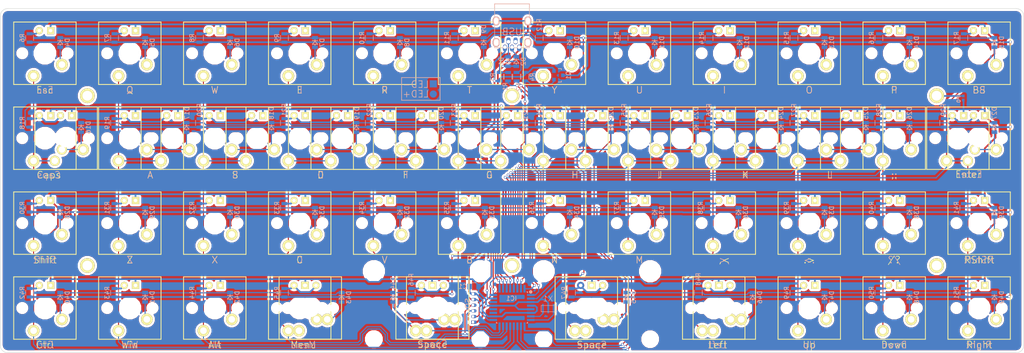
<source format=kicad_pcb>
(kicad_pcb (version 4) (host pcbnew 4.0.6)
  (layers (0 F.Cu signal) (31 B.Cu signal) (34 B.Paste user) (35 F.Paste user) (36 B.SilkS user) (37 F.SilkS user) (38 B.Mask user) (39 F.Mask user) (44 Edge.Cuts user))
  (net 0 "")
  (net 1 GND)
  (net 2 VCC)
  (net 3 /Row0)
  (net 4 /Row1)
  (net 5 /Row2)
  (net 6 /Row3)
  (net 7 /USB_D+)
  (net 8 /Col0)
  (net 9 /Col1)
  (net 10 /Col2)
  (net 11 /Col3)
  (net 12 /Col4)
  (net 13 /Col5)
  (net 14 /Col11)
  (net 15 /Col10)
  (net 16 /Col9)
  (net 17 /Col8)
  (net 18 /Col7)
  (net 19 /Col6)
  (net 20 /RST)
  (net 21 /LED_Caps)
  (net 22 /LED_Backlight)
  (net 23 /USB_D-)
  (net 24 /Backlight)
  (net 25 "Net-(R6-Pad1)")
  (net 26 "Net-(R7-Pad1)")
  (net 27 "Net-(R8-Pad1)")
  (net 28 "Net-(R9-Pad1)")
  (net 29 "Net-(R10-Pad1)")
  (net 30 "Net-(R11-Pad1)")
  (net 31 "Net-(R12-Pad1)")
  (net 32 "Net-(R13-Pad1)")
  (net 33 "Net-(R14-Pad1)")
  (net 34 "Net-(R15-Pad1)")
  (net 35 "Net-(R16-Pad1)")
  (net 36 "Net-(R17-Pad1)")
  (net 37 "Net-(R18-Pad1)")
  (net 38 "Net-(R19-Pad1)")
  (net 39 "Net-(R20-Pad1)")
  (net 40 "Net-(R21-Pad1)")
  (net 41 "Net-(R22-Pad1)")
  (net 42 "Net-(R23-Pad1)")
  (net 43 "Net-(R24-Pad1)")
  (net 44 "Net-(R25-Pad1)")
  (net 45 "Net-(R26-Pad1)")
  (net 46 "Net-(R27-Pad1)")
  (net 47 "Net-(R28-Pad1)")
  (net 48 "Net-(R29-Pad1)")
  (net 49 "Net-(R30-Pad1)")
  (net 50 "Net-(R31-Pad1)")
  (net 51 "Net-(R32-Pad1)")
  (net 52 "Net-(R33-Pad1)")
  (net 53 "Net-(R34-Pad1)")
  (net 54 "Net-(R35-Pad1)")
  (net 55 "Net-(R36-Pad1)")
  (net 56 "Net-(R37-Pad1)")
  (net 57 "Net-(R38-Pad1)")
  (net 58 "Net-(R39-Pad1)")
  (net 59 "Net-(R40-Pad1)")
  (net 60 "Net-(R41-Pad1)")
  (net 61 "Net-(R42-Pad1)")
  (net 62 "Net-(R43-Pad1)")
  (net 63 "Net-(R44-Pad1)")
  (net 64 "Net-(R45-Pad1)")
  (net 65 "Net-(R46-Pad1)")
  (net 66 "Net-(R47-Pad1)")
  (net 67 "Net-(R48-Pad1)")
  (net 68 "Net-(R49-Pad1)")
  (net 69 "Net-(R50-Pad1)")
  (net 70 "Net-(R51-Pad1)")
  (net 71 "Net-(D1-Pad2)")
  (net 72 "Net-(D4-Pad1)")
  (net 73 "Net-(D5-Pad1)")
  (net 74 "Net-(D6-Pad1)")
  (net 75 "Net-(D7-Pad1)")
  (net 76 "Net-(D8-Pad1)")
  (net 77 "Net-(D9-Pad1)")
  (net 78 "Net-(D10-Pad1)")
  (net 79 "Net-(D11-Pad1)")
  (net 80 "Net-(D12-Pad1)")
  (net 81 "Net-(D13-Pad1)")
  (net 82 "Net-(D14-Pad1)")
  (net 83 "Net-(D15-Pad1)")
  (net 84 "Net-(D16-Pad1)")
  (net 85 "Net-(D17-Pad1)")
  (net 86 "Net-(D18-Pad1)")
  (net 87 "Net-(D19-Pad1)")
  (net 88 "Net-(D20-Pad1)")
  (net 89 "Net-(D21-Pad1)")
  (net 90 "Net-(D22-Pad1)")
  (net 91 "Net-(D23-Pad1)")
  (net 92 "Net-(D24-Pad1)")
  (net 93 "Net-(D25-Pad1)")
  (net 94 "Net-(D26-Pad1)")
  (net 95 "Net-(D27-Pad1)")
  (net 96 "Net-(D28-Pad1)")
  (net 97 "Net-(D29-Pad1)")
  (net 98 "Net-(D30-Pad1)")
  (net 99 "Net-(D31-Pad1)")
  (net 100 "Net-(D32-Pad1)")
  (net 101 "Net-(D33-Pad1)")
  (net 102 "Net-(D34-Pad1)")
  (net 103 "Net-(D35-Pad1)")
  (net 104 "Net-(D36-Pad1)")
  (net 105 "Net-(D37-Pad1)")
  (net 106 "Net-(D38-Pad1)")
  (net 107 "Net-(D39-Pad1)")
  (net 108 "Net-(D40-Pad1)")
  (net 109 "Net-(D41-Pad1)")
  (net 110 "Net-(D42-Pad1)")
  (net 111 "Net-(D43-Pad1)")
  (net 112 "Net-(D44-Pad1)")
  (net 113 "Net-(D45-Pad1)")
  (net 114 "Net-(D46-Pad1)")
  (net 115 "Net-(D47-Pad1)")
  (net 116 "Net-(D48-Pad1)")
  (net 117 "Net-(D49-Pad1)")
  (net 118 "Net-(D2-Pad2)")
  (net 119 "Net-(IC1-Pad7)")
  (net 120 "Net-(IC1-Pad8)")
  (module YD_modules:MX1A_LED (layer F.Cu) (at 190.5 66.675 180)
    (fp_text reference S20 hide)
    (fp_text value J hide)
    (pad "" np_thru_hole circle (at 0 0 180) (size 4.09956 4.09956) (drill 4.09956) (layers *.Cu *.Mask))
    (pad 2 thru_hole circle (at 2.54 -5.08 180) (size 2.60096 2.60096) (drill 1.50114) (layers *.Cu *.Mask F.SilkS) (net 18 /Col7))
    (pad 1 thru_hole circle (at -3.81 -2.54 180) (size 2.60096 2.60096) (drill 1.50114) (layers *.Cu *.Mask F.SilkS) (net 91 "Net-(D23-Pad1)"))
    (pad "" np_thru_hole circle (at -5.08 0 180) (size 1.69926 1.69926) (drill 1.69926) (layers *.Cu *.Mask))
    (pad "" np_thru_hole circle (at 5.08 0 180) (size 1.69926 1.69926) (drill 1.69926) (layers *.Cu *.Mask))
    (pad 4 thru_hole rect (at -1.27 5.08 180) (size 1.6 1.6) (drill 0.8) (layers *.Cu *.Mask F.SilkS) (net 1 GND))
    (pad 3 thru_hole circle (at 1.27 5.08 180) (size 1.6 1.6) (drill 0.8) (layers *.Cu *.Mask F.SilkS) (net 44 "Net-(R25-Pad1)"))
  )
  (module YD_modules:MX1A_LED (layer F.Cu) (at 107.15625 104.775 180)
    (fp_text reference S40 hide)
    (fp_text value Menu hide)
    (pad "" np_thru_hole circle (at 0 0 180) (size 4.09956 4.09956) (drill 4.09956) (layers *.Cu *.Mask))
    (pad 2 thru_hole circle (at 2.54 -5.08 180) (size 2.60096 2.60096) (drill 1.50114) (layers *.Cu *.Mask F.SilkS) (net 11 /Col3))
    (pad 1 thru_hole circle (at -3.81 -2.54 180) (size 2.60096 2.60096) (drill 1.50114) (layers *.Cu *.Mask F.SilkS) (net 111 "Net-(D43-Pad1)"))
    (pad "" np_thru_hole circle (at -5.08 0 180) (size 1.69926 1.69926) (drill 1.69926) (layers *.Cu *.Mask))
    (pad "" np_thru_hole circle (at 5.08 0 180) (size 1.69926 1.69926) (drill 1.69926) (layers *.Cu *.Mask))
    (pad 3 thru_hole circle (at -1.27 5.08 180) (size 1.6 1.6) (drill 0.8) (layers *.Cu *.Mask F.SilkS) (net 64 "Net-(R45-Pad1)"))
    (pad 4 thru_hole rect (at 1.27 5.08 180) (size 1.6 1.6) (drill 0.8) (layers *.Cu *.Mask F.SilkS) (net 1 GND))
  )
  (module YD_modules:MX1A_LED (layer F.Cu) (at 171.45 66.675 180)
    (fp_text reference S19 hide)
    (fp_text value H hide)
    (pad "" np_thru_hole circle (at 0 0 180) (size 4.09956 4.09956) (drill 4.09956) (layers *.Cu *.Mask))
    (pad 2 thru_hole circle (at 2.54 -5.08 180) (size 2.60096 2.60096) (drill 1.50114) (layers *.Cu *.Mask F.SilkS) (net 19 /Col6))
    (pad 1 thru_hole circle (at -3.81 -2.54 180) (size 2.60096 2.60096) (drill 1.50114) (layers *.Cu *.Mask F.SilkS) (net 90 "Net-(D22-Pad1)"))
    (pad "" np_thru_hole circle (at -5.08 0 180) (size 1.69926 1.69926) (drill 1.69926) (layers *.Cu *.Mask))
    (pad "" np_thru_hole circle (at 5.08 0 180) (size 1.69926 1.69926) (drill 1.69926) (layers *.Cu *.Mask))
    (pad 4 thru_hole rect (at -1.27 5.08 180) (size 1.6 1.6) (drill 0.8) (layers *.Cu *.Mask F.SilkS) (net 1 GND))
    (pad 3 thru_hole circle (at 1.27 5.08 180) (size 1.6 1.6) (drill 0.8) (layers *.Cu *.Mask F.SilkS) (net 43 "Net-(R24-Pad1)"))
  )
  (module YD_modules:MX1A_LED (layer F.Cu) (at 228.6 66.675 180)
    (fp_text reference S22 hide)
    (fp_text value L hide)
    (pad "" np_thru_hole circle (at 0 0 180) (size 4.09956 4.09956) (drill 4.09956) (layers *.Cu *.Mask))
    (pad 2 thru_hole circle (at 2.54 -5.08 180) (size 2.60096 2.60096) (drill 1.50114) (layers *.Cu *.Mask F.SilkS) (net 16 /Col9))
    (pad 1 thru_hole circle (at -3.81 -2.54 180) (size 2.60096 2.60096) (drill 1.50114) (layers *.Cu *.Mask F.SilkS) (net 93 "Net-(D25-Pad1)"))
    (pad "" np_thru_hole circle (at -5.08 0 180) (size 1.69926 1.69926) (drill 1.69926) (layers *.Cu *.Mask))
    (pad "" np_thru_hole circle (at 5.08 0 180) (size 1.69926 1.69926) (drill 1.69926) (layers *.Cu *.Mask))
    (pad 4 thru_hole rect (at -1.27 5.08 180) (size 1.6 1.6) (drill 0.8) (layers *.Cu *.Mask F.SilkS) (net 1 GND))
    (pad 3 thru_hole circle (at 1.27 5.08 180) (size 1.6 1.6) (drill 0.8) (layers *.Cu *.Mask F.SilkS) (net 46 "Net-(R27-Pad1)"))
  )
  (module YD_modules:MX1A_LED (layer F.Cu) (at 180.975 66.675 180)
    (fp_text reference S20 hide)
    (fp_text value J (at -4.572 -8.255 180) (layer F.SilkS))
    (fp_text user %V (at -4.572 -8.255 180) (layer B.SilkS) (effects (font (size 1.5 1.5)) (justify mirror)))
    (pad "" np_thru_hole circle (at 0 0 180) (size 4.09956 4.09956) (drill 4.09956) (layers *.Cu *.Mask))
    (pad 2 thru_hole circle (at 2.54 -5.08 180) (size 2.60096 2.60096) (drill 1.50114) (layers *.Cu *.Mask F.SilkS) (net 18 /Col7))
    (pad 1 thru_hole circle (at -3.81 -2.54 180) (size 2.60096 2.60096) (drill 1.50114) (layers *.Cu *.Mask F.SilkS) (net 91 "Net-(D23-Pad1)"))
    (pad "" np_thru_hole circle (at -5.08 0 180) (size 1.69926 1.69926) (drill 1.69926) (layers *.Cu *.Mask))
    (pad "" np_thru_hole circle (at 5.08 0 180) (size 1.69926 1.69926) (drill 1.69926) (layers *.Cu *.Mask))
    (pad 4 thru_hole rect (at -1.27 5.08 180) (size 1.6 1.6) (drill 0.8) (layers *.Cu *.Mask F.SilkS) (net 1 GND))
    (pad 3 thru_hole circle (at 1.27 5.08 180) (size 1.6 1.6) (drill 0.8) (layers *.Cu *.Mask F.SilkS) (net 44 "Net-(R25-Pad1)"))
  )
  (module YD_modules:MX1A_LED (layer F.Cu) (at 200.025 47.625 180)
    (fp_text reference S9 hide)
    (fp_text value I (at 0 -8.255 180) (layer F.SilkS))
    (fp_text user %V (at 0 -8.255 180) (layer B.SilkS) (effects (font (size 1.5 1.5)) (justify mirror)))
    (pad "" np_thru_hole circle (at 0 0 180) (size 4.09956 4.09956) (drill 4.09956) (layers *.Cu *.Mask))
    (pad 2 thru_hole circle (at 2.54 -5.08 180) (size 2.60096 2.60096) (drill 1.50114) (layers *.Cu *.Mask F.SilkS) (net 17 /Col8))
    (pad 1 thru_hole circle (at -3.81 -2.54 180) (size 2.60096 2.60096) (drill 1.50114) (layers *.Cu *.Mask F.SilkS) (net 80 "Net-(D12-Pad1)"))
    (pad "" np_thru_hole circle (at -5.08 0 180) (size 1.69926 1.69926) (drill 1.69926) (layers *.Cu *.Mask))
    (pad "" np_thru_hole circle (at 5.08 0 180) (size 1.69926 1.69926) (drill 1.69926) (layers *.Cu *.Mask))
    (pad 4 thru_hole rect (at -1.27 5.08 180) (size 1.6 1.6) (drill 0.8) (layers *.Cu *.Mask F.SilkS) (net 1 GND))
    (pad 3 thru_hole circle (at 1.27 5.08 180) (size 1.6 1.6) (drill 0.8) (layers *.Cu *.Mask F.SilkS) (net 33 "Net-(R14-Pad1)"))
  )
  (module YD_modules:MX1A_LED (layer F.Cu) (at 180.975 47.625 180)
    (fp_text reference S8 hide)
    (fp_text value U (at 0 -8.255 180) (layer F.SilkS))
    (fp_text user %V (at 0 -8.255 180) (layer B.SilkS) (effects (font (size 1.5 1.5)) (justify mirror)))
    (pad "" np_thru_hole circle (at 0 0 180) (size 4.09956 4.09956) (drill 4.09956) (layers *.Cu *.Mask))
    (pad 2 thru_hole circle (at 2.54 -5.08 180) (size 2.60096 2.60096) (drill 1.50114) (layers *.Cu *.Mask F.SilkS) (net 18 /Col7))
    (pad 1 thru_hole circle (at -3.81 -2.54 180) (size 2.60096 2.60096) (drill 1.50114) (layers *.Cu *.Mask F.SilkS) (net 79 "Net-(D11-Pad1)"))
    (pad "" np_thru_hole circle (at -5.08 0 180) (size 1.69926 1.69926) (drill 1.69926) (layers *.Cu *.Mask))
    (pad "" np_thru_hole circle (at 5.08 0 180) (size 1.69926 1.69926) (drill 1.69926) (layers *.Cu *.Mask))
    (pad 4 thru_hole rect (at -1.27 5.08 180) (size 1.6 1.6) (drill 0.8) (layers *.Cu *.Mask F.SilkS) (net 1 GND))
    (pad 3 thru_hole circle (at 1.27 5.08 180) (size 1.6 1.6) (drill 0.8) (layers *.Cu *.Mask F.SilkS) (net 32 "Net-(R13-Pad1)"))
  )
  (module YD_modules:MX1A_LED (layer F.Cu) (at 135.73125 104.775 180)
    (fp_text reference S41 hide)
    (fp_text value Space hide)
    (pad "" np_thru_hole circle (at 0 0 180) (size 4.09956 4.09956) (drill 4.09956) (layers *.Cu *.Mask))
    (pad 2 thru_hole circle (at 2.54 -5.08 180) (size 2.60096 2.60096) (drill 1.50114) (layers *.Cu *.Mask F.SilkS) (net 12 /Col4))
    (pad 1 thru_hole circle (at -3.81 -2.54 180) (size 2.60096 2.60096) (drill 1.50114) (layers *.Cu *.Mask F.SilkS) (net 112 "Net-(D44-Pad1)"))
    (pad "" np_thru_hole circle (at -5.08 0 180) (size 1.69926 1.69926) (drill 1.69926) (layers *.Cu *.Mask))
    (pad "" np_thru_hole circle (at 5.08 0 180) (size 1.69926 1.69926) (drill 1.69926) (layers *.Cu *.Mask))
    (pad 3 thru_hole circle (at -1.27 5.08 180) (size 1.6 1.6) (drill 0.8) (layers *.Cu *.Mask F.SilkS) (net 65 "Net-(R46-Pad1)"))
    (pad 4 thru_hole rect (at 1.27 5.08 180) (size 1.6 1.6) (drill 0.8) (layers *.Cu *.Mask F.SilkS) (net 1 GND))
  )
  (module YD_modules:MX1A_LED (layer F.Cu) (at 169.06875 104.775 180)
    (fp_text reference S42 hide)
    (fp_text value Space (at -1.23825 -8.255 180) (layer F.SilkS))
    (fp_text user %V (at -1.23825 -8.255 180) (layer B.SilkS) (effects (font (size 1.5 1.5)) (justify mirror)))
    (pad "" np_thru_hole circle (at 0 0 180) (size 4.09956 4.09956) (drill 4.09956) (layers *.Cu *.Mask))
    (pad 2 thru_hole circle (at 2.54 -5.08 180) (size 2.60096 2.60096) (drill 1.50114) (layers *.Cu *.Mask F.SilkS) (net 19 /Col6))
    (pad 1 thru_hole circle (at -3.81 -2.54 180) (size 2.60096 2.60096) (drill 1.50114) (layers *.Cu *.Mask F.SilkS) (net 113 "Net-(D45-Pad1)"))
    (pad "" np_thru_hole circle (at -5.08 0 180) (size 1.69926 1.69926) (drill 1.69926) (layers *.Cu *.Mask))
    (pad "" np_thru_hole circle (at 5.08 0 180) (size 1.69926 1.69926) (drill 1.69926) (layers *.Cu *.Mask))
    (pad 4 thru_hole trapezoid (at -1.27 5.08 180) (size 1.6 1.6) (drill 0.8) (layers *.Cu *.Mask F.SilkS) (net 1 GND))
    (pad 3 thru_hole circle (at 1.27 5.08 180) (size 1.6 1.6) (drill 0.8) (layers *.Cu *.Mask) (net 66 "Net-(R47-Pad1)"))
  )
  (module YD_modules:MX1A_LED (layer F.Cu) (at 197.64375 104.775 180)
    (fp_text reference S43 hide)
    (fp_text value Left (at -0.85725 -8.255 180) (layer F.SilkS))
    (fp_text user %V (at -0.85725 -8.255 180) (layer B.SilkS) (effects (font (size 1.5 1.5)) (justify mirror)))
    (pad "" np_thru_hole circle (at 0 0 180) (size 4.09956 4.09956) (drill 4.09956) (layers *.Cu *.Mask))
    (pad 2 thru_hole circle (at 2.54 -5.08 180) (size 2.60096 2.60096) (drill 1.50114) (layers *.Cu *.Mask F.SilkS) (net 17 /Col8))
    (pad 1 thru_hole circle (at -3.81 -2.54 180) (size 2.60096 2.60096) (drill 1.50114) (layers *.Cu *.Mask F.SilkS) (net 114 "Net-(D46-Pad1)"))
    (pad "" np_thru_hole circle (at -5.08 0 180) (size 1.69926 1.69926) (drill 1.69926) (layers *.Cu *.Mask))
    (pad "" np_thru_hole circle (at 5.08 0 180) (size 1.69926 1.69926) (drill 1.69926) (layers *.Cu *.Mask))
    (pad 4 thru_hole rect (at -1.27 5.08 180) (size 1.6 1.6) (drill 0.8) (layers *.Cu *.Mask F.SilkS) (net 1 GND))
    (pad 3 thru_hole circle (at 1.27 5.08 180) (size 1.6 1.6) (drill 0.8) (layers *.Cu *.Mask F.SilkS) (net 67 "Net-(R48-Pad1)"))
  )
  (module YD_modules:MX1A_LED (layer F.Cu) (at 252.4125 66.675 180)
    (fp_text reference S24 hide)
    (fp_text value Enter (at -2.3495 -8.128 180) (layer F.SilkS))
    (fp_text user %V (at -2.6035 -8.128 180) (layer B.SilkS) (effects (font (size 1.5 1.5)) (justify mirror)))
    (pad "" np_thru_hole circle (at 0 0 180) (size 4.09956 4.09956) (drill 4.09956) (layers *.Cu *.Mask))
    (pad 2 thru_hole circle (at 2.54 -5.08 180) (size 2.60096 2.60096) (drill 1.50114) (layers *.Cu *.Mask F.SilkS) (net 14 /Col11))
    (pad 1 thru_hole circle (at -3.81 -2.54 180) (size 2.3 2.3) (drill 1.50114) (layers *.Cu *.Mask F.SilkS) (net 95 "Net-(D27-Pad1)"))
    (pad "" np_thru_hole circle (at -5.08 0 180) (size 1.69926 1.69926) (drill 1.69926) (layers *.Cu *.Mask))
    (pad "" np_thru_hole circle (at 5.08 0 180) (size 1.69926 1.69926) (drill 1.69926) (layers *.Cu *.Mask))
    (pad 4 thru_hole rect (at -1.27 5.08 180) (size 1.6 1.6) (drill 0.8) (layers *.Cu *.Mask F.SilkS) (net 1 GND))
    (pad 3 thru_hole circle (at 1.27 5.08 180) (size 1.6 1.6) (drill 0.8) (layers *.Cu *.Mask F.SilkS) (net 48 "Net-(R29-Pad1)"))
  )
  (module YD_modules:MX1A_LED (layer F.Cu) (at 209.55 66.675 180)
    (fp_text reference S21 hide)
    (fp_text value K hide)
    (pad "" np_thru_hole circle (at 0 0 180) (size 4.09956 4.09956) (drill 4.09956) (layers *.Cu *.Mask))
    (pad 2 thru_hole circle (at 2.54 -5.08 180) (size 2.60096 2.60096) (drill 1.50114) (layers *.Cu *.Mask F.SilkS) (net 17 /Col8))
    (pad 1 thru_hole circle (at -3.81 -2.54 180) (size 2.60096 2.60096) (drill 1.50114) (layers *.Cu *.Mask F.SilkS) (net 92 "Net-(D24-Pad1)"))
    (pad "" np_thru_hole circle (at -5.08 0 180) (size 1.69926 1.69926) (drill 1.69926) (layers *.Cu *.Mask))
    (pad "" np_thru_hole circle (at 5.08 0 180) (size 1.69926 1.69926) (drill 1.69926) (layers *.Cu *.Mask))
    (pad 4 thru_hole rect (at -1.27 5.08 180) (size 1.6 1.6) (drill 0.8) (layers *.Cu *.Mask F.SilkS) (net 1 GND))
    (pad 3 thru_hole circle (at 1.27 5.08 180) (size 1.6 1.6) (drill 0.8) (layers *.Cu *.Mask F.SilkS) (net 45 "Net-(R26-Pad1)"))
  )
  (module YD_modules:MX1A_LED (layer F.Cu) (at 152.4 66.675 180)
    (fp_text reference S18 hide)
    (fp_text value G hide)
    (pad "" np_thru_hole circle (at 0 0 180) (size 4.09956 4.09956) (drill 4.09956) (layers *.Cu *.Mask))
    (pad 2 thru_hole circle (at 2.54 -5.08 180) (size 2.60096 2.60096) (drill 1.50114) (layers *.Cu *.Mask F.SilkS) (net 13 /Col5))
    (pad 1 thru_hole circle (at -3.81 -2.54 180) (size 2.60096 2.60096) (drill 1.50114) (layers *.Cu *.Mask F.SilkS) (net 89 "Net-(D21-Pad1)"))
    (pad "" np_thru_hole circle (at -5.08 0 180) (size 1.69926 1.69926) (drill 1.69926) (layers *.Cu *.Mask))
    (pad "" np_thru_hole circle (at 5.08 0 180) (size 1.69926 1.69926) (drill 1.69926) (layers *.Cu *.Mask))
    (pad 4 thru_hole rect (at -1.27 5.08 180) (size 1.6 1.6) (drill 0.8) (layers *.Cu *.Mask F.SilkS) (net 1 GND))
    (pad 3 thru_hole circle (at 1.27 5.08 180) (size 1.6 1.6) (drill 0.8) (layers *.Cu *.Mask F.SilkS) (net 42 "Net-(R23-Pad1)"))
  )
  (module YD_modules:MX1A_LED (layer F.Cu) (at 133.35 66.675 180)
    (fp_text reference S17 hide)
    (fp_text value F hide)
    (pad "" np_thru_hole circle (at 0 0 180) (size 4.09956 4.09956) (drill 4.09956) (layers *.Cu *.Mask))
    (pad 2 thru_hole circle (at 2.54 -5.08 180) (size 2.60096 2.60096) (drill 1.50114) (layers *.Cu *.Mask F.SilkS) (net 12 /Col4))
    (pad 1 thru_hole circle (at -3.81 -2.54 180) (size 2.60096 2.60096) (drill 1.50114) (layers *.Cu *.Mask F.SilkS) (net 88 "Net-(D20-Pad1)"))
    (pad "" np_thru_hole circle (at -5.08 0 180) (size 1.69926 1.69926) (drill 1.69926) (layers *.Cu *.Mask))
    (pad "" np_thru_hole circle (at 5.08 0 180) (size 1.69926 1.69926) (drill 1.69926) (layers *.Cu *.Mask))
    (pad 4 thru_hole rect (at -1.27 5.08 180) (size 1.6 1.6) (drill 0.8) (layers *.Cu *.Mask F.SilkS) (net 1 GND))
    (pad 3 thru_hole circle (at 1.27 5.08 180) (size 1.6 1.6) (drill 0.8) (layers *.Cu *.Mask F.SilkS) (net 41 "Net-(R22-Pad1)"))
  )
  (module YD_modules:MX1A_LED (layer F.Cu) (at 114.3 66.675 180)
    (fp_text reference S16 hide)
    (fp_text value D hide)
    (pad "" np_thru_hole circle (at 0 0 180) (size 4.09956 4.09956) (drill 4.09956) (layers *.Cu *.Mask))
    (pad 2 thru_hole circle (at 2.54 -5.08 180) (size 2.60096 2.60096) (drill 1.50114) (layers *.Cu *.Mask F.SilkS) (net 11 /Col3))
    (pad 1 thru_hole circle (at -3.81 -2.54 180) (size 2.60096 2.60096) (drill 1.50114) (layers *.Cu *.Mask F.SilkS) (net 87 "Net-(D19-Pad1)"))
    (pad "" np_thru_hole circle (at -5.08 0 180) (size 1.69926 1.69926) (drill 1.69926) (layers *.Cu *.Mask))
    (pad "" np_thru_hole circle (at 5.08 0 180) (size 1.69926 1.69926) (drill 1.69926) (layers *.Cu *.Mask))
    (pad 4 thru_hole rect (at -1.27 5.08 180) (size 1.6 1.6) (drill 0.8) (layers *.Cu *.Mask F.SilkS) (net 1 GND))
    (pad 3 thru_hole circle (at 1.27 5.08 180) (size 1.6 1.6) (drill 0.8) (layers *.Cu *.Mask F.SilkS) (net 40 "Net-(R21-Pad1)"))
  )
  (module YD_modules:MX1A_LED (layer F.Cu) (at 95.25 66.675 180)
    (fp_text reference S15 hide)
    (fp_text value S hide)
    (pad "" np_thru_hole circle (at 0 0 180) (size 4.09956 4.09956) (drill 4.09956) (layers *.Cu *.Mask))
    (pad 2 thru_hole circle (at 2.54 -5.08 180) (size 2.60096 2.60096) (drill 1.50114) (layers *.Cu *.Mask F.SilkS) (net 10 /Col2))
    (pad 1 thru_hole circle (at -3.81 -2.54 180) (size 2.60096 2.60096) (drill 1.50114) (layers *.Cu *.Mask F.SilkS) (net 86 "Net-(D18-Pad1)"))
    (pad "" np_thru_hole circle (at -5.08 0 180) (size 1.69926 1.69926) (drill 1.69926) (layers *.Cu *.Mask))
    (pad "" np_thru_hole circle (at 5.08 0 180) (size 1.69926 1.69926) (drill 1.69926) (layers *.Cu *.Mask))
    (pad 4 thru_hole rect (at -1.27 5.08 180) (size 1.6 1.6) (drill 0.8) (layers *.Cu *.Mask F.SilkS) (net 1 GND))
    (pad 3 thru_hole circle (at 1.27 5.08 180) (size 1.6 1.6) (drill 0.8) (layers *.Cu *.Mask F.SilkS) (net 39 "Net-(R20-Pad1)"))
  )
  (module YD_modules:MX1A_LED (layer F.Cu) (at 76.2 66.675 180)
    (fp_text reference S14 hide)
    (fp_text value A hide)
    (pad "" np_thru_hole circle (at 0 0 180) (size 4.09956 4.09956) (drill 4.09956) (layers *.Cu *.Mask))
    (pad 2 thru_hole circle (at 2.54 -5.08 180) (size 2.60096 2.60096) (drill 1.50114) (layers *.Cu *.Mask F.SilkS) (net 9 /Col1))
    (pad 1 thru_hole circle (at -3.81 -2.54 180) (size 2.60096 2.60096) (drill 1.50114) (layers *.Cu *.Mask F.SilkS) (net 85 "Net-(D17-Pad1)"))
    (pad "" np_thru_hole circle (at -5.08 0 180) (size 1.69926 1.69926) (drill 1.69926) (layers *.Cu *.Mask))
    (pad "" np_thru_hole circle (at 5.08 0 180) (size 1.69926 1.69926) (drill 1.69926) (layers *.Cu *.Mask))
    (pad 4 thru_hole rect (at -1.27 5.08 180) (size 1.6 1.6) (drill 0.8) (layers *.Cu *.Mask F.SilkS) (net 1 GND))
    (pad 3 thru_hole circle (at 1.27 5.08 180) (size 1.6 1.6) (drill 0.8) (layers *.Cu *.Mask F.SilkS) (net 38 "Net-(R19-Pad1)"))
  )
  (module YD_modules:MX1A_LED (layer F.Cu) (at 52.3875 66.675 180)
    (fp_text reference S13 hide)
    (fp_text value Caps hide)
    (pad "" np_thru_hole circle (at 0 0 180) (size 4.09956 4.09956) (drill 4.09956) (layers *.Cu *.Mask))
    (pad 2 thru_hole circle (at 2.54 -5.08 180) (size 2.3 2.3) (drill 1.50114) (layers *.Cu *.Mask F.SilkS) (net 8 /Col0))
    (pad 1 thru_hole circle (at -3.81 -2.54 180) (size 2.60096 2.60096) (drill 1.50114) (layers *.Cu *.Mask F.SilkS) (net 84 "Net-(D16-Pad1)"))
    (pad "" np_thru_hole circle (at -5.08 0 180) (size 1.69926 1.69926) (drill 1.69926) (layers *.Cu *.Mask))
    (pad "" np_thru_hole circle (at 5.08 0 180) (size 1.69926 1.69926) (drill 1.69926) (layers *.Cu *.Mask))
    (pad 4 thru_hole rect (at -1.27 5.08 180) (size 1.6 1.6) (drill 0.8) (layers *.Cu *.Mask F.SilkS) (net 1 GND))
    (pad 3 thru_hole circle (at 1.27 5.08 180) (size 1.6 1.6) (drill 0.8) (layers *.Cu *.Mask F.SilkS) (net 37 "Net-(R18-Pad1)"))
  )
  (module YD_modules:TQFP-32_7x7mm_Pitch0.8mm (layer B.Cu) (at 152.4 104.648 180)
    (fp_text reference IC1 (at 0.127 2.032 180) (layer B.SilkS) (effects (justify mirror)))
    (fp_text value ATMEGA328P-A)
    (pad 1 smd rect (at -4.2 2.8 180) (size 1.7 0.5) (layers B.Cu B.Paste B.Mask) (net 7 /USB_D+))
    (pad 2 smd rect (at -4.2 2 180) (size 1.7 0.5) (layers B.Cu B.Paste B.Mask) (net 3 /Row0))
    (pad 3 smd rect (at -4.2 1.2 180) (size 1.7 0.5) (layers B.Cu B.Paste B.Mask) (net 1 GND))
    (pad 4 smd rect (at -4.2 0.4 180) (size 1.7 0.5) (layers B.Cu B.Paste B.Mask) (net 2 VCC))
    (pad 5 smd rect (at -4.2 -0.4 180) (size 1.7 0.5) (layers B.Cu B.Paste B.Mask) (net 1 GND))
    (pad 6 smd rect (at -4.2 -1.2 180) (size 1.7 0.5) (layers B.Cu B.Paste B.Mask) (net 2 VCC))
    (pad 7 smd rect (at -4.2 -2 180) (size 1.7 0.5) (layers B.Cu B.Paste B.Mask) (net 119 "Net-(IC1-Pad7)"))
    (pad 8 smd rect (at -4.2 -2.8 180) (size 1.7 0.5) (layers B.Cu B.Paste B.Mask) (net 120 "Net-(IC1-Pad8)"))
    (pad 9 smd rect (at -2.8 -4.2 90) (size 1.7 0.5) (layers B.Cu B.Paste B.Mask) (net 4 /Row1))
    (pad 10 smd rect (at -2 -4.2 90) (size 1.7 0.5) (layers B.Cu B.Paste B.Mask) (net 5 /Row2))
    (pad 11 smd rect (at -1.2 -4.2 90) (size 1.7 0.5) (layers B.Cu B.Paste B.Mask) (net 6 /Row3))
    (pad 12 smd rect (at -0.4 -4.2 90) (size 1.7 0.5) (layers B.Cu B.Paste B.Mask) (net 8 /Col0))
    (pad 13 smd rect (at 0.4 -4.2 90) (size 1.7 0.5) (layers B.Cu B.Paste B.Mask) (net 9 /Col1))
    (pad 14 smd rect (at 1.2 -4.2 90) (size 1.7 0.5) (layers B.Cu B.Paste B.Mask) (net 10 /Col2))
    (pad 15 smd rect (at 2 -4.2 90) (size 1.7 0.5) (layers B.Cu B.Paste B.Mask) (net 11 /Col3))
    (pad 16 smd rect (at 2.8 -4.2 90) (size 1.7 0.5) (layers B.Cu B.Paste B.Mask) (net 12 /Col4))
    (pad 17 smd rect (at 4.2 -2.8 180) (size 1.7 0.5) (layers B.Cu B.Paste B.Mask) (net 13 /Col5))
    (pad 18 smd rect (at 4.2 -2 180) (size 1.7 0.5) (layers B.Cu B.Paste B.Mask) (net 2 VCC))
    (pad 19 smd rect (at 4.2 -1.2 180) (size 1.7 0.5) (layers B.Cu B.Paste B.Mask))
    (pad 20 smd rect (at 4.2 -0.4 180) (size 1.7 0.5) (layers B.Cu B.Paste B.Mask))
    (pad 21 smd rect (at 4.2 0.4 180) (size 1.7 0.5) (layers B.Cu B.Paste B.Mask) (net 1 GND))
    (pad 22 smd rect (at 4.2 1.2 180) (size 1.7 0.5) (layers B.Cu B.Paste B.Mask))
    (pad 23 smd rect (at 4.2 2 180) (size 1.7 0.5) (layers B.Cu B.Paste B.Mask) (net 14 /Col11))
    (pad 24 smd rect (at 4.2 2.8 180) (size 1.7 0.5) (layers B.Cu B.Paste B.Mask) (net 15 /Col10))
    (pad 25 smd rect (at 2.8 4.2 90) (size 1.7 0.5) (layers B.Cu B.Paste B.Mask) (net 16 /Col9))
    (pad 26 smd rect (at 2 4.2 90) (size 1.7 0.5) (layers B.Cu B.Paste B.Mask) (net 17 /Col8))
    (pad 27 smd rect (at 1.2 4.2 90) (size 1.7 0.5) (layers B.Cu B.Paste B.Mask) (net 18 /Col7))
    (pad 28 smd rect (at 0.4 4.2 90) (size 1.7 0.5) (layers B.Cu B.Paste B.Mask) (net 19 /Col6))
    (pad 29 smd rect (at -0.4 4.2 90) (size 1.7 0.5) (layers B.Cu B.Paste B.Mask) (net 20 /RST))
    (pad 30 smd rect (at -1.2 4.2 90) (size 1.7 0.5) (layers B.Cu B.Paste B.Mask) (net 21 /LED_Caps))
    (pad 31 smd rect (at -2 4.2 90) (size 1.7 0.5) (layers B.Cu B.Paste B.Mask) (net 22 /LED_Backlight))
    (pad 32 smd rect (at -2.8 4.2 90) (size 1.7 0.5) (layers B.Cu B.Paste B.Mask) (net 23 /USB_D-))
  )
  (module YD_modules:SOT-23 (layer B.Cu) (at 162.814 52.578 90)
    (fp_text reference Q1 (at 0 2.25 90) (layer B.SilkS) (effects (justify mirror)))
    (fp_text value MOS_P)
    (pad G smd rect (at -0.95 -1.00076 90) (size 0.8001 0.8001) (layers B.Cu B.Paste B.Mask) (net 22 /LED_Backlight))
    (pad S smd rect (at 0.95 -1.00076 90) (size 0.8001 0.8001) (layers B.Cu B.Paste B.Mask) (net 2 VCC))
    (pad D smd rect (at 0 0.99822 90) (size 0.8001 0.8001) (layers B.Cu B.Paste B.Mask) (net 24 /Backlight))
  )
  (module Resistors_SMD:R_0805 (layer B.Cu) (at 151.511 52.8955 90)
    (fp_text reference R1 (at -2.2225 -0.635 90) (layer B.SilkS) (effects (justify mirror)))
    (fp_text value 68R)
    (pad 1 smd rect (at -0.95 0 90) (size 0.7 1.3) (layers B.Cu B.Paste B.Mask) (net 23 /USB_D-))
    (pad 2 smd rect (at 0.95 0 90) (size 0.7 1.3) (layers B.Cu B.Paste B.Mask) (net 71 "Net-(D1-Pad2)"))
  )
  (module Resistors_SMD:R_0805 (layer B.Cu) (at 153.416 52.8828 90)
    (fp_text reference R2 (at -2.286 0.508 90) (layer B.SilkS) (effects (justify mirror)))
    (fp_text value 68R)
    (pad 1 smd rect (at -0.95 0 90) (size 0.7 1.3) (layers B.Cu B.Paste B.Mask) (net 7 /USB_D+))
    (pad 2 smd rect (at 0.95 0 90) (size 0.7 1.3) (layers B.Cu B.Paste B.Mask) (net 118 "Net-(D2-Pad2)"))
  )
  (module Resistors_SMD:R_0805 (layer B.Cu) (at 149.606 52.8828 90)
    (fp_text reference R3 (at -0.0762 -1.524 90) (layer B.SilkS) (effects (justify mirror)))
    (fp_text value 1.5K)
    (pad 1 smd rect (at -0.95 0 90) (size 0.7 1.3) (layers B.Cu B.Paste B.Mask) (net 2 VCC))
    (pad 2 smd rect (at 0.95 0 90) (size 0.7 1.3) (layers B.Cu B.Paste B.Mask) (net 71 "Net-(D1-Pad2)"))
  )
  (module Resistors_SMD:R_0805 (layer B.Cu) (at 155.2956 52.8828 90)
    (fp_text reference R4 (at -0.0762 1.6764 90) (layer B.SilkS) (effects (justify mirror)))
    (fp_text value 10K)
    (pad 1 smd rect (at -0.95 0 90) (size 0.7 1.3) (layers B.Cu B.Paste B.Mask) (net 22 /LED_Backlight))
    (pad 2 smd rect (at 0.95 0 90) (size 0.7 1.3) (layers B.Cu B.Paste B.Mask) (net 2 VCC))
  )
  (module Resistors_SMD:R_0805 (layer B.Cu) (at 44.196 44.196 270)
    (fp_text reference R6 (at 0 1.65 270) (layer B.SilkS) (effects (justify mirror)))
    (fp_text value 330R)
    (pad 1 smd rect (at -0.95 0 270) (size 0.7 1.3) (layers B.Cu B.Paste B.Mask) (net 25 "Net-(R6-Pad1)"))
    (pad 2 smd rect (at 0.95 0 270) (size 0.7 1.3) (layers B.Cu B.Paste B.Mask) (net 24 /Backlight))
  )
  (module Resistors_SMD:R_0805 (layer B.Cu) (at 63.246 44.196 270)
    (fp_text reference R7 (at 0 1.65 270) (layer B.SilkS) (effects (justify mirror)))
    (fp_text value 330R)
    (pad 1 smd rect (at -0.95 0 270) (size 0.7 1.3) (layers B.Cu B.Paste B.Mask) (net 26 "Net-(R7-Pad1)"))
    (pad 2 smd rect (at 0.95 0 270) (size 0.7 1.3) (layers B.Cu B.Paste B.Mask) (net 24 /Backlight))
  )
  (module Resistors_SMD:R_0805 (layer B.Cu) (at 82.296 44.196 270)
    (fp_text reference R8 (at 0 1.65 270) (layer B.SilkS) (effects (justify mirror)))
    (fp_text value 330R)
    (pad 1 smd rect (at -0.95 0 270) (size 0.7 1.3) (layers B.Cu B.Paste B.Mask) (net 27 "Net-(R8-Pad1)"))
    (pad 2 smd rect (at 0.95 0 270) (size 0.7 1.3) (layers B.Cu B.Paste B.Mask) (net 24 /Backlight))
  )
  (module Resistors_SMD:R_0805 (layer B.Cu) (at 101.346 44.196 270)
    (fp_text reference R9 (at 0 1.65 270) (layer B.SilkS) (effects (justify mirror)))
    (fp_text value 330R)
    (pad 1 smd rect (at -0.95 0 270) (size 0.7 1.3) (layers B.Cu B.Paste B.Mask) (net 28 "Net-(R9-Pad1)"))
    (pad 2 smd rect (at 0.95 0 270) (size 0.7 1.3) (layers B.Cu B.Paste B.Mask) (net 24 /Backlight))
  )
  (module Resistors_SMD:R_0805 (layer B.Cu) (at 120.396 44.196 270)
    (fp_text reference R10 (at 0 1.65 270) (layer B.SilkS) (effects (justify mirror)))
    (fp_text value 330R)
    (pad 1 smd rect (at -0.95 0 270) (size 0.7 1.3) (layers B.Cu B.Paste B.Mask) (net 29 "Net-(R10-Pad1)"))
    (pad 2 smd rect (at 0.95 0 270) (size 0.7 1.3) (layers B.Cu B.Paste B.Mask) (net 24 /Backlight))
  )
  (module Resistors_SMD:R_0805 (layer B.Cu) (at 139.446 44.196 270)
    (fp_text reference R11 (at 0 1.65 270) (layer B.SilkS) (effects (justify mirror)))
    (fp_text value 330R)
    (pad 1 smd rect (at -0.95 0 270) (size 0.7 1.3) (layers B.Cu B.Paste B.Mask) (net 30 "Net-(R11-Pad1)"))
    (pad 2 smd rect (at 0.95 0 270) (size 0.7 1.3) (layers B.Cu B.Paste B.Mask) (net 24 /Backlight))
  )
  (module Resistors_SMD:R_0805 (layer B.Cu) (at 158.496 44.196 270)
    (fp_text reference R12 (at -2.921 0 270) (layer B.SilkS) (effects (justify mirror)))
    (fp_text value 330R)
    (pad 1 smd rect (at -0.95 0 270) (size 0.7 1.3) (layers B.Cu B.Paste B.Mask) (net 31 "Net-(R12-Pad1)"))
    (pad 2 smd rect (at 0.95 0 270) (size 0.7 1.3) (layers B.Cu B.Paste B.Mask) (net 24 /Backlight))
  )
  (module Resistors_SMD:R_0805 (layer B.Cu) (at 177.546 44.196 270)
    (fp_text reference R13 (at 0 1.65 270) (layer B.SilkS) (effects (justify mirror)))
    (fp_text value 330R)
    (pad 1 smd rect (at -0.95 0 270) (size 0.7 1.3) (layers B.Cu B.Paste B.Mask) (net 32 "Net-(R13-Pad1)"))
    (pad 2 smd rect (at 0.95 0 270) (size 0.7 1.3) (layers B.Cu B.Paste B.Mask) (net 24 /Backlight))
  )
  (module Resistors_SMD:R_0805 (layer B.Cu) (at 196.596 44.196 270)
    (fp_text reference R14 (at 0 1.65 270) (layer B.SilkS) (effects (justify mirror)))
    (fp_text value 330R)
    (pad 1 smd rect (at -0.95 0 270) (size 0.7 1.3) (layers B.Cu B.Paste B.Mask) (net 33 "Net-(R14-Pad1)"))
    (pad 2 smd rect (at 0.95 0 270) (size 0.7 1.3) (layers B.Cu B.Paste B.Mask) (net 24 /Backlight))
  )
  (module Resistors_SMD:R_0805 (layer B.Cu) (at 215.646 44.196 270)
    (fp_text reference R15 (at 0 1.65 270) (layer B.SilkS) (effects (justify mirror)))
    (fp_text value 330R)
    (pad 1 smd rect (at -0.95 0 270) (size 0.7 1.3) (layers B.Cu B.Paste B.Mask) (net 34 "Net-(R15-Pad1)"))
    (pad 2 smd rect (at 0.95 0 270) (size 0.7 1.3) (layers B.Cu B.Paste B.Mask) (net 24 /Backlight))
  )
  (module Resistors_SMD:R_0805 (layer B.Cu) (at 234.696 44.196 270)
    (fp_text reference R16 (at 0 1.65 270) (layer B.SilkS) (effects (justify mirror)))
    (fp_text value 330R)
    (pad 1 smd rect (at -0.95 0 270) (size 0.7 1.3) (layers B.Cu B.Paste B.Mask) (net 35 "Net-(R16-Pad1)"))
    (pad 2 smd rect (at 0.95 0 270) (size 0.7 1.3) (layers B.Cu B.Paste B.Mask) (net 24 /Backlight))
  )
  (module Resistors_SMD:R_0805 (layer B.Cu) (at 253.746 44.196 270)
    (fp_text reference R17 (at 0 1.65 270) (layer B.SilkS) (effects (justify mirror)))
    (fp_text value 330R)
    (pad 1 smd rect (at -0.95 0 270) (size 0.7 1.3) (layers B.Cu B.Paste B.Mask) (net 36 "Net-(R17-Pad1)"))
    (pad 2 smd rect (at 0.95 0 270) (size 0.7 1.3) (layers B.Cu B.Paste B.Mask) (net 24 /Backlight))
  )
  (module Resistors_SMD:R_0805 (layer B.Cu) (at 44.196 63.246 270)
    (fp_text reference R18 (at 0 1.65 270) (layer B.SilkS) (effects (justify mirror)))
    (fp_text value 330R)
    (pad 1 smd rect (at -0.95 0 270) (size 0.7 1.3) (layers B.Cu B.Paste B.Mask) (net 37 "Net-(R18-Pad1)"))
    (pad 2 smd rect (at 0.95 0 270) (size 0.7 1.3) (layers B.Cu B.Paste B.Mask) (net 21 /LED_Caps))
  )
  (module Resistors_SMD:R_0805 (layer B.Cu) (at 63.246 63.246 270)
    (fp_text reference R19 (at 0 1.65 270) (layer B.SilkS) (effects (justify mirror)))
    (fp_text value 330R)
    (pad 1 smd rect (at -0.95 0 270) (size 0.7 1.3) (layers B.Cu B.Paste B.Mask) (net 38 "Net-(R19-Pad1)"))
    (pad 2 smd rect (at 0.95 0 270) (size 0.7 1.3) (layers B.Cu B.Paste B.Mask) (net 24 /Backlight))
  )
  (module Resistors_SMD:R_0805 (layer B.Cu) (at 82.296 63.246 270)
    (fp_text reference R20 (at -2.921 0 270) (layer B.SilkS) (effects (justify mirror)))
    (fp_text value 330R)
    (pad 1 smd rect (at -0.95 0 270) (size 0.7 1.3) (layers B.Cu B.Paste B.Mask) (net 39 "Net-(R20-Pad1)"))
    (pad 2 smd rect (at 0.95 0 270) (size 0.7 1.3) (layers B.Cu B.Paste B.Mask) (net 24 /Backlight))
  )
  (module Resistors_SMD:R_0805 (layer B.Cu) (at 101.346 63.246 270)
    (fp_text reference R21 (at -2.921 0 270) (layer B.SilkS) (effects (justify mirror)))
    (fp_text value 330R)
    (pad 1 smd rect (at -0.95 0 270) (size 0.7 1.3) (layers B.Cu B.Paste B.Mask) (net 40 "Net-(R21-Pad1)"))
    (pad 2 smd rect (at 0.95 0 270) (size 0.7 1.3) (layers B.Cu B.Paste B.Mask) (net 24 /Backlight))
  )
  (module Resistors_SMD:R_0805 (layer B.Cu) (at 120.396 63.246 270)
    (fp_text reference R22 (at -2.921 0 270) (layer B.SilkS) (effects (justify mirror)))
    (fp_text value 330R)
    (pad 1 smd rect (at -0.95 0 270) (size 0.7 1.3) (layers B.Cu B.Paste B.Mask) (net 41 "Net-(R22-Pad1)"))
    (pad 2 smd rect (at 0.95 0 270) (size 0.7 1.3) (layers B.Cu B.Paste B.Mask) (net 24 /Backlight))
  )
  (module Resistors_SMD:R_0805 (layer B.Cu) (at 139.446 63.246 270)
    (fp_text reference R23 (at -2.921 0 270) (layer B.SilkS) (effects (justify mirror)))
    (fp_text value 330R)
    (pad 1 smd rect (at -0.95 0 270) (size 0.7 1.3) (layers B.Cu B.Paste B.Mask) (net 42 "Net-(R23-Pad1)"))
    (pad 2 smd rect (at 0.95 0 270) (size 0.7 1.3) (layers B.Cu B.Paste B.Mask) (net 24 /Backlight))
  )
  (module Resistors_SMD:R_0805 (layer B.Cu) (at 158.496 63.246 270)
    (fp_text reference R24 (at -2.921 0 270) (layer B.SilkS) (effects (justify mirror)))
    (fp_text value 330R)
    (pad 1 smd rect (at -0.95 0 270) (size 0.7 1.3) (layers B.Cu B.Paste B.Mask) (net 43 "Net-(R24-Pad1)"))
    (pad 2 smd rect (at 0.95 0 270) (size 0.7 1.3) (layers B.Cu B.Paste B.Mask) (net 24 /Backlight))
  )
  (module Resistors_SMD:R_0805 (layer B.Cu) (at 177.546 63.246 270)
    (fp_text reference R25 (at -2.921 0 270) (layer B.SilkS) (effects (justify mirror)))
    (fp_text value 330R)
    (pad 1 smd rect (at -0.95 0 270) (size 0.7 1.3) (layers B.Cu B.Paste B.Mask) (net 44 "Net-(R25-Pad1)"))
    (pad 2 smd rect (at 0.95 0 270) (size 0.7 1.3) (layers B.Cu B.Paste B.Mask) (net 24 /Backlight))
  )
  (module Resistors_SMD:R_0805 (layer B.Cu) (at 196.596 63.246 270)
    (fp_text reference R26 (at -2.921 0 270) (layer B.SilkS) (effects (justify mirror)))
    (fp_text value 330R)
    (pad 1 smd rect (at -0.95 0 270) (size 0.7 1.3) (layers B.Cu B.Paste B.Mask) (net 45 "Net-(R26-Pad1)"))
    (pad 2 smd rect (at 0.95 0 270) (size 0.7 1.3) (layers B.Cu B.Paste B.Mask) (net 24 /Backlight))
  )
  (module Resistors_SMD:R_0805 (layer B.Cu) (at 215.646 63.246 270)
    (fp_text reference R27 (at -2.921 0 270) (layer B.SilkS) (effects (justify mirror)))
    (fp_text value 330R)
    (pad 1 smd rect (at -0.95 0 270) (size 0.7 1.3) (layers B.Cu B.Paste B.Mask) (net 46 "Net-(R27-Pad1)"))
    (pad 2 smd rect (at 0.95 0 270) (size 0.7 1.3) (layers B.Cu B.Paste B.Mask) (net 24 /Backlight))
  )
  (module Resistors_SMD:R_0805 (layer B.Cu) (at 234.696 63.246 270)
    (fp_text reference R28 (at -2.921 0 270) (layer B.SilkS) (effects (justify mirror)))
    (fp_text value 330R)
    (pad 1 smd rect (at -0.95 0 270) (size 0.7 1.3) (layers B.Cu B.Paste B.Mask) (net 47 "Net-(R28-Pad1)"))
    (pad 2 smd rect (at 0.95 0 270) (size 0.7 1.3) (layers B.Cu B.Paste B.Mask) (net 24 /Backlight))
  )
  (module Resistors_SMD:R_0805 (layer B.Cu) (at 249.2375 63.2435 270)
    (fp_text reference R29 (at -2.9185 0.0635 270) (layer B.SilkS) (effects (justify mirror)))
    (fp_text value 330R)
    (pad 1 smd rect (at -0.95 0 270) (size 0.7 1.3) (layers B.Cu B.Paste B.Mask) (net 48 "Net-(R29-Pad1)"))
    (pad 2 smd rect (at 0.95 0 270) (size 0.7 1.3) (layers B.Cu B.Paste B.Mask) (net 24 /Backlight))
  )
  (module Resistors_SMD:R_0805 (layer B.Cu) (at 44.196 82.296 270)
    (fp_text reference R30 (at 0 1.65 270) (layer B.SilkS) (effects (justify mirror)))
    (fp_text value 330R)
    (pad 1 smd rect (at -0.95 0 270) (size 0.7 1.3) (layers B.Cu B.Paste B.Mask) (net 49 "Net-(R30-Pad1)"))
    (pad 2 smd rect (at 0.95 0 270) (size 0.7 1.3) (layers B.Cu B.Paste B.Mask) (net 24 /Backlight))
  )
  (module Resistors_SMD:R_0805 (layer B.Cu) (at 63.246 82.296 270)
    (fp_text reference R31 (at 0 1.65 270) (layer B.SilkS) (effects (justify mirror)))
    (fp_text value 330R)
    (pad 1 smd rect (at -0.95 0 270) (size 0.7 1.3) (layers B.Cu B.Paste B.Mask) (net 50 "Net-(R31-Pad1)"))
    (pad 2 smd rect (at 0.95 0 270) (size 0.7 1.3) (layers B.Cu B.Paste B.Mask) (net 24 /Backlight))
  )
  (module Resistors_SMD:R_0805 (layer B.Cu) (at 82.296 82.296 270)
    (fp_text reference R32 (at 0 1.65 270) (layer B.SilkS) (effects (justify mirror)))
    (fp_text value 330R)
    (pad 1 smd rect (at -0.95 0 270) (size 0.7 1.3) (layers B.Cu B.Paste B.Mask) (net 51 "Net-(R32-Pad1)"))
    (pad 2 smd rect (at 0.95 0 270) (size 0.7 1.3) (layers B.Cu B.Paste B.Mask) (net 24 /Backlight))
  )
  (module Resistors_SMD:R_0805 (layer B.Cu) (at 101.346 82.296 270)
    (fp_text reference R33 (at 0 1.65 270) (layer B.SilkS) (effects (justify mirror)))
    (fp_text value 330R)
    (pad 1 smd rect (at -0.95 0 270) (size 0.7 1.3) (layers B.Cu B.Paste B.Mask) (net 52 "Net-(R33-Pad1)"))
    (pad 2 smd rect (at 0.95 0 270) (size 0.7 1.3) (layers B.Cu B.Paste B.Mask) (net 24 /Backlight))
  )
  (module Resistors_SMD:R_0805 (layer B.Cu) (at 120.396 82.296 270)
    (fp_text reference R34 (at 0 1.65 270) (layer B.SilkS) (effects (justify mirror)))
    (fp_text value 330R)
    (pad 1 smd rect (at -0.95 0 270) (size 0.7 1.3) (layers B.Cu B.Paste B.Mask) (net 53 "Net-(R34-Pad1)"))
    (pad 2 smd rect (at 0.95 0 270) (size 0.7 1.3) (layers B.Cu B.Paste B.Mask) (net 24 /Backlight))
  )
  (module Resistors_SMD:R_0805 (layer B.Cu) (at 139.446 82.296 270)
    (fp_text reference R35 (at 0 1.65 270) (layer B.SilkS) (effects (justify mirror)))
    (fp_text value 330R)
    (pad 1 smd rect (at -0.95 0 270) (size 0.7 1.3) (layers B.Cu B.Paste B.Mask) (net 54 "Net-(R35-Pad1)"))
    (pad 2 smd rect (at 0.95 0 270) (size 0.7 1.3) (layers B.Cu B.Paste B.Mask) (net 24 /Backlight))
  )
  (module Resistors_SMD:R_0805 (layer B.Cu) (at 158.496 82.296 270)
    (fp_text reference R36 (at 0 1.65 270) (layer B.SilkS) (effects (justify mirror)))
    (fp_text value 330R)
    (pad 1 smd rect (at -0.95 0 270) (size 0.7 1.3) (layers B.Cu B.Paste B.Mask) (net 55 "Net-(R36-Pad1)"))
    (pad 2 smd rect (at 0.95 0 270) (size 0.7 1.3) (layers B.Cu B.Paste B.Mask) (net 24 /Backlight))
  )
  (module Resistors_SMD:R_0805 (layer B.Cu) (at 177.546 82.296 270)
    (fp_text reference R37 (at 0 1.65 270) (layer B.SilkS) (effects (justify mirror)))
    (fp_text value 330R)
    (pad 1 smd rect (at -0.95 0 270) (size 0.7 1.3) (layers B.Cu B.Paste B.Mask) (net 56 "Net-(R37-Pad1)"))
    (pad 2 smd rect (at 0.95 0 270) (size 0.7 1.3) (layers B.Cu B.Paste B.Mask) (net 24 /Backlight))
  )
  (module Resistors_SMD:R_0805 (layer B.Cu) (at 196.342 82.296 270)
    (fp_text reference R38 (at 0 1.65 270) (layer B.SilkS) (effects (justify mirror)))
    (fp_text value 330R)
    (pad 1 smd rect (at -0.95 0 270) (size 0.7 1.3) (layers B.Cu B.Paste B.Mask) (net 57 "Net-(R38-Pad1)"))
    (pad 2 smd rect (at 0.95 0 270) (size 0.7 1.3) (layers B.Cu B.Paste B.Mask) (net 24 /Backlight))
  )
  (module Resistors_SMD:R_0805 (layer B.Cu) (at 215.646 82.296 270)
    (fp_text reference R39 (at 0 1.65 270) (layer B.SilkS) (effects (justify mirror)))
    (fp_text value 330R)
    (pad 1 smd rect (at -0.95 0 270) (size 0.7 1.3) (layers B.Cu B.Paste B.Mask) (net 58 "Net-(R39-Pad1)"))
    (pad 2 smd rect (at 0.95 0 270) (size 0.7 1.3) (layers B.Cu B.Paste B.Mask) (net 24 /Backlight))
  )
  (module Resistors_SMD:R_0805 (layer B.Cu) (at 234.696 82.296 270)
    (fp_text reference R40 (at 0 1.65 270) (layer B.SilkS) (effects (justify mirror)))
    (fp_text value 330R)
    (pad 1 smd rect (at -0.95 0 270) (size 0.7 1.3) (layers B.Cu B.Paste B.Mask) (net 59 "Net-(R40-Pad1)"))
    (pad 2 smd rect (at 0.95 0 270) (size 0.7 1.3) (layers B.Cu B.Paste B.Mask) (net 24 /Backlight))
  )
  (module Resistors_SMD:R_0805 (layer B.Cu) (at 253.746 82.296 270)
    (fp_text reference R41 (at 0 1.65 270) (layer B.SilkS) (effects (justify mirror)))
    (fp_text value 330R)
    (pad 1 smd rect (at -0.95 0 270) (size 0.7 1.3) (layers B.Cu B.Paste B.Mask) (net 60 "Net-(R41-Pad1)"))
    (pad 2 smd rect (at 0.95 0 270) (size 0.7 1.3) (layers B.Cu B.Paste B.Mask) (net 24 /Backlight))
  )
  (module Resistors_SMD:R_0805 (layer B.Cu) (at 44.196 101.346 270)
    (fp_text reference R42 (at 0 1.65 270) (layer B.SilkS) (effects (justify mirror)))
    (fp_text value 330R)
    (pad 1 smd rect (at -0.95 0 270) (size 0.7 1.3) (layers B.Cu B.Paste B.Mask) (net 61 "Net-(R42-Pad1)"))
    (pad 2 smd rect (at 0.95 0 270) (size 0.7 1.3) (layers B.Cu B.Paste B.Mask) (net 24 /Backlight))
  )
  (module Resistors_SMD:R_0805 (layer B.Cu) (at 63.246 101.346 270)
    (fp_text reference R43 (at 0 1.65 270) (layer B.SilkS) (effects (justify mirror)))
    (fp_text value 330R)
    (pad 1 smd rect (at -0.95 0 270) (size 0.7 1.3) (layers B.Cu B.Paste B.Mask) (net 62 "Net-(R43-Pad1)"))
    (pad 2 smd rect (at 0.95 0 270) (size 0.7 1.3) (layers B.Cu B.Paste B.Mask) (net 24 /Backlight))
  )
  (module Resistors_SMD:R_0805 (layer B.Cu) (at 82.296 101.346 270)
    (fp_text reference R44 (at 0 1.65 270) (layer B.SilkS) (effects (justify mirror)))
    (fp_text value 330R)
    (pad 1 smd rect (at -0.95 0 270) (size 0.7 1.3) (layers B.Cu B.Paste B.Mask) (net 63 "Net-(R44-Pad1)"))
    (pad 2 smd rect (at 0.95 0 270) (size 0.7 1.3) (layers B.Cu B.Paste B.Mask) (net 24 /Backlight))
  )
  (module Resistors_SMD:R_0805 (layer B.Cu) (at 101.346 101.346 270)
    (fp_text reference R45 (at 0 1.65 270) (layer B.SilkS) (effects (justify mirror)))
    (fp_text value 330R)
    (pad 1 smd rect (at -0.95 0 270) (size 0.7 1.3) (layers B.Cu B.Paste B.Mask) (net 64 "Net-(R45-Pad1)"))
    (pad 2 smd rect (at 0.95 0 270) (size 0.7 1.3) (layers B.Cu B.Paste B.Mask) (net 24 /Backlight))
  )
  (module Resistors_SMD:R_0805 (layer B.Cu) (at 129.794 101.346 270)
    (fp_text reference R46 (at -2.921 0 270) (layer B.SilkS) (effects (justify mirror)))
    (fp_text value 330R)
    (pad 1 smd rect (at -0.95 0 270) (size 0.7 1.3) (layers B.Cu B.Paste B.Mask) (net 65 "Net-(R46-Pad1)"))
    (pad 2 smd rect (at 0.95 0 270) (size 0.7 1.3) (layers B.Cu B.Paste B.Mask) (net 24 /Backlight))
  )
  (module Resistors_SMD:R_0805 (layer B.Cu) (at 165.735 101.346 270)
    (fp_text reference R47 (at 0 1.65 270) (layer B.SilkS) (effects (justify mirror)))
    (fp_text value 330R)
    (pad 1 smd rect (at -0.95 0 270) (size 0.7 1.3) (layers B.Cu B.Paste B.Mask) (net 66 "Net-(R47-Pad1)"))
    (pad 2 smd rect (at 0.95 0 270) (size 0.7 1.3) (layers B.Cu B.Paste B.Mask) (net 24 /Backlight))
  )
  (module Resistors_SMD:R_0805 (layer B.Cu) (at 194.183 101.346 270)
    (fp_text reference R48 (at -3.048 0 270) (layer B.SilkS) (effects (justify mirror)))
    (fp_text value 330R)
    (pad 1 smd rect (at -0.95 0 270) (size 0.7 1.3) (layers B.Cu B.Paste B.Mask) (net 67 "Net-(R48-Pad1)"))
    (pad 2 smd rect (at 0.95 0 270) (size 0.7 1.3) (layers B.Cu B.Paste B.Mask) (net 24 /Backlight))
  )
  (module Resistors_SMD:R_0805 (layer B.Cu) (at 215.646 101.346 270)
    (fp_text reference R49 (at 0 1.65 270) (layer B.SilkS) (effects (justify mirror)))
    (fp_text value 330R)
    (pad 1 smd rect (at -0.95 0 270) (size 0.7 1.3) (layers B.Cu B.Paste B.Mask) (net 68 "Net-(R49-Pad1)"))
    (pad 2 smd rect (at 0.95 0 270) (size 0.7 1.3) (layers B.Cu B.Paste B.Mask) (net 24 /Backlight))
  )
  (module Resistors_SMD:R_0805 (layer B.Cu) (at 234.696 101.346 270)
    (fp_text reference R50 (at 0 1.65 270) (layer B.SilkS) (effects (justify mirror)))
    (fp_text value 330R)
    (pad 1 smd rect (at -0.95 0 270) (size 0.7 1.3) (layers B.Cu B.Paste B.Mask) (net 69 "Net-(R50-Pad1)"))
    (pad 2 smd rect (at 0.95 0 270) (size 0.7 1.3) (layers B.Cu B.Paste B.Mask) (net 24 /Backlight))
  )
  (module Resistors_SMD:R_0805 (layer B.Cu) (at 253.746 101.346 270)
    (fp_text reference R51 (at 0 1.65 270) (layer B.SilkS) (effects (justify mirror)))
    (fp_text value 330R)
    (pad 1 smd rect (at -0.95 0 270) (size 0.7 1.3) (layers B.Cu B.Paste B.Mask) (net 70 "Net-(R51-Pad1)"))
    (pad 2 smd rect (at 0.95 0 270) (size 0.7 1.3) (layers B.Cu B.Paste B.Mask) (net 24 /Backlight))
  )
  (module YD_modules:hole_r1.75 (layer F.Cu) (at 57.15 57.15)
    (fp_text reference REF** hide)
    (fp_text value hole_r1.75 hide)
    (pad "" thru_hole circle (at 0 0) (size 3.3 3.3) (drill 2.2) (layers *.Cu *.Mask F.SilkS))
  )
  (module YD_modules:hole_r1.75 (layer F.Cu) (at 57.15 95.25)
    (fp_text reference REF** hide)
    (fp_text value hole_r1.75 hide)
    (pad "" thru_hole circle (at 0 0) (size 3.3 3.3) (drill 2.2) (layers *.Cu *.Mask F.SilkS))
  )
  (module YD_modules:hole_r1.75 (layer F.Cu) (at 152.4 57.15)
    (fp_text reference REF** hide)
    (fp_text value hole_r1.75 hide)
    (pad "" thru_hole circle (at 0 0) (size 3.3 3.3) (drill 2.2) (layers *.Cu *.Mask F.SilkS))
  )
  (module YD_modules:hole_r1.75 (layer F.Cu) (at 247.65 57.15)
    (fp_text reference REF** hide)
    (fp_text value hole_r1.75 hide)
    (pad "" thru_hole circle (at 0 0) (size 3.3 3.3) (drill 2.2) (layers *.Cu *.Mask F.SilkS))
  )
  (module YD_modules:hole_r1.75 (layer F.Cu) (at 247.65 95.25)
    (fp_text reference REF** hide)
    (fp_text value hole_r1.75 hide)
    (pad "" thru_hole circle (at 0 0) (size 3.3 3.3) (drill 2.2) (layers *.Cu *.Mask F.SilkS))
  )
  (module YD_modules:hole_r1.75 (layer F.Cu) (at 152.4 95.25)
    (fp_text reference REF** hide)
    (fp_text value hole_r1.75 hide)
    (pad "" thru_hole circle (at 0 0) (size 3.3 3.3) (drill 2.2) (layers *.Cu *.Mask F.SilkS))
  )
  (module YD_modules:hole_r2.0 (layer F.Cu) (at 121.41 96.52)
    (fp_text reference REF** hide)
    (fp_text value hole_r2.0 hide)
    (pad "" np_thru_hole circle (at 0 0) (size 4 4) (drill 4) (layers *.Cu *.Mask))
  )
  (module YD_modules:hole_r2.0 (layer F.Cu) (at 145.288 96.52)
    (fp_text reference REF** hide)
    (fp_text value hole_r2.0 hide)
    (pad "" np_thru_hole circle (at 0 0) (size 4 4) (drill 4) (layers *.Cu *.Mask))
  )
  (module YD_modules:hole_r2.0 (layer F.Cu) (at 159.512 96.52)
    (fp_text reference REF** hide)
    (fp_text value hole_r2.0 hide)
    (pad "" np_thru_hole circle (at 0 0) (size 4 4) (drill 4) (layers *.Cu *.Mask))
  )
  (module YD_modules:hole_r2.0 (layer F.Cu) (at 183.388 96.52)
    (fp_text reference REF** hide)
    (fp_text value hole_r2.0 hide)
    (pad "" np_thru_hole circle (at 0 0) (size 4 4) (drill 4) (layers *.Cu *.Mask))
  )
  (module YD_modules:hole_r1.5 (layer F.Cu) (at 121.412 111.76)
    (fp_text reference REF** hide)
    (fp_text value hole_r1.5 hide)
    (pad "" np_thru_hole circle (at 0 0) (size 3 3) (drill 3) (layers *.Cu *.Mask))
  )
  (module YD_modules:hole_r1.5 (layer F.Cu) (at 145.288 111.76)
    (fp_text reference REF** hide)
    (fp_text value hole_r1.5 hide)
    (pad "" np_thru_hole circle (at 0 0) (size 3 3) (drill 3) (layers *.Cu *.Mask))
  )
  (module YD_modules:hole_r1.5 (layer F.Cu) (at 159.512 111.76)
    (fp_text reference REF** hide)
    (fp_text value hole_r1.5 hide)
    (pad "" np_thru_hole circle (at 0 0) (size 3 3) (drill 3) (layers *.Cu *.Mask))
  )
  (module YD_modules:hole_r1.5 (layer F.Cu) (at 183.388 111.76)
    (fp_text reference REF** hide)
    (fp_text value hole_r1.5 hide)
    (pad "" np_thru_hole circle (at 0 0) (size 3 3) (drill 3) (layers *.Cu *.Mask))
  )
  (module YD_modules:yd_logo_9.8x9.8 (layer F.Cu) (at 152.4 105.537)
    (fp_text reference G*** hide)
    (fp_text value LOGO hide)
  )
  (module YD_modules:yd_logo_9.8x9.8 (layer B.Cu) (at 187.198 106.934 180)
    (fp_text reference G*** hide)
    (fp_text value LOGO hide)
  )
  (module YD_modules:D_0805 (layer B.Cu) (at 260.604 102.362 90)
    (fp_text reference D49 (at 0 1.6 90) (layer B.SilkS) (effects (justify mirror)))
    (fp_text value DIODE)
    (pad 1 smd rect (at -1.05 0 90) (size 0.8 1.3) (layers B.Cu B.Paste B.Mask) (net 117 "Net-(D49-Pad1)"))
    (pad 2 smd rect (at 1.05 0 90) (size 0.8 1.3) (layers B.Cu B.Paste B.Mask) (net 6 /Row3))
  )
  (module YD_modules:D_0805 (layer B.Cu) (at 241.554 102.362 90)
    (fp_text reference D48 (at 0 1.6 90) (layer B.SilkS) (effects (justify mirror)))
    (fp_text value DIODE)
    (pad 1 smd rect (at -1.05 0 90) (size 0.8 1.3) (layers B.Cu B.Paste B.Mask) (net 116 "Net-(D48-Pad1)"))
    (pad 2 smd rect (at 1.05 0 90) (size 0.8 1.3) (layers B.Cu B.Paste B.Mask) (net 6 /Row3))
  )
  (module YD_modules:D_0805 (layer B.Cu) (at 222.504 102.362 90)
    (fp_text reference D47 (at 0 1.6 90) (layer B.SilkS) (effects (justify mirror)))
    (fp_text value DIODE)
    (pad 1 smd rect (at -1.05 0 90) (size 0.8 1.3) (layers B.Cu B.Paste B.Mask) (net 115 "Net-(D47-Pad1)"))
    (pad 2 smd rect (at 1.05 0 90) (size 0.8 1.3) (layers B.Cu B.Paste B.Mask) (net 6 /Row3))
  )
  (module YD_modules:D_0805 (layer B.Cu) (at 206.375 102.362 90)
    (fp_text reference D46 (at 0 1.6 90) (layer B.SilkS) (effects (justify mirror)))
    (fp_text value DIODE)
    (pad 1 smd rect (at -1.05 0 90) (size 0.8 1.3) (layers B.Cu B.Paste B.Mask) (net 114 "Net-(D46-Pad1)"))
    (pad 2 smd rect (at 1.05 0 90) (size 0.8 1.3) (layers B.Cu B.Paste B.Mask) (net 6 /Row3))
  )
  (module YD_modules:D_0805 (layer B.Cu) (at 178.054 102.362 90)
    (fp_text reference D45 (at 0 1.6 90) (layer B.SilkS) (effects (justify mirror)))
    (fp_text value DIODE)
    (pad 1 smd rect (at -1.05 0 90) (size 0.8 1.3) (layers B.Cu B.Paste B.Mask) (net 113 "Net-(D45-Pad1)"))
    (pad 2 smd rect (at 1.05 0 90) (size 0.8 1.3) (layers B.Cu B.Paste B.Mask) (net 6 /Row3))
  )
  (module YD_modules:D_0805 (layer B.Cu) (at 125.73 102.362 90)
    (fp_text reference D44 (at 3.175 0 90) (layer B.SilkS) (effects (justify mirror)))
    (fp_text value DIODE)
    (pad 1 smd rect (at -1.05 0 90) (size 0.8 1.3) (layers B.Cu B.Paste B.Mask) (net 112 "Net-(D44-Pad1)"))
    (pad 2 smd rect (at 1.05 0 90) (size 0.8 1.3) (layers B.Cu B.Paste B.Mask) (net 6 /Row3))
  )
  (module YD_modules:D_0805 (layer B.Cu) (at 114.173 102.362 90)
    (fp_text reference D43 (at 0 1.6 90) (layer B.SilkS) (effects (justify mirror)))
    (fp_text value DIODE)
    (pad 1 smd rect (at -1.05 0 90) (size 0.8 1.3) (layers B.Cu B.Paste B.Mask) (net 111 "Net-(D43-Pad1)"))
    (pad 2 smd rect (at 1.05 0 90) (size 0.8 1.3) (layers B.Cu B.Paste B.Mask) (net 6 /Row3))
  )
  (module YD_modules:D_0805 (layer B.Cu) (at 89.154 102.362 90)
    (fp_text reference D42 (at 0 1.6 90) (layer B.SilkS) (effects (justify mirror)))
    (fp_text value DIODE)
    (pad 1 smd rect (at -1.05 0 90) (size 0.8 1.3) (layers B.Cu B.Paste B.Mask) (net 110 "Net-(D42-Pad1)"))
    (pad 2 smd rect (at 1.05 0 90) (size 0.8 1.3) (layers B.Cu B.Paste B.Mask) (net 6 /Row3))
  )
  (module YD_modules:D_0805 (layer B.Cu) (at 70.104 102.362 90)
    (fp_text reference D41 (at 0 1.6 90) (layer B.SilkS) (effects (justify mirror)))
    (fp_text value DIODE)
    (pad 1 smd rect (at -1.05 0 90) (size 0.8 1.3) (layers B.Cu B.Paste B.Mask) (net 109 "Net-(D41-Pad1)"))
    (pad 2 smd rect (at 1.05 0 90) (size 0.8 1.3) (layers B.Cu B.Paste B.Mask) (net 6 /Row3))
  )
  (module YD_modules:D_0805 (layer B.Cu) (at 51.054 102.362 90)
    (fp_text reference D40 (at 0 1.6 90) (layer B.SilkS) (effects (justify mirror)))
    (fp_text value DIODE)
    (pad 1 smd rect (at -1.05 0 90) (size 0.8 1.3) (layers B.Cu B.Paste B.Mask) (net 108 "Net-(D40-Pad1)"))
    (pad 2 smd rect (at 1.05 0 90) (size 0.8 1.3) (layers B.Cu B.Paste B.Mask) (net 6 /Row3))
  )
  (module YD_modules:D_0805 (layer B.Cu) (at 260.604 83.312 90)
    (fp_text reference D39 (at 0 1.6 90) (layer B.SilkS) (effects (justify mirror)))
    (fp_text value DIODE)
    (pad 1 smd rect (at -1.05 0 90) (size 0.8 1.3) (layers B.Cu B.Paste B.Mask) (net 107 "Net-(D39-Pad1)"))
    (pad 2 smd rect (at 1.05 0 90) (size 0.8 1.3) (layers B.Cu B.Paste B.Mask) (net 5 /Row2))
  )
  (module YD_modules:D_0805 (layer B.Cu) (at 241.554 83.312 90)
    (fp_text reference D38 (at 0 1.6 90) (layer B.SilkS) (effects (justify mirror)))
    (fp_text value DIODE)
    (pad 1 smd rect (at -1.05 0 90) (size 0.8 1.3) (layers B.Cu B.Paste B.Mask) (net 106 "Net-(D38-Pad1)"))
    (pad 2 smd rect (at 1.05 0 90) (size 0.8 1.3) (layers B.Cu B.Paste B.Mask) (net 5 /Row2))
  )
  (module YD_modules:D_0805 (layer B.Cu) (at 222.504 83.312 90)
    (fp_text reference D37 (at 0 1.6 90) (layer B.SilkS) (effects (justify mirror)))
    (fp_text value DIODE)
    (pad 1 smd rect (at -1.05 0 90) (size 0.8 1.3) (layers B.Cu B.Paste B.Mask) (net 105 "Net-(D37-Pad1)"))
    (pad 2 smd rect (at 1.05 0 90) (size 0.8 1.3) (layers B.Cu B.Paste B.Mask) (net 5 /Row2))
  )
  (module YD_modules:D_0805 (layer B.Cu) (at 203.2 83.312 90)
    (fp_text reference D36 (at 0 1.6 90) (layer B.SilkS) (effects (justify mirror)))
    (fp_text value DIODE)
    (pad 1 smd rect (at -1.05 0 90) (size 0.8 1.3) (layers B.Cu B.Paste B.Mask) (net 104 "Net-(D36-Pad1)"))
    (pad 2 smd rect (at 1.05 0 90) (size 0.8 1.3) (layers B.Cu B.Paste B.Mask) (net 5 /Row2))
  )
  (module YD_modules:D_0805 (layer B.Cu) (at 184.404 83.312 90)
    (fp_text reference D35 (at 0 1.6 90) (layer B.SilkS) (effects (justify mirror)))
    (fp_text value DIODE)
    (pad 1 smd rect (at -1.05 0 90) (size 0.8 1.3) (layers B.Cu B.Paste B.Mask) (net 103 "Net-(D35-Pad1)"))
    (pad 2 smd rect (at 1.05 0 90) (size 0.8 1.3) (layers B.Cu B.Paste B.Mask) (net 5 /Row2))
  )
  (module YD_modules:D_0805 (layer B.Cu) (at 165.354 83.312 90)
    (fp_text reference D34 (at 0 1.6 90) (layer B.SilkS) (effects (justify mirror)))
    (fp_text value DIODE)
    (pad 1 smd rect (at -1.05 0 90) (size 0.8 1.3) (layers B.Cu B.Paste B.Mask) (net 102 "Net-(D34-Pad1)"))
    (pad 2 smd rect (at 1.05 0 90) (size 0.8 1.3) (layers B.Cu B.Paste B.Mask) (net 5 /Row2))
  )
  (module YD_modules:D_0805 (layer B.Cu) (at 146.304 83.312 90)
    (fp_text reference D33 (at 0 1.6 90) (layer B.SilkS) (effects (justify mirror)))
    (fp_text value DIODE)
    (pad 1 smd rect (at -1.05 0 90) (size 0.8 1.3) (layers B.Cu B.Paste B.Mask) (net 101 "Net-(D33-Pad1)"))
    (pad 2 smd rect (at 1.05 0 90) (size 0.8 1.3) (layers B.Cu B.Paste B.Mask) (net 5 /Row2))
  )
  (module YD_modules:D_0805 (layer B.Cu) (at 127.254 83.312 90)
    (fp_text reference D32 (at 0 1.6 90) (layer B.SilkS) (effects (justify mirror)))
    (fp_text value DIODE)
    (pad 1 smd rect (at -1.05 0 90) (size 0.8 1.3) (layers B.Cu B.Paste B.Mask) (net 100 "Net-(D32-Pad1)"))
    (pad 2 smd rect (at 1.05 0 90) (size 0.8 1.3) (layers B.Cu B.Paste B.Mask) (net 5 /Row2))
  )
  (module YD_modules:D_0805 (layer B.Cu) (at 108.204 83.312 90)
    (fp_text reference D31 (at 0 1.6 90) (layer B.SilkS) (effects (justify mirror)))
    (fp_text value DIODE)
    (pad 1 smd rect (at -1.05 0 90) (size 0.8 1.3) (layers B.Cu B.Paste B.Mask) (net 99 "Net-(D31-Pad1)"))
    (pad 2 smd rect (at 1.05 0 90) (size 0.8 1.3) (layers B.Cu B.Paste B.Mask) (net 5 /Row2))
  )
  (module YD_modules:D_0805 (layer B.Cu) (at 89.154 83.312 90)
    (fp_text reference D30 (at 0 1.6 90) (layer B.SilkS) (effects (justify mirror)))
    (fp_text value DIODE)
    (pad 1 smd rect (at -1.05 0 90) (size 0.8 1.3) (layers B.Cu B.Paste B.Mask) (net 98 "Net-(D30-Pad1)"))
    (pad 2 smd rect (at 1.05 0 90) (size 0.8 1.3) (layers B.Cu B.Paste B.Mask) (net 5 /Row2))
  )
  (module YD_modules:D_0805 (layer B.Cu) (at 70.104 83.312 90)
    (fp_text reference D29 (at 0 1.6 90) (layer B.SilkS) (effects (justify mirror)))
    (fp_text value DIODE)
    (pad 1 smd rect (at -1.05 0 90) (size 0.8 1.3) (layers B.Cu B.Paste B.Mask) (net 97 "Net-(D29-Pad1)"))
    (pad 2 smd rect (at 1.05 0 90) (size 0.8 1.3) (layers B.Cu B.Paste B.Mask) (net 5 /Row2))
  )
  (module YD_modules:D_0805 (layer B.Cu) (at 51.054 83.312 90)
    (fp_text reference D28 (at 0 1.6 90) (layer B.SilkS) (effects (justify mirror)))
    (fp_text value DIODE)
    (pad 1 smd rect (at -1.05 0 90) (size 0.8 1.3) (layers B.Cu B.Paste B.Mask) (net 96 "Net-(D28-Pad1)"))
    (pad 2 smd rect (at 1.05 0 90) (size 0.8 1.3) (layers B.Cu B.Paste B.Mask) (net 5 /Row2))
  )
  (module YD_modules:D_0805 (layer B.Cu) (at 260.604 64.262 90)
    (fp_text reference D27 (at 3.175 0 90) (layer B.SilkS) (effects (justify mirror)))
    (fp_text value DIODE)
    (pad 1 smd rect (at -1.05 0 90) (size 0.8 1.3) (layers B.Cu B.Paste B.Mask) (net 95 "Net-(D27-Pad1)"))
    (pad 2 smd rect (at 1.05 0 90) (size 0.8 1.3) (layers B.Cu B.Paste B.Mask) (net 4 /Row1))
  )
  (module YD_modules:D_0805 (layer B.Cu) (at 241.554 64.262 90)
    (fp_text reference D26 (at 3.175 0 90) (layer B.SilkS) (effects (justify mirror)))
    (fp_text value DIODE)
    (pad 1 smd rect (at -1.05 0 90) (size 0.8 1.3) (layers B.Cu B.Paste B.Mask) (net 94 "Net-(D26-Pad1)"))
    (pad 2 smd rect (at 1.05 0 90) (size 0.8 1.3) (layers B.Cu B.Paste B.Mask) (net 4 /Row1))
  )
  (module YD_modules:D_0805 (layer B.Cu) (at 231.775 64.262 90)
    (fp_text reference D25 (at 3.175 0 90) (layer B.SilkS) (effects (justify mirror)))
    (fp_text value DIODE)
    (pad 1 smd rect (at -1.05 0 90) (size 0.8 1.3) (layers B.Cu B.Paste B.Mask) (net 93 "Net-(D25-Pad1)"))
    (pad 2 smd rect (at 1.05 0 90) (size 0.8 1.3) (layers B.Cu B.Paste B.Mask) (net 4 /Row1))
  )
  (module YD_modules:D_0805 (layer B.Cu) (at 212.725 64.262 90)
    (fp_text reference D24 (at 3.175 0 90) (layer B.SilkS) (effects (justify mirror)))
    (fp_text value DIODE)
    (pad 1 smd rect (at -1.05 0 90) (size 0.8 1.3) (layers B.Cu B.Paste B.Mask) (net 92 "Net-(D24-Pad1)"))
    (pad 2 smd rect (at 1.05 0 90) (size 0.8 1.3) (layers B.Cu B.Paste B.Mask) (net 4 /Row1))
  )
  (module YD_modules:D_0805 (layer B.Cu) (at 193.675 64.262 90)
    (fp_text reference D23 (at 3.175 0 90) (layer B.SilkS) (effects (justify mirror)))
    (fp_text value DIODE)
    (pad 1 smd rect (at -1.05 0 90) (size 0.8 1.3) (layers B.Cu B.Paste B.Mask) (net 91 "Net-(D23-Pad1)"))
    (pad 2 smd rect (at 1.05 0 90) (size 0.8 1.3) (layers B.Cu B.Paste B.Mask) (net 4 /Row1))
  )
  (module YD_modules:D_0805 (layer B.Cu) (at 174.625 64.262 90)
    (fp_text reference D22 (at 3.175 0 90) (layer B.SilkS) (effects (justify mirror)))
    (fp_text value DIODE)
    (pad 1 smd rect (at -1.05 0 90) (size 0.8 1.3) (layers B.Cu B.Paste B.Mask) (net 90 "Net-(D22-Pad1)"))
    (pad 2 smd rect (at 1.05 0 90) (size 0.8 1.3) (layers B.Cu B.Paste B.Mask) (net 4 /Row1))
  )
  (module YD_modules:D_0805 (layer B.Cu) (at 155.448 64.262 90)
    (fp_text reference D21 (at 3.175 0 90) (layer B.SilkS) (effects (justify mirror)))
    (fp_text value DIODE)
    (pad 1 smd rect (at -1.05 0 90) (size 0.8 1.3) (layers B.Cu B.Paste B.Mask) (net 89 "Net-(D21-Pad1)"))
    (pad 2 smd rect (at 1.05 0 90) (size 0.8 1.3) (layers B.Cu B.Paste B.Mask) (net 4 /Row1))
  )
  (module YD_modules:D_0805 (layer B.Cu) (at 136.525 64.262 90)
    (fp_text reference D20 (at 3.175 0 90) (layer B.SilkS) (effects (justify mirror)))
    (fp_text value DIODE)
    (pad 1 smd rect (at -1.05 0 90) (size 0.8 1.3) (layers B.Cu B.Paste B.Mask) (net 88 "Net-(D20-Pad1)"))
    (pad 2 smd rect (at 1.05 0 90) (size 0.8 1.3) (layers B.Cu B.Paste B.Mask) (net 4 /Row1))
  )
  (module YD_modules:D_0805 (layer B.Cu) (at 117.475 64.262 90)
    (fp_text reference D19 (at 3.175 0.127 90) (layer B.SilkS) (effects (justify mirror)))
    (fp_text value DIODE)
    (pad 1 smd rect (at -1.05 0 90) (size 0.8 1.3) (layers B.Cu B.Paste B.Mask) (net 87 "Net-(D19-Pad1)"))
    (pad 2 smd rect (at 1.05 0 90) (size 0.8 1.3) (layers B.Cu B.Paste B.Mask) (net 4 /Row1))
  )
  (module YD_modules:D_0805 (layer B.Cu) (at 98.425 64.262 90)
    (fp_text reference D18 (at 3.175 0 90) (layer B.SilkS) (effects (justify mirror)))
    (fp_text value DIODE)
    (pad 1 smd rect (at -1.05 0 90) (size 0.8 1.3) (layers B.Cu B.Paste B.Mask) (net 86 "Net-(D18-Pad1)"))
    (pad 2 smd rect (at 1.05 0 90) (size 0.8 1.3) (layers B.Cu B.Paste B.Mask) (net 4 /Row1))
  )
  (module YD_modules:D_0805 (layer B.Cu) (at 79.375 64.262 90)
    (fp_text reference D17 (at 3.175 0.127 90) (layer B.SilkS) (effects (justify mirror)))
    (fp_text value DIODE)
    (pad 1 smd rect (at -1.05 0 90) (size 0.8 1.3) (layers B.Cu B.Paste B.Mask) (net 85 "Net-(D17-Pad1)"))
    (pad 2 smd rect (at 1.05 0 90) (size 0.8 1.3) (layers B.Cu B.Paste B.Mask) (net 4 /Row1))
  )
  (module YD_modules:D_0805 (layer B.Cu) (at 55.753 64.262 90)
    (fp_text reference D16 (at 0 1.6 90) (layer B.SilkS) (effects (justify mirror)))
    (fp_text value DIODE)
    (pad 1 smd rect (at -1.05 0 90) (size 0.8 1.3) (layers B.Cu B.Paste B.Mask) (net 84 "Net-(D16-Pad1)"))
    (pad 2 smd rect (at 1.05 0 90) (size 0.8 1.3) (layers B.Cu B.Paste B.Mask) (net 4 /Row1))
  )
  (module YD_modules:D_0805 (layer B.Cu) (at 260.604 45.212 90)
    (fp_text reference D15 (at 0 1.6 90) (layer B.SilkS) (effects (justify mirror)))
    (fp_text value DIODE)
    (pad 1 smd rect (at -1.05 0 90) (size 0.8 1.3) (layers B.Cu B.Paste B.Mask) (net 83 "Net-(D15-Pad1)"))
    (pad 2 smd rect (at 1.05 0 90) (size 0.8 1.3) (layers B.Cu B.Paste B.Mask) (net 3 /Row0))
  )
  (module YD_modules:D_0805 (layer B.Cu) (at 241.554 45.212 90)
    (fp_text reference D14 (at 0 1.6 90) (layer B.SilkS) (effects (justify mirror)))
    (fp_text value DIODE)
    (pad 1 smd rect (at -1.05 0 90) (size 0.8 1.3) (layers B.Cu B.Paste B.Mask) (net 82 "Net-(D14-Pad1)"))
    (pad 2 smd rect (at 1.05 0 90) (size 0.8 1.3) (layers B.Cu B.Paste B.Mask) (net 3 /Row0))
  )
  (module YD_modules:D_0805 (layer B.Cu) (at 222.504 45.212 90)
    (fp_text reference D13 (at 0 1.6 90) (layer B.SilkS) (effects (justify mirror)))
    (fp_text value DIODE)
    (pad 1 smd rect (at -1.05 0 90) (size 0.8 1.3) (layers B.Cu B.Paste B.Mask) (net 81 "Net-(D13-Pad1)"))
    (pad 2 smd rect (at 1.05 0 90) (size 0.8 1.3) (layers B.Cu B.Paste B.Mask) (net 3 /Row0))
  )
  (module YD_modules:D_0805 (layer B.Cu) (at 203.454 45.212 90)
    (fp_text reference D12 (at 0 1.6 90) (layer B.SilkS) (effects (justify mirror)))
    (fp_text value DIODE)
    (pad 1 smd rect (at -1.05 0 90) (size 0.8 1.3) (layers B.Cu B.Paste B.Mask) (net 80 "Net-(D12-Pad1)"))
    (pad 2 smd rect (at 1.05 0 90) (size 0.8 1.3) (layers B.Cu B.Paste B.Mask) (net 3 /Row0))
  )
  (module YD_modules:D_0805 (layer B.Cu) (at 184.404 45.212 90)
    (fp_text reference D11 (at 0 1.6 90) (layer B.SilkS) (effects (justify mirror)))
    (fp_text value DIODE)
    (pad 1 smd rect (at -1.05 0 90) (size 0.8 1.3) (layers B.Cu B.Paste B.Mask) (net 79 "Net-(D11-Pad1)"))
    (pad 2 smd rect (at 1.05 0 90) (size 0.8 1.3) (layers B.Cu B.Paste B.Mask) (net 3 /Row0))
  )
  (module YD_modules:D_0805 (layer B.Cu) (at 165.354 45.212 90)
    (fp_text reference D10 (at 0 1.6 90) (layer B.SilkS) (effects (justify mirror)))
    (fp_text value DIODE)
    (pad 1 smd rect (at -1.05 0 90) (size 0.8 1.3) (layers B.Cu B.Paste B.Mask) (net 78 "Net-(D10-Pad1)"))
    (pad 2 smd rect (at 1.05 0 90) (size 0.8 1.3) (layers B.Cu B.Paste B.Mask) (net 3 /Row0))
  )
  (module YD_modules:D_0805 (layer B.Cu) (at 146.05 45.212 90)
    (fp_text reference D9 (at 3.048 0 90) (layer B.SilkS) (effects (justify mirror)))
    (fp_text value DIODE)
    (pad 1 smd rect (at -1.05 0 90) (size 0.8 1.3) (layers B.Cu B.Paste B.Mask) (net 77 "Net-(D9-Pad1)"))
    (pad 2 smd rect (at 1.05 0 90) (size 0.8 1.3) (layers B.Cu B.Paste B.Mask) (net 3 /Row0))
  )
  (module YD_modules:D_0805 (layer B.Cu) (at 127.254 45.212 90)
    (fp_text reference D8 (at 0 1.6 90) (layer B.SilkS) (effects (justify mirror)))
    (fp_text value DIODE)
    (pad 1 smd rect (at -1.05 0 90) (size 0.8 1.3) (layers B.Cu B.Paste B.Mask) (net 76 "Net-(D8-Pad1)"))
    (pad 2 smd rect (at 1.05 0 90) (size 0.8 1.3) (layers B.Cu B.Paste B.Mask) (net 3 /Row0))
  )
  (module YD_modules:D_0805 (layer B.Cu) (at 108.204 45.212 90)
    (fp_text reference D7 (at 0 1.6 90) (layer B.SilkS) (effects (justify mirror)))
    (fp_text value DIODE)
    (pad 1 smd rect (at -1.05 0 90) (size 0.8 1.3) (layers B.Cu B.Paste B.Mask) (net 75 "Net-(D7-Pad1)"))
    (pad 2 smd rect (at 1.05 0 90) (size 0.8 1.3) (layers B.Cu B.Paste B.Mask) (net 3 /Row0))
  )
  (module YD_modules:D_0805 (layer B.Cu) (at 89.154 45.212 90)
    (fp_text reference D6 (at 0 1.6 90) (layer B.SilkS) (effects (justify mirror)))
    (fp_text value DIODE)
    (pad 1 smd rect (at -1.05 0 90) (size 0.8 1.3) (layers B.Cu B.Paste B.Mask) (net 74 "Net-(D6-Pad1)"))
    (pad 2 smd rect (at 1.05 0 90) (size 0.8 1.3) (layers B.Cu B.Paste B.Mask) (net 3 /Row0))
  )
  (module YD_modules:D_0805 (layer B.Cu) (at 70.104 45.212 90)
    (fp_text reference D5 (at 0 1.6 90) (layer B.SilkS) (effects (justify mirror)))
    (fp_text value DIODE)
    (pad 1 smd rect (at -1.05 0 90) (size 0.8 1.3) (layers B.Cu B.Paste B.Mask) (net 73 "Net-(D5-Pad1)"))
    (pad 2 smd rect (at 1.05 0 90) (size 0.8 1.3) (layers B.Cu B.Paste B.Mask) (net 3 /Row0))
  )
  (module YD_modules:D_0805 (layer B.Cu) (at 51.054 45.212 90)
    (fp_text reference D4 (at 0 1.6 90) (layer B.SilkS) (effects (justify mirror)))
    (fp_text value DIODE)
    (pad 1 smd rect (at -1.05 0 90) (size 0.8 1.3) (layers B.Cu B.Paste B.Mask) (net 72 "Net-(D4-Pad1)"))
    (pad 2 smd rect (at 1.05 0 90) (size 0.8 1.3) (layers B.Cu B.Paste B.Mask) (net 3 /Row0))
  )
  (module YD_modules:D_0805 (layer B.Cu) (at 151.511 49.4665 90)
    (fp_text reference D1 (at 0 -1.524 90) (layer B.SilkS) (effects (justify mirror)))
    (fp_text value 3.6V)
    (pad 1 smd rect (at -1.05 0 90) (size 0.8 1.3) (layers B.Cu B.Paste B.Mask) (net 1 GND))
    (pad 2 smd rect (at 1.05 0 90) (size 0.8 1.3) (layers B.Cu B.Paste B.Mask) (net 71 "Net-(D1-Pad2)"))
  )
  (module YD_modules:D_0805 (layer B.Cu) (at 153.3525 49.4665 90)
    (fp_text reference D2 (at 0 1.6 90) (layer B.SilkS) (effects (justify mirror)))
    (fp_text value 3.6V)
    (pad 1 smd rect (at -1.05 0 90) (size 0.8 1.3) (layers B.Cu B.Paste B.Mask) (net 1 GND))
    (pad 2 smd rect (at 1.05 0 90) (size 0.8 1.3) (layers B.Cu B.Paste B.Mask) (net 118 "Net-(D2-Pad2)"))
  )
  (module YD_modules:DX_USB (layer B.Cu) (at 152.4 41.148 270)
    (fp_text reference J1 hide)
    (fp_text value USB (at 1.651 0 360) (layer B.SilkS) (effects (justify mirror)))
    (pad 3 thru_hole oval (at 5.09778 0 270) (size 1.5 0.9) (drill 0.79756 (offset 0.2 0)) (layers *.Cu F.Paste F.Mask) (net 118 "Net-(D2-Pad2)"))
    (pad 2 thru_hole oval (at 3.8989 0.79756 270) (size 1.5 0.9) (drill 0.79756 (offset -0.2 0)) (layers *.Cu F.Paste F.Mask) (net 71 "Net-(D1-Pad2)"))
    (pad 5 thru_hole oval (at 5.09778 -1.59766 270) (size 1.5 0.9) (drill 0.79756 (offset 0.2 0)) (layers *.Cu F.Paste F.Mask) (net 1 GND))
    (pad 4 thru_hole oval (at 3.8989 -0.79756 270) (size 1.5 0.9) (drill 0.79756 (offset -0.2 0)) (layers *.Cu F.Paste F.Mask))
    (pad P$6 thru_hole oval (at -0.762 -3.556 270) (size 2 1.5) (drill oval 1.5 1) (layers *.Cu *.Mask B.Paste B.SilkS) (net 1 GND))
    (pad P$7 thru_hole oval (at -0.762 3.556 270) (size 2 1.5) (drill oval 1.5 1) (layers *.Cu *.Mask B.Paste B.SilkS) (net 1 GND))
    (pad 1 thru_hole oval (at 5.09778 1.59766 270) (size 1.5 0.9) (drill 0.79756 (offset 0.2 0)) (layers *.Cu F.Paste F.Mask) (net 2 VCC))
    (pad P$8 thru_hole oval (at 4.064 3.556 270) (size 2 1.5) (drill oval 1.5 1) (layers *.Cu *.Mask B.Paste B.SilkS))
    (pad P$9 thru_hole oval (at 4.064 -3.556 270) (size 2 1.5) (drill oval 1.5 1) (layers *.Cu *.Mask B.Paste B.SilkS))
  )
  (module YD_modules:MX1A_LED (layer F.Cu) (at 161.925 47.625 180)
    (fp_text reference S7 hide)
    (fp_text value Y (at 0 -8.255 180) (layer F.SilkS))
    (fp_text user %V (at 0 -8.255 180) (layer B.SilkS) (effects (font (size 1.5 1.5)) (justify mirror)))
    (pad "" np_thru_hole circle (at 0 0 180) (size 4.09956 4.09956) (drill 4.09956) (layers *.Cu *.Mask))
    (pad 2 thru_hole circle (at 2.54 -5.08 180) (size 2.60096 2.60096) (drill 1.50114) (layers *.Cu *.Mask F.SilkS) (net 19 /Col6))
    (pad 1 thru_hole circle (at -3.81 -2.54 180) (size 2.60096 2.60096) (drill 1.50114) (layers *.Cu *.Mask F.SilkS) (net 78 "Net-(D10-Pad1)"))
    (pad "" np_thru_hole circle (at -5.08 0 180) (size 1.69926 1.69926) (drill 1.69926) (layers *.Cu *.Mask))
    (pad "" np_thru_hole circle (at 5.08 0 180) (size 1.69926 1.69926) (drill 1.69926) (layers *.Cu *.Mask))
    (pad 4 thru_hole rect (at -1.27 5.08 180) (size 1.6 1.6) (drill 0.8) (layers *.Cu *.Mask F.SilkS) (net 1 GND))
    (pad 3 thru_hole circle (at 1.27 5.08 180) (size 1.6 1.6) (drill 0.8) (layers *.Cu *.Mask F.SilkS) (net 31 "Net-(R12-Pad1)"))
  )
  (module YD_modules:MX1A_LED (layer F.Cu) (at 47.625 47.625 180)
    (fp_text reference S1 hide)
    (fp_text value Esc (at 0 -8.255 180) (layer F.SilkS))
    (fp_text user %V (at 0 -8.255 180) (layer B.SilkS) (effects (font (size 1.5 1.5)) (justify mirror)))
    (pad "" np_thru_hole circle (at 0 0 180) (size 4.09956 4.09956) (drill 4.09956) (layers *.Cu *.Mask))
    (pad 2 thru_hole circle (at 2.54 -5.08 180) (size 2.60096 2.60096) (drill 1.50114) (layers *.Cu *.Mask F.SilkS) (net 8 /Col0))
    (pad 1 thru_hole circle (at -3.81 -2.54 180) (size 2.60096 2.60096) (drill 1.50114) (layers *.Cu *.Mask F.SilkS) (net 72 "Net-(D4-Pad1)"))
    (pad "" np_thru_hole circle (at -5.08 0 180) (size 1.69926 1.69926) (drill 1.69926) (layers *.Cu *.Mask))
    (pad "" np_thru_hole circle (at 5.08 0 180) (size 1.69926 1.69926) (drill 1.69926) (layers *.Cu *.Mask))
    (pad 4 thru_hole rect (at -1.27 5.08 180) (size 1.6 1.6) (drill 0.8) (layers *.Cu *.Mask F.SilkS) (net 1 GND))
    (pad 3 thru_hole circle (at 1.27 5.08 180) (size 1.6 1.6) (drill 0.8) (layers *.Cu *.Mask F.SilkS) (net 25 "Net-(R6-Pad1)"))
  )
  (module YD_modules:MX1A_LED (layer F.Cu) (at 66.675 47.625 180)
    (fp_text reference S2 hide)
    (fp_text value Q (at 0 -8.255 180) (layer F.SilkS))
    (fp_text user %V (at 0 -8.255 180) (layer B.SilkS) (effects (font (size 1.5 1.5)) (justify mirror)))
    (pad "" np_thru_hole circle (at 0 0 180) (size 4.09956 4.09956) (drill 4.09956) (layers *.Cu *.Mask))
    (pad 2 thru_hole circle (at 2.54 -5.08 180) (size 2.60096 2.60096) (drill 1.50114) (layers *.Cu *.Mask F.SilkS) (net 9 /Col1))
    (pad 1 thru_hole circle (at -3.81 -2.54 180) (size 2.60096 2.60096) (drill 1.50114) (layers *.Cu *.Mask F.SilkS) (net 73 "Net-(D5-Pad1)"))
    (pad "" np_thru_hole circle (at -5.08 0 180) (size 1.69926 1.69926) (drill 1.69926) (layers *.Cu *.Mask))
    (pad "" np_thru_hole circle (at 5.08 0 180) (size 1.69926 1.69926) (drill 1.69926) (layers *.Cu *.Mask))
    (pad 4 thru_hole rect (at -1.27 5.08 180) (size 1.6 1.6) (drill 0.8) (layers *.Cu *.Mask F.SilkS) (net 1 GND))
    (pad 3 thru_hole circle (at 1.27 5.08 180) (size 1.6 1.6) (drill 0.8) (layers *.Cu *.Mask F.SilkS) (net 26 "Net-(R7-Pad1)"))
  )
  (module YD_modules:MX1A_LED (layer F.Cu) (at 85.725 47.625 180)
    (fp_text reference S3 hide)
    (fp_text value W (at 0 -8.255 180) (layer F.SilkS))
    (fp_text user %V (at 0 -8.255 180) (layer B.SilkS) (effects (font (size 1.5 1.5)) (justify mirror)))
    (pad "" np_thru_hole circle (at 0 0 180) (size 4.09956 4.09956) (drill 4.09956) (layers *.Cu *.Mask))
    (pad 2 thru_hole circle (at 2.54 -5.08 180) (size 2.60096 2.60096) (drill 1.50114) (layers *.Cu *.Mask F.SilkS) (net 10 /Col2))
    (pad 1 thru_hole circle (at -3.81 -2.54 180) (size 2.60096 2.60096) (drill 1.50114) (layers *.Cu *.Mask F.SilkS) (net 74 "Net-(D6-Pad1)"))
    (pad "" np_thru_hole circle (at -5.08 0 180) (size 1.69926 1.69926) (drill 1.69926) (layers *.Cu *.Mask))
    (pad "" np_thru_hole circle (at 5.08 0 180) (size 1.69926 1.69926) (drill 1.69926) (layers *.Cu *.Mask))
    (pad 4 thru_hole rect (at -1.27 5.08 180) (size 1.6 1.6) (drill 0.8) (layers *.Cu *.Mask F.SilkS) (net 1 GND))
    (pad 3 thru_hole circle (at 1.27 5.08 180) (size 1.6 1.6) (drill 0.8) (layers *.Cu *.Mask F.SilkS) (net 27 "Net-(R8-Pad1)"))
  )
  (module YD_modules:MX1A_LED (layer F.Cu) (at 104.775 47.625 180)
    (fp_text reference S4 hide)
    (fp_text value E (at 0 -8.255 180) (layer F.SilkS))
    (fp_text user %V (at 0 -8.255 180) (layer B.SilkS) (effects (font (size 1.5 1.5)) (justify mirror)))
    (pad "" np_thru_hole circle (at 0 0 180) (size 4.09956 4.09956) (drill 4.09956) (layers *.Cu *.Mask))
    (pad 2 thru_hole circle (at 2.54 -5.08 180) (size 2.60096 2.60096) (drill 1.50114) (layers *.Cu *.Mask F.SilkS) (net 11 /Col3))
    (pad 1 thru_hole circle (at -3.81 -2.54 180) (size 2.60096 2.60096) (drill 1.50114) (layers *.Cu *.Mask F.SilkS) (net 75 "Net-(D7-Pad1)"))
    (pad "" np_thru_hole circle (at -5.08 0 180) (size 1.69926 1.69926) (drill 1.69926) (layers *.Cu *.Mask))
    (pad "" np_thru_hole circle (at 5.08 0 180) (size 1.69926 1.69926) (drill 1.69926) (layers *.Cu *.Mask))
    (pad 4 thru_hole rect (at -1.27 5.08 180) (size 1.6 1.6) (drill 0.8) (layers *.Cu *.Mask F.SilkS) (net 1 GND))
    (pad 3 thru_hole circle (at 1.27 5.08 180) (size 1.6 1.6) (drill 0.8) (layers *.Cu *.Mask F.SilkS) (net 28 "Net-(R9-Pad1)"))
  )
  (module YD_modules:MX1A_LED (layer F.Cu) (at 123.825 47.625 180)
    (fp_text reference S5 hide)
    (fp_text value R (at 0 -8.255 180) (layer F.SilkS))
    (fp_text user %V (at 0 -8.255 180) (layer B.SilkS) (effects (font (size 1.5 1.5)) (justify mirror)))
    (pad "" np_thru_hole circle (at 0 0 180) (size 4.09956 4.09956) (drill 4.09956) (layers *.Cu *.Mask))
    (pad 2 thru_hole circle (at 2.54 -5.08 180) (size 2.60096 2.60096) (drill 1.50114) (layers *.Cu *.Mask F.SilkS) (net 12 /Col4))
    (pad 1 thru_hole circle (at -3.81 -2.54 180) (size 2.60096 2.60096) (drill 1.50114) (layers *.Cu *.Mask F.SilkS) (net 76 "Net-(D8-Pad1)"))
    (pad "" np_thru_hole circle (at -5.08 0 180) (size 1.69926 1.69926) (drill 1.69926) (layers *.Cu *.Mask))
    (pad "" np_thru_hole circle (at 5.08 0 180) (size 1.69926 1.69926) (drill 1.69926) (layers *.Cu *.Mask))
    (pad 4 thru_hole rect (at -1.27 5.08 180) (size 1.6 1.6) (drill 0.8) (layers *.Cu *.Mask F.SilkS) (net 1 GND))
    (pad 3 thru_hole circle (at 1.27 5.08 180) (size 1.6 1.6) (drill 0.8) (layers *.Cu *.Mask F.SilkS) (net 29 "Net-(R10-Pad1)"))
  )
  (module YD_modules:MX1A_LED (layer F.Cu) (at 219.075 47.625 180)
    (fp_text reference S10 hide)
    (fp_text value O (at 0 -8.255 180) (layer F.SilkS))
    (fp_text user %V (at 0 -8.255 180) (layer B.SilkS) (effects (font (size 1.5 1.5)) (justify mirror)))
    (pad "" np_thru_hole circle (at 0 0 180) (size 4.09956 4.09956) (drill 4.09956) (layers *.Cu *.Mask))
    (pad 2 thru_hole circle (at 2.54 -5.08 180) (size 2.60096 2.60096) (drill 1.50114) (layers *.Cu *.Mask F.SilkS) (net 16 /Col9))
    (pad 1 thru_hole circle (at -3.81 -2.54 180) (size 2.60096 2.60096) (drill 1.50114) (layers *.Cu *.Mask F.SilkS) (net 81 "Net-(D13-Pad1)"))
    (pad "" np_thru_hole circle (at -5.08 0 180) (size 1.69926 1.69926) (drill 1.69926) (layers *.Cu *.Mask))
    (pad "" np_thru_hole circle (at 5.08 0 180) (size 1.69926 1.69926) (drill 1.69926) (layers *.Cu *.Mask))
    (pad 4 thru_hole rect (at -1.27 5.08 180) (size 1.6 1.6) (drill 0.8) (layers *.Cu *.Mask F.SilkS) (net 1 GND))
    (pad 3 thru_hole circle (at 1.27 5.08 180) (size 1.6 1.6) (drill 0.8) (layers *.Cu *.Mask F.SilkS) (net 34 "Net-(R15-Pad1)"))
  )
  (module YD_modules:MX1A_LED (layer F.Cu) (at 238.125 47.625 180)
    (fp_text reference S11 hide)
    (fp_text value P (at 0 -8.255 180) (layer F.SilkS))
    (fp_text user %V (at 0 -8.255 180) (layer B.SilkS) (effects (font (size 1.5 1.5)) (justify mirror)))
    (pad "" np_thru_hole circle (at 0 0 180) (size 4.09956 4.09956) (drill 4.09956) (layers *.Cu *.Mask))
    (pad 2 thru_hole circle (at 2.54 -5.08 180) (size 2.60096 2.60096) (drill 1.50114) (layers *.Cu *.Mask F.SilkS) (net 15 /Col10))
    (pad 1 thru_hole circle (at -3.81 -2.54 180) (size 2.60096 2.60096) (drill 1.50114) (layers *.Cu *.Mask F.SilkS) (net 82 "Net-(D14-Pad1)"))
    (pad "" np_thru_hole circle (at -5.08 0 180) (size 1.69926 1.69926) (drill 1.69926) (layers *.Cu *.Mask))
    (pad "" np_thru_hole circle (at 5.08 0 180) (size 1.69926 1.69926) (drill 1.69926) (layers *.Cu *.Mask))
    (pad 4 thru_hole rect (at -1.27 5.08 180) (size 1.6 1.6) (drill 0.8) (layers *.Cu *.Mask F.SilkS) (net 1 GND))
    (pad 3 thru_hole circle (at 1.27 5.08 180) (size 1.6 1.6) (drill 0.8) (layers *.Cu *.Mask F.SilkS) (net 35 "Net-(R16-Pad1)"))
  )
  (module YD_modules:MX1A_LED (layer F.Cu) (at 257.175 47.625 180)
    (fp_text reference S12 hide)
    (fp_text value BS (at 0 -8.255 180) (layer F.SilkS))
    (fp_text user %V (at 0 -8.255 180) (layer B.SilkS) (effects (font (size 1.5 1.5)) (justify mirror)))
    (pad "" np_thru_hole circle (at 0 0 180) (size 4.09956 4.09956) (drill 4.09956) (layers *.Cu *.Mask))
    (pad 2 thru_hole circle (at 2.54 -5.08 180) (size 2.60096 2.60096) (drill 1.50114) (layers *.Cu *.Mask F.SilkS) (net 14 /Col11))
    (pad 1 thru_hole circle (at -3.81 -2.54 180) (size 2.60096 2.60096) (drill 1.50114) (layers *.Cu *.Mask F.SilkS) (net 83 "Net-(D15-Pad1)"))
    (pad "" np_thru_hole circle (at -5.08 0 180) (size 1.69926 1.69926) (drill 1.69926) (layers *.Cu *.Mask))
    (pad "" np_thru_hole circle (at 5.08 0 180) (size 1.69926 1.69926) (drill 1.69926) (layers *.Cu *.Mask))
    (pad 4 thru_hole rect (at -1.27 5.08 180) (size 1.6 1.6) (drill 0.8) (layers *.Cu *.Mask F.SilkS) (net 1 GND))
    (pad 3 thru_hole circle (at 1.27 5.08 180) (size 1.6 1.6) (drill 0.8) (layers *.Cu *.Mask F.SilkS) (net 36 "Net-(R17-Pad1)"))
  )
  (module YD_modules:MX1A_LED (layer F.Cu) (at 47.625 66.675 180)
    (fp_text reference S13 hide)
    (fp_text value Caps (at -0.889 -8.255 180) (layer F.SilkS))
    (fp_text user %V (at -0.889 -8.255 180) (layer B.SilkS) (effects (font (size 1.5 1.5)) (justify mirror)))
    (pad "" np_thru_hole circle (at 0 0 180) (size 4.09956 4.09956) (drill 4.09956) (layers *.Cu *.Mask))
    (pad 2 thru_hole circle (at 2.54 -5.08 180) (size 2.60096 2.60096) (drill 1.50114) (layers *.Cu *.Mask F.SilkS) (net 8 /Col0))
    (pad 1 thru_hole circle (at -3.81 -2.54 180) (size 2.3 2.3) (drill 1.50114) (layers *.Cu *.Mask F.SilkS) (net 84 "Net-(D16-Pad1)"))
    (pad "" np_thru_hole circle (at -5.08 0 180) (size 1.69926 1.69926) (drill 1.69926) (layers *.Cu *.Mask))
    (pad "" np_thru_hole circle (at 5.08 0 180) (size 1.69926 1.69926) (drill 1.69926) (layers *.Cu *.Mask))
    (pad 4 thru_hole rect (at -1.27 5.08 180) (size 1.6 1.6) (drill 0.8) (layers *.Cu *.Mask F.SilkS) (net 1 GND))
    (pad 3 thru_hole circle (at 1.27 5.08 180) (size 1.6 1.6) (drill 0.8) (layers *.Cu *.Mask F.SilkS) (net 37 "Net-(R18-Pad1)"))
  )
  (module YD_modules:MX1A_LED (layer F.Cu) (at 66.675 66.675 180)
    (fp_text reference S14 hide)
    (fp_text value A (at -4.572 -8.255 180) (layer F.SilkS))
    (fp_text user %V (at -4.572 -8.255 180) (layer B.SilkS) (effects (font (size 1.5 1.5)) (justify mirror)))
    (pad "" np_thru_hole circle (at 0 0 180) (size 4.09956 4.09956) (drill 4.09956) (layers *.Cu *.Mask))
    (pad 2 thru_hole circle (at 2.54 -5.08 180) (size 2.60096 2.60096) (drill 1.50114) (layers *.Cu *.Mask F.SilkS) (net 9 /Col1))
    (pad 1 thru_hole circle (at -3.81 -2.54 180) (size 2.60096 2.60096) (drill 1.50114) (layers *.Cu *.Mask F.SilkS) (net 85 "Net-(D17-Pad1)"))
    (pad "" np_thru_hole circle (at -5.08 0 180) (size 1.69926 1.69926) (drill 1.69926) (layers *.Cu *.Mask))
    (pad "" np_thru_hole circle (at 5.08 0 180) (size 1.69926 1.69926) (drill 1.69926) (layers *.Cu *.Mask))
    (pad 4 thru_hole rect (at -1.27 5.08 180) (size 1.6 1.6) (drill 0.8) (layers *.Cu *.Mask F.SilkS) (net 1 GND))
    (pad 3 thru_hole circle (at 1.27 5.08 180) (size 1.6 1.6) (drill 0.8) (layers *.Cu *.Mask F.SilkS) (net 38 "Net-(R19-Pad1)"))
  )
  (module YD_modules:MX1A_LED (layer F.Cu) (at 85.725 66.675 180)
    (fp_text reference S15 hide)
    (fp_text value S (at -4.572 -8.255 180) (layer F.SilkS))
    (fp_text user %V (at -4.572 -8.255 180) (layer B.SilkS) (effects (font (size 1.5 1.5)) (justify mirror)))
    (pad "" np_thru_hole circle (at 0 0 180) (size 4.09956 4.09956) (drill 4.09956) (layers *.Cu *.Mask))
    (pad 2 thru_hole circle (at 2.54 -5.08 180) (size 2.60096 2.60096) (drill 1.50114) (layers *.Cu *.Mask F.SilkS) (net 10 /Col2))
    (pad 1 thru_hole circle (at -3.81 -2.54 180) (size 2.60096 2.60096) (drill 1.50114) (layers *.Cu *.Mask F.SilkS) (net 86 "Net-(D18-Pad1)"))
    (pad "" np_thru_hole circle (at -5.08 0 180) (size 1.69926 1.69926) (drill 1.69926) (layers *.Cu *.Mask))
    (pad "" np_thru_hole circle (at 5.08 0 180) (size 1.69926 1.69926) (drill 1.69926) (layers *.Cu *.Mask))
    (pad 4 thru_hole rect (at -1.27 5.08 180) (size 1.6 1.6) (drill 0.8) (layers *.Cu *.Mask F.SilkS) (net 1 GND))
    (pad 3 thru_hole circle (at 1.27 5.08 180) (size 1.6 1.6) (drill 0.8) (layers *.Cu *.Mask F.SilkS) (net 39 "Net-(R20-Pad1)"))
  )
  (module YD_modules:MX1A_LED (layer F.Cu) (at 104.775 66.675 180)
    (fp_text reference S16 hide)
    (fp_text value D (at -4.699 -8.255 180) (layer F.SilkS))
    (fp_text user %V (at -4.699 -8.255 180) (layer B.SilkS) (effects (font (size 1.5 1.5)) (justify mirror)))
    (pad "" np_thru_hole circle (at 0 0 180) (size 4.09956 4.09956) (drill 4.09956) (layers *.Cu *.Mask))
    (pad 2 thru_hole circle (at 2.54 -5.08 180) (size 2.60096 2.60096) (drill 1.50114) (layers *.Cu *.Mask F.SilkS) (net 11 /Col3))
    (pad 1 thru_hole circle (at -3.81 -2.54 180) (size 2.60096 2.60096) (drill 1.50114) (layers *.Cu *.Mask F.SilkS) (net 87 "Net-(D19-Pad1)"))
    (pad "" np_thru_hole circle (at -5.08 0 180) (size 1.69926 1.69926) (drill 1.69926) (layers *.Cu *.Mask))
    (pad "" np_thru_hole circle (at 5.08 0 180) (size 1.69926 1.69926) (drill 1.69926) (layers *.Cu *.Mask))
    (pad 4 thru_hole rect (at -1.27 5.08 180) (size 1.6 1.6) (drill 0.8) (layers *.Cu *.Mask F.SilkS) (net 1 GND))
    (pad 3 thru_hole circle (at 1.27 5.08 180) (size 1.6 1.6) (drill 0.8) (layers *.Cu *.Mask F.SilkS) (net 40 "Net-(R21-Pad1)"))
  )
  (module YD_modules:MX1A_LED (layer F.Cu) (at 123.825 66.675 180)
    (fp_text reference S17 hide)
    (fp_text value F (at -4.699 -8.255 180) (layer F.SilkS))
    (fp_text user %V (at -4.699 -8.255 180) (layer B.SilkS) (effects (font (size 1.5 1.5)) (justify mirror)))
    (pad "" np_thru_hole circle (at 0 0 180) (size 4.09956 4.09956) (drill 4.09956) (layers *.Cu *.Mask))
    (pad 2 thru_hole circle (at 2.54 -5.08 180) (size 2.60096 2.60096) (drill 1.50114) (layers *.Cu *.Mask F.SilkS) (net 12 /Col4))
    (pad 1 thru_hole circle (at -3.81 -2.54 180) (size 2.60096 2.60096) (drill 1.50114) (layers *.Cu *.Mask F.SilkS) (net 88 "Net-(D20-Pad1)"))
    (pad "" np_thru_hole circle (at -5.08 0 180) (size 1.69926 1.69926) (drill 1.69926) (layers *.Cu *.Mask))
    (pad "" np_thru_hole circle (at 5.08 0 180) (size 1.69926 1.69926) (drill 1.69926) (layers *.Cu *.Mask))
    (pad 4 thru_hole rect (at -1.27 5.08 180) (size 1.6 1.6) (drill 0.8) (layers *.Cu *.Mask F.SilkS) (net 1 GND))
    (pad 3 thru_hole circle (at 1.27 5.08 180) (size 1.6 1.6) (drill 0.8) (layers *.Cu *.Mask F.SilkS) (net 41 "Net-(R22-Pad1)"))
  )
  (module YD_modules:MX1A_LED (layer F.Cu) (at 142.875 66.675 180)
    (fp_text reference S18 hide)
    (fp_text value G (at -4.445 -8.255 180) (layer F.SilkS))
    (fp_text user %V (at -4.445 -8.255 180) (layer B.SilkS) (effects (font (size 1.5 1.5)) (justify mirror)))
    (pad "" np_thru_hole circle (at 0 0 180) (size 4.09956 4.09956) (drill 4.09956) (layers *.Cu *.Mask))
    (pad 2 thru_hole circle (at 2.54 -5.08 180) (size 2.60096 2.60096) (drill 1.50114) (layers *.Cu *.Mask F.SilkS) (net 13 /Col5))
    (pad 1 thru_hole circle (at -3.81 -2.54 180) (size 2.60096 2.60096) (drill 1.50114) (layers *.Cu *.Mask F.SilkS) (net 89 "Net-(D21-Pad1)"))
    (pad "" np_thru_hole circle (at -5.08 0 180) (size 1.69926 1.69926) (drill 1.69926) (layers *.Cu *.Mask))
    (pad "" np_thru_hole circle (at 5.08 0 180) (size 1.69926 1.69926) (drill 1.69926) (layers *.Cu *.Mask))
    (pad 4 thru_hole rect (at -1.27 5.08 180) (size 1.6 1.6) (drill 0.8) (layers *.Cu *.Mask F.SilkS) (net 1 GND))
    (pad 3 thru_hole circle (at 1.27 5.08 180) (size 1.6 1.6) (drill 0.8) (layers *.Cu *.Mask F.SilkS) (net 42 "Net-(R23-Pad1)"))
  )
  (module YD_modules:MX1A_LED (layer F.Cu) (at 161.925 66.675 180)
    (fp_text reference S19 hide)
    (fp_text value H (at -4.572 -8.255 180) (layer F.SilkS))
    (fp_text user %V (at -4.572 -8.255 180) (layer B.SilkS) (effects (font (size 1.5 1.5)) (justify mirror)))
    (pad "" np_thru_hole circle (at 0 0 180) (size 4.09956 4.09956) (drill 4.09956) (layers *.Cu *.Mask))
    (pad 2 thru_hole circle (at 2.54 -5.08 180) (size 2.60096 2.60096) (drill 1.50114) (layers *.Cu *.Mask F.SilkS) (net 19 /Col6))
    (pad 1 thru_hole circle (at -3.81 -2.54 180) (size 2.60096 2.60096) (drill 1.50114) (layers *.Cu *.Mask F.SilkS) (net 90 "Net-(D22-Pad1)"))
    (pad "" np_thru_hole circle (at -5.08 0 180) (size 1.69926 1.69926) (drill 1.69926) (layers *.Cu *.Mask))
    (pad "" np_thru_hole circle (at 5.08 0 180) (size 1.69926 1.69926) (drill 1.69926) (layers *.Cu *.Mask))
    (pad 4 thru_hole rect (at -1.27 5.08 180) (size 1.6 1.6) (drill 0.8) (layers *.Cu *.Mask F.SilkS) (net 1 GND))
    (pad 3 thru_hole circle (at 1.27 5.08 180) (size 1.6 1.6) (drill 0.8) (layers *.Cu *.Mask F.SilkS) (net 43 "Net-(R24-Pad1)"))
  )
  (module YD_modules:MX1A_LED (layer F.Cu) (at 200.025 66.675 180)
    (fp_text reference S21 hide)
    (fp_text value K (at -4.699 -8.255 180) (layer F.SilkS))
    (fp_text user %V (at -4.699 -8.255 180) (layer B.SilkS) (effects (font (size 1.5 1.5)) (justify mirror)))
    (pad "" np_thru_hole circle (at 0 0 180) (size 4.09956 4.09956) (drill 4.09956) (layers *.Cu *.Mask))
    (pad 2 thru_hole circle (at 2.54 -5.08 180) (size 2.60096 2.60096) (drill 1.50114) (layers *.Cu *.Mask F.SilkS) (net 17 /Col8))
    (pad 1 thru_hole circle (at -3.81 -2.54 180) (size 2.60096 2.60096) (drill 1.50114) (layers *.Cu *.Mask F.SilkS) (net 92 "Net-(D24-Pad1)"))
    (pad "" np_thru_hole circle (at -5.08 0 180) (size 1.69926 1.69926) (drill 1.69926) (layers *.Cu *.Mask))
    (pad "" np_thru_hole circle (at 5.08 0 180) (size 1.69926 1.69926) (drill 1.69926) (layers *.Cu *.Mask))
    (pad 4 thru_hole rect (at -1.27 5.08 180) (size 1.6 1.6) (drill 0.8) (layers *.Cu *.Mask F.SilkS) (net 1 GND))
    (pad 3 thru_hole circle (at 1.27 5.08 180) (size 1.6 1.6) (drill 0.8) (layers *.Cu *.Mask F.SilkS) (net 45 "Net-(R26-Pad1)"))
  )
  (module YD_modules:MX1A_LED (layer F.Cu) (at 219.075 66.675 180)
    (fp_text reference S22 hide)
    (fp_text value L (at -4.572 -8.255 180) (layer F.SilkS))
    (fp_text user %V (at -4.699 -8.255 180) (layer B.SilkS) (effects (font (size 1.5 1.5)) (justify mirror)))
    (pad "" np_thru_hole circle (at 0 0 180) (size 4.09956 4.09956) (drill 4.09956) (layers *.Cu *.Mask))
    (pad 2 thru_hole circle (at 2.54 -5.08 180) (size 2.60096 2.60096) (drill 1.50114) (layers *.Cu *.Mask F.SilkS) (net 16 /Col9))
    (pad 1 thru_hole circle (at -3.81 -2.54 180) (size 2.60096 2.60096) (drill 1.50114) (layers *.Cu *.Mask F.SilkS) (net 93 "Net-(D25-Pad1)"))
    (pad "" np_thru_hole circle (at -5.08 0 180) (size 1.69926 1.69926) (drill 1.69926) (layers *.Cu *.Mask))
    (pad "" np_thru_hole circle (at 5.08 0 180) (size 1.69926 1.69926) (drill 1.69926) (layers *.Cu *.Mask))
    (pad 4 thru_hole rect (at -1.27 5.08 180) (size 1.6 1.6) (drill 0.8) (layers *.Cu *.Mask F.SilkS) (net 1 GND))
    (pad 3 thru_hole circle (at 1.27 5.08 180) (size 1.6 1.6) (drill 0.8) (layers *.Cu *.Mask F.SilkS) (net 46 "Net-(R27-Pad1)"))
  )
  (module YD_modules:MX1A_LED (layer F.Cu) (at 238.125 66.675 180)
    (fp_text reference S23 hide)
    (fp_text value ;: (at 0 -8.255 180) (layer F.SilkS))
    (fp_text user %V (at 0 -8.255 180) (layer B.SilkS) (effects (font (size 1.5 1.5)) (justify mirror)))
    (pad "" np_thru_hole circle (at 0 0 180) (size 4.09956 4.09956) (drill 4.09956) (layers *.Cu *.Mask))
    (pad 2 thru_hole circle (at 2.54 -5.08 180) (size 2.60096 2.60096) (drill 1.50114) (layers *.Cu *.Mask F.SilkS) (net 15 /Col10))
    (pad 1 thru_hole circle (at -3.81 -2.54 180) (size 2.60096 2.60096) (drill 1.50114) (layers *.Cu *.Mask F.SilkS) (net 94 "Net-(D26-Pad1)"))
    (pad "" np_thru_hole circle (at -5.08 0 180) (size 1.69926 1.69926) (drill 1.69926) (layers *.Cu *.Mask))
    (pad "" np_thru_hole circle (at 5.08 0 180) (size 1.69926 1.69926) (drill 1.69926) (layers *.Cu *.Mask))
    (pad 4 thru_hole rect (at -1.27 5.08 180) (size 1.6 1.6) (drill 0.8) (layers *.Cu *.Mask F.SilkS) (net 1 GND))
    (pad 3 thru_hole circle (at 1.27 5.08 180) (size 1.6 1.6) (drill 0.8) (layers *.Cu *.Mask F.SilkS) (net 47 "Net-(R28-Pad1)"))
  )
  (module YD_modules:MX1A_LED (layer F.Cu) (at 257.175 66.675 180)
    (fp_text reference S24 hide)
    (fp_text value Enter hide)
    (pad "" np_thru_hole circle (at 0 0 180) (size 4.09956 4.09956) (drill 4.09956) (layers *.Cu *.Mask))
    (pad 2 thru_hole circle (at 2.54 -5.08 180) (size 2.3 2.3) (drill 1.50114) (layers *.Cu *.Mask F.SilkS) (net 14 /Col11))
    (pad 1 thru_hole circle (at -3.81 -2.54 180) (size 2.60096 2.60096) (drill 1.50114) (layers *.Cu *.Mask F.SilkS) (net 95 "Net-(D27-Pad1)"))
    (pad "" np_thru_hole circle (at -5.08 0 180) (size 1.69926 1.69926) (drill 1.69926) (layers *.Cu *.Mask))
    (pad "" np_thru_hole circle (at 5.08 0 180) (size 1.69926 1.69926) (drill 1.69926) (layers *.Cu *.Mask))
    (pad 4 thru_hole rect (at -1.27 5.08 180) (size 1.6 1.6) (drill 0.8) (layers *.Cu *.Mask F.SilkS) (net 1 GND))
    (pad 3 thru_hole circle (at 1.27 5.08 180) (size 1.6 1.6) (drill 0.8) (layers *.Cu *.Mask F.SilkS) (net 48 "Net-(R29-Pad1)"))
  )
  (module YD_modules:MX1A_LED (layer F.Cu) (at 47.625 85.725 180)
    (fp_text reference S25 hide)
    (fp_text value Shift (at 0 -8.255 180) (layer F.SilkS))
    (fp_text user %V (at 0 -8.255 180) (layer B.SilkS) (effects (font (size 1.5 1.5)) (justify mirror)))
    (pad "" np_thru_hole circle (at 0 0 180) (size 4.09956 4.09956) (drill 4.09956) (layers *.Cu *.Mask))
    (pad 2 thru_hole circle (at 2.54 -5.08 180) (size 2.60096 2.60096) (drill 1.50114) (layers *.Cu *.Mask F.SilkS) (net 8 /Col0))
    (pad 1 thru_hole circle (at -3.81 -2.54 180) (size 2.60096 2.60096) (drill 1.50114) (layers *.Cu *.Mask F.SilkS) (net 96 "Net-(D28-Pad1)"))
    (pad "" np_thru_hole circle (at -5.08 0 180) (size 1.69926 1.69926) (drill 1.69926) (layers *.Cu *.Mask))
    (pad "" np_thru_hole circle (at 5.08 0 180) (size 1.69926 1.69926) (drill 1.69926) (layers *.Cu *.Mask))
    (pad 4 thru_hole rect (at -1.27 5.08 180) (size 1.6 1.6) (drill 0.8) (layers *.Cu *.Mask F.SilkS) (net 1 GND))
    (pad 3 thru_hole circle (at 1.27 5.08 180) (size 1.6 1.6) (drill 0.8) (layers *.Cu *.Mask F.SilkS) (net 49 "Net-(R30-Pad1)"))
  )
  (module YD_modules:MX1A_LED (layer F.Cu) (at 66.675 85.725 180)
    (fp_text reference S26 hide)
    (fp_text value Z (at 0 -8.255 180) (layer F.SilkS))
    (fp_text user %V (at 0 -8.255 180) (layer B.SilkS) (effects (font (size 1.5 1.5)) (justify mirror)))
    (pad "" np_thru_hole circle (at 0 0 180) (size 4.09956 4.09956) (drill 4.09956) (layers *.Cu *.Mask))
    (pad 2 thru_hole circle (at 2.54 -5.08 180) (size 2.60096 2.60096) (drill 1.50114) (layers *.Cu *.Mask F.SilkS) (net 9 /Col1))
    (pad 1 thru_hole circle (at -3.81 -2.54 180) (size 2.60096 2.60096) (drill 1.50114) (layers *.Cu *.Mask F.SilkS) (net 97 "Net-(D29-Pad1)"))
    (pad "" np_thru_hole circle (at -5.08 0 180) (size 1.69926 1.69926) (drill 1.69926) (layers *.Cu *.Mask))
    (pad "" np_thru_hole circle (at 5.08 0 180) (size 1.69926 1.69926) (drill 1.69926) (layers *.Cu *.Mask))
    (pad 4 thru_hole rect (at -1.27 5.08 180) (size 1.6 1.6) (drill 0.8) (layers *.Cu *.Mask F.SilkS) (net 1 GND))
    (pad 3 thru_hole circle (at 1.27 5.08 180) (size 1.6 1.6) (drill 0.8) (layers *.Cu *.Mask F.SilkS) (net 50 "Net-(R31-Pad1)"))
  )
  (module YD_modules:MX1A_LED (layer F.Cu) (at 85.725 85.725 180)
    (fp_text reference S27 hide)
    (fp_text value X (at 0 -8.255 180) (layer F.SilkS))
    (fp_text user %V (at 0 -8.255 180) (layer B.SilkS) (effects (font (size 1.5 1.5)) (justify mirror)))
    (pad "" np_thru_hole circle (at 0 0 180) (size 4.09956 4.09956) (drill 4.09956) (layers *.Cu *.Mask))
    (pad 2 thru_hole circle (at 2.54 -5.08 180) (size 2.60096 2.60096) (drill 1.50114) (layers *.Cu *.Mask F.SilkS) (net 10 /Col2))
    (pad 1 thru_hole circle (at -3.81 -2.54 180) (size 2.60096 2.60096) (drill 1.50114) (layers *.Cu *.Mask F.SilkS) (net 98 "Net-(D30-Pad1)"))
    (pad "" np_thru_hole circle (at -5.08 0 180) (size 1.69926 1.69926) (drill 1.69926) (layers *.Cu *.Mask))
    (pad "" np_thru_hole circle (at 5.08 0 180) (size 1.69926 1.69926) (drill 1.69926) (layers *.Cu *.Mask))
    (pad 4 thru_hole rect (at -1.27 5.08 180) (size 1.6 1.6) (drill 0.8) (layers *.Cu *.Mask F.SilkS) (net 1 GND))
    (pad 3 thru_hole circle (at 1.27 5.08 180) (size 1.6 1.6) (drill 0.8) (layers *.Cu *.Mask F.SilkS) (net 51 "Net-(R32-Pad1)"))
  )
  (module YD_modules:MX1A_LED (layer F.Cu) (at 104.775 85.725 180)
    (fp_text reference S28 hide)
    (fp_text value C (at 0 -8.255 180) (layer F.SilkS))
    (fp_text user %V (at 0 -8.255 180) (layer B.SilkS) (effects (font (size 1.5 1.5)) (justify mirror)))
    (pad "" np_thru_hole circle (at 0 0 180) (size 4.09956 4.09956) (drill 4.09956) (layers *.Cu *.Mask))
    (pad 2 thru_hole circle (at 2.54 -5.08 180) (size 2.60096 2.60096) (drill 1.50114) (layers *.Cu *.Mask F.SilkS) (net 11 /Col3))
    (pad 1 thru_hole circle (at -3.81 -2.54 180) (size 2.60096 2.60096) (drill 1.50114) (layers *.Cu *.Mask F.SilkS) (net 99 "Net-(D31-Pad1)"))
    (pad "" np_thru_hole circle (at -5.08 0 180) (size 1.69926 1.69926) (drill 1.69926) (layers *.Cu *.Mask))
    (pad "" np_thru_hole circle (at 5.08 0 180) (size 1.69926 1.69926) (drill 1.69926) (layers *.Cu *.Mask))
    (pad 4 thru_hole rect (at -1.27 5.08 180) (size 1.6 1.6) (drill 0.8) (layers *.Cu *.Mask F.SilkS) (net 1 GND))
    (pad 3 thru_hole circle (at 1.27 5.08 180) (size 1.6 1.6) (drill 0.8) (layers *.Cu *.Mask F.SilkS) (net 52 "Net-(R33-Pad1)"))
  )
  (module YD_modules:MX1A_LED (layer F.Cu) (at 123.825 85.725 180)
    (fp_text reference S29 hide)
    (fp_text value V (at 0 -8.255 180) (layer F.SilkS))
    (fp_text user %V (at 0 -8.255 180) (layer B.SilkS) (effects (font (size 1.5 1.5)) (justify mirror)))
    (pad "" np_thru_hole circle (at 0 0 180) (size 4.09956 4.09956) (drill 4.09956) (layers *.Cu *.Mask))
    (pad 2 thru_hole circle (at 2.54 -5.08 180) (size 2.60096 2.60096) (drill 1.50114) (layers *.Cu *.Mask F.SilkS) (net 12 /Col4))
    (pad 1 thru_hole circle (at -3.81 -2.54 180) (size 2.60096 2.60096) (drill 1.50114) (layers *.Cu *.Mask F.SilkS) (net 100 "Net-(D32-Pad1)"))
    (pad "" np_thru_hole circle (at -5.08 0 180) (size 1.69926 1.69926) (drill 1.69926) (layers *.Cu *.Mask))
    (pad "" np_thru_hole circle (at 5.08 0 180) (size 1.69926 1.69926) (drill 1.69926) (layers *.Cu *.Mask))
    (pad 4 thru_hole rect (at -1.27 5.08 180) (size 1.6 1.6) (drill 0.8) (layers *.Cu *.Mask F.SilkS) (net 1 GND))
    (pad 3 thru_hole circle (at 1.27 5.08 180) (size 1.6 1.6) (drill 0.8) (layers *.Cu *.Mask F.SilkS) (net 53 "Net-(R34-Pad1)"))
  )
  (module YD_modules:MX1A_LED (layer F.Cu) (at 142.875 85.725 180)
    (fp_text reference S30 hide)
    (fp_text value B (at 0 -8.255 180) (layer F.SilkS))
    (fp_text user %V (at 0 -8.255 180) (layer B.SilkS) (effects (font (size 1.5 1.5)) (justify mirror)))
    (pad "" np_thru_hole circle (at 0 0 180) (size 4.09956 4.09956) (drill 4.09956) (layers *.Cu *.Mask))
    (pad 2 thru_hole circle (at 2.54 -5.08 180) (size 2.60096 2.60096) (drill 1.50114) (layers *.Cu *.Mask F.SilkS) (net 13 /Col5))
    (pad 1 thru_hole circle (at -3.81 -2.54 180) (size 2.60096 2.60096) (drill 1.50114) (layers *.Cu *.Mask F.SilkS) (net 101 "Net-(D33-Pad1)"))
    (pad "" np_thru_hole circle (at -5.08 0 180) (size 1.69926 1.69926) (drill 1.69926) (layers *.Cu *.Mask))
    (pad "" np_thru_hole circle (at 5.08 0 180) (size 1.69926 1.69926) (drill 1.69926) (layers *.Cu *.Mask))
    (pad 4 thru_hole rect (at -1.27 5.08 180) (size 1.6 1.6) (drill 0.8) (layers *.Cu *.Mask F.SilkS) (net 1 GND))
    (pad 3 thru_hole circle (at 1.27 5.08 180) (size 1.6 1.6) (drill 0.8) (layers *.Cu *.Mask F.SilkS) (net 54 "Net-(R35-Pad1)"))
  )
  (module YD_modules:MX1A_LED (layer F.Cu) (at 161.925 85.725 180)
    (fp_text reference S31 hide)
    (fp_text value N (at 0 -8.255 180) (layer F.SilkS))
    (fp_text user %V (at 0 -8.255 180) (layer B.SilkS) (effects (font (size 1.5 1.5)) (justify mirror)))
    (pad "" np_thru_hole circle (at 0 0 180) (size 4.09956 4.09956) (drill 4.09956) (layers *.Cu *.Mask))
    (pad 2 thru_hole circle (at 2.54 -5.08 180) (size 2.60096 2.60096) (drill 1.50114) (layers *.Cu *.Mask F.SilkS) (net 19 /Col6))
    (pad 1 thru_hole circle (at -3.81 -2.54 180) (size 2.60096 2.60096) (drill 1.50114) (layers *.Cu *.Mask F.SilkS) (net 102 "Net-(D34-Pad1)"))
    (pad "" np_thru_hole circle (at -5.08 0 180) (size 1.69926 1.69926) (drill 1.69926) (layers *.Cu *.Mask))
    (pad "" np_thru_hole circle (at 5.08 0 180) (size 1.69926 1.69926) (drill 1.69926) (layers *.Cu *.Mask))
    (pad 4 thru_hole rect (at -1.27 5.08 180) (size 1.6 1.6) (drill 0.8) (layers *.Cu *.Mask F.SilkS) (net 1 GND))
    (pad 3 thru_hole circle (at 1.27 5.08 180) (size 1.6 1.6) (drill 0.8) (layers *.Cu *.Mask F.SilkS) (net 55 "Net-(R36-Pad1)"))
  )
  (module YD_modules:MX1A_LED (layer F.Cu) (at 180.975 85.725 180)
    (fp_text reference S32 hide)
    (fp_text value M (at 0 -8.255 180) (layer F.SilkS))
    (fp_text user %V (at 0 -8.255 180) (layer B.SilkS) (effects (font (size 1.5 1.5)) (justify mirror)))
    (pad "" np_thru_hole circle (at 0 0 180) (size 4.09956 4.09956) (drill 4.09956) (layers *.Cu *.Mask))
    (pad 2 thru_hole circle (at 2.54 -5.08 180) (size 2.60096 2.60096) (drill 1.50114) (layers *.Cu *.Mask F.SilkS) (net 18 /Col7))
    (pad 1 thru_hole circle (at -3.81 -2.54 180) (size 2.60096 2.60096) (drill 1.50114) (layers *.Cu *.Mask F.SilkS) (net 103 "Net-(D35-Pad1)"))
    (pad "" np_thru_hole circle (at -5.08 0 180) (size 1.69926 1.69926) (drill 1.69926) (layers *.Cu *.Mask))
    (pad "" np_thru_hole circle (at 5.08 0 180) (size 1.69926 1.69926) (drill 1.69926) (layers *.Cu *.Mask))
    (pad 4 thru_hole rect (at -1.27 5.08 180) (size 1.6 1.6) (drill 0.8) (layers *.Cu *.Mask F.SilkS) (net 1 GND))
    (pad 3 thru_hole circle (at 1.27 5.08 180) (size 1.6 1.6) (drill 0.8) (layers *.Cu *.Mask F.SilkS) (net 56 "Net-(R37-Pad1)"))
  )
  (module YD_modules:MX1A_LED (layer F.Cu) (at 200.025 85.725 180)
    (fp_text reference S33 hide)
    (fp_text value ,< (at 0 -8.255 180) (layer F.SilkS))
    (fp_text user %V (at 0 -8.255 180) (layer B.SilkS) (effects (font (size 1.5 1.5)) (justify mirror)))
    (pad "" np_thru_hole circle (at 0 0 180) (size 4.09956 4.09956) (drill 4.09956) (layers *.Cu *.Mask))
    (pad 2 thru_hole circle (at 2.54 -5.08 180) (size 2.60096 2.60096) (drill 1.50114) (layers *.Cu *.Mask F.SilkS) (net 17 /Col8))
    (pad 1 thru_hole circle (at -3.81 -2.54 180) (size 2.60096 2.60096) (drill 1.50114) (layers *.Cu *.Mask F.SilkS) (net 104 "Net-(D36-Pad1)"))
    (pad "" np_thru_hole circle (at -5.08 0 180) (size 1.69926 1.69926) (drill 1.69926) (layers *.Cu *.Mask))
    (pad "" np_thru_hole circle (at 5.08 0 180) (size 1.69926 1.69926) (drill 1.69926) (layers *.Cu *.Mask))
    (pad 4 thru_hole rect (at -1.27 5.08 180) (size 1.6 1.6) (drill 0.8) (layers *.Cu *.Mask F.SilkS) (net 1 GND))
    (pad 3 thru_hole circle (at 1.27 5.08 180) (size 1.6 1.6) (drill 0.8) (layers *.Cu *.Mask F.SilkS) (net 57 "Net-(R38-Pad1)"))
  )
  (module YD_modules:MX1A_LED (layer F.Cu) (at 219.075 85.725 180)
    (fp_text reference S34 hide)
    (fp_text value .> (at 0 -8.255 180) (layer F.SilkS))
    (fp_text user %V (at 0 -8.255 180) (layer B.SilkS) (effects (font (size 1.5 1.5)) (justify mirror)))
    (pad "" np_thru_hole circle (at 0 0 180) (size 4.09956 4.09956) (drill 4.09956) (layers *.Cu *.Mask))
    (pad 2 thru_hole circle (at 2.54 -5.08 180) (size 2.60096 2.60096) (drill 1.50114) (layers *.Cu *.Mask F.SilkS) (net 16 /Col9))
    (pad 1 thru_hole circle (at -3.81 -2.54 180) (size 2.60096 2.60096) (drill 1.50114) (layers *.Cu *.Mask F.SilkS) (net 105 "Net-(D37-Pad1)"))
    (pad "" np_thru_hole circle (at -5.08 0 180) (size 1.69926 1.69926) (drill 1.69926) (layers *.Cu *.Mask))
    (pad "" np_thru_hole circle (at 5.08 0 180) (size 1.69926 1.69926) (drill 1.69926) (layers *.Cu *.Mask))
    (pad 4 thru_hole rect (at -1.27 5.08 180) (size 1.6 1.6) (drill 0.8) (layers *.Cu *.Mask F.SilkS) (net 1 GND))
    (pad 3 thru_hole circle (at 1.27 5.08 180) (size 1.6 1.6) (drill 0.8) (layers *.Cu *.Mask F.SilkS) (net 58 "Net-(R39-Pad1)"))
  )
  (module YD_modules:MX1A_LED (layer F.Cu) (at 238.125 85.725 180)
    (fp_text reference S35 hide)
    (fp_text value /? (at 0 -8.255 180) (layer F.SilkS))
    (fp_text user %V (at 0 -8.255 180) (layer B.SilkS) (effects (font (size 1.5 1.5)) (justify mirror)))
    (pad "" np_thru_hole circle (at 0 0 180) (size 4.09956 4.09956) (drill 4.09956) (layers *.Cu *.Mask))
    (pad 2 thru_hole circle (at 2.54 -5.08 180) (size 2.60096 2.60096) (drill 1.50114) (layers *.Cu *.Mask F.SilkS) (net 15 /Col10))
    (pad 1 thru_hole circle (at -3.81 -2.54 180) (size 2.60096 2.60096) (drill 1.50114) (layers *.Cu *.Mask F.SilkS) (net 106 "Net-(D38-Pad1)"))
    (pad "" np_thru_hole circle (at -5.08 0 180) (size 1.69926 1.69926) (drill 1.69926) (layers *.Cu *.Mask))
    (pad "" np_thru_hole circle (at 5.08 0 180) (size 1.69926 1.69926) (drill 1.69926) (layers *.Cu *.Mask))
    (pad 4 thru_hole rect (at -1.27 5.08 180) (size 1.6 1.6) (drill 0.8) (layers *.Cu *.Mask F.SilkS) (net 1 GND))
    (pad 3 thru_hole circle (at 1.27 5.08 180) (size 1.6 1.6) (drill 0.8) (layers *.Cu *.Mask F.SilkS) (net 59 "Net-(R40-Pad1)"))
  )
  (module YD_modules:MX1A_LED (layer F.Cu) (at 257.175 85.725 180)
    (fp_text reference S36 hide)
    (fp_text value RShift (at 0 -8.255 180) (layer F.SilkS))
    (fp_text user %V (at 0 -8.255 180) (layer B.SilkS) (effects (font (size 1.5 1.5)) (justify mirror)))
    (pad "" np_thru_hole circle (at 0 0 180) (size 4.09956 4.09956) (drill 4.09956) (layers *.Cu *.Mask))
    (pad 2 thru_hole circle (at 2.54 -5.08 180) (size 2.60096 2.60096) (drill 1.50114) (layers *.Cu *.Mask F.SilkS) (net 14 /Col11))
    (pad 1 thru_hole circle (at -3.81 -2.54 180) (size 2.60096 2.60096) (drill 1.50114) (layers *.Cu *.Mask F.SilkS) (net 107 "Net-(D39-Pad1)"))
    (pad "" np_thru_hole circle (at -5.08 0 180) (size 1.69926 1.69926) (drill 1.69926) (layers *.Cu *.Mask))
    (pad "" np_thru_hole circle (at 5.08 0 180) (size 1.69926 1.69926) (drill 1.69926) (layers *.Cu *.Mask))
    (pad 4 thru_hole rect (at -1.27 5.08 180) (size 1.6 1.6) (drill 0.8) (layers *.Cu *.Mask F.SilkS) (net 1 GND))
    (pad 3 thru_hole circle (at 1.27 5.08 180) (size 1.6 1.6) (drill 0.8) (layers *.Cu *.Mask F.SilkS) (net 60 "Net-(R41-Pad1)"))
  )
  (module YD_modules:MX1A_LED (layer F.Cu) (at 47.625 104.775 180)
    (fp_text reference S37 hide)
    (fp_text value Ctrl (at 0 -8.255 180) (layer F.SilkS))
    (fp_text user %V (at 0 -8.255 180) (layer B.SilkS) (effects (font (size 1.5 1.5)) (justify mirror)))
    (pad "" np_thru_hole circle (at 0 0 180) (size 4.09956 4.09956) (drill 4.09956) (layers *.Cu *.Mask))
    (pad 2 thru_hole circle (at 2.54 -5.08 180) (size 2.60096 2.60096) (drill 1.50114) (layers *.Cu *.Mask F.SilkS) (net 8 /Col0))
    (pad 1 thru_hole circle (at -3.81 -2.54 180) (size 2.60096 2.60096) (drill 1.50114) (layers *.Cu *.Mask F.SilkS) (net 108 "Net-(D40-Pad1)"))
    (pad "" np_thru_hole circle (at -5.08 0 180) (size 1.69926 1.69926) (drill 1.69926) (layers *.Cu *.Mask))
    (pad "" np_thru_hole circle (at 5.08 0 180) (size 1.69926 1.69926) (drill 1.69926) (layers *.Cu *.Mask))
    (pad 4 thru_hole rect (at -1.27 5.08 180) (size 1.6 1.6) (drill 0.8) (layers *.Cu *.Mask F.SilkS) (net 1 GND))
    (pad 3 thru_hole circle (at 1.27 5.08 180) (size 1.6 1.6) (drill 0.8) (layers *.Cu *.Mask F.SilkS) (net 61 "Net-(R42-Pad1)"))
  )
  (module YD_modules:MX1A_LED (layer F.Cu) (at 66.675 104.775 180)
    (fp_text reference S38 hide)
    (fp_text value Win (at 0 -8.255 180) (layer F.SilkS))
    (fp_text user %V (at 0 -8.255 180) (layer B.SilkS) (effects (font (size 1.5 1.5)) (justify mirror)))
    (pad "" np_thru_hole circle (at 0 0 180) (size 4.09956 4.09956) (drill 4.09956) (layers *.Cu *.Mask))
    (pad 2 thru_hole circle (at 2.54 -5.08 180) (size 2.60096 2.60096) (drill 1.50114) (layers *.Cu *.Mask F.SilkS) (net 9 /Col1))
    (pad 1 thru_hole circle (at -3.81 -2.54 180) (size 2.60096 2.60096) (drill 1.50114) (layers *.Cu *.Mask F.SilkS) (net 109 "Net-(D41-Pad1)"))
    (pad "" np_thru_hole circle (at -5.08 0 180) (size 1.69926 1.69926) (drill 1.69926) (layers *.Cu *.Mask))
    (pad "" np_thru_hole circle (at 5.08 0 180) (size 1.69926 1.69926) (drill 1.69926) (layers *.Cu *.Mask))
    (pad 4 thru_hole rect (at -1.27 5.08 180) (size 1.6 1.6) (drill 0.8) (layers *.Cu *.Mask F.SilkS) (net 1 GND))
    (pad 3 thru_hole circle (at 1.27 5.08 180) (size 1.6 1.6) (drill 0.8) (layers *.Cu *.Mask F.SilkS) (net 62 "Net-(R43-Pad1)"))
  )
  (module YD_modules:MX1A_LED (layer F.Cu) (at 85.725 104.775 180)
    (fp_text reference S39 hide)
    (fp_text value Alt (at 0 -8.255 180) (layer F.SilkS))
    (fp_text user %V (at 0 -8.255 180) (layer B.SilkS) (effects (font (size 1.5 1.5)) (justify mirror)))
    (pad "" np_thru_hole circle (at 0 0 180) (size 4.09956 4.09956) (drill 4.09956) (layers *.Cu *.Mask))
    (pad 2 thru_hole circle (at 2.54 -5.08 180) (size 2.60096 2.60096) (drill 1.50114) (layers *.Cu *.Mask F.SilkS) (net 10 /Col2))
    (pad 1 thru_hole circle (at -3.81 -2.54 180) (size 2.60096 2.60096) (drill 1.50114) (layers *.Cu *.Mask F.SilkS) (net 110 "Net-(D42-Pad1)"))
    (pad "" np_thru_hole circle (at -5.08 0 180) (size 1.69926 1.69926) (drill 1.69926) (layers *.Cu *.Mask))
    (pad "" np_thru_hole circle (at 5.08 0 180) (size 1.69926 1.69926) (drill 1.69926) (layers *.Cu *.Mask))
    (pad 4 thru_hole rect (at -1.27 5.08 180) (size 1.6 1.6) (drill 0.8) (layers *.Cu *.Mask F.SilkS) (net 1 GND))
    (pad 3 thru_hole circle (at 1.27 5.08 180) (size 1.6 1.6) (drill 0.8) (layers *.Cu *.Mask F.SilkS) (net 63 "Net-(R44-Pad1)"))
  )
  (module YD_modules:MX1A_LED (layer F.Cu) (at 133.35 104.775 180)
    (fp_text reference S41 hide)
    (fp_text value Space (at -1.2065 -8.1915 180) (layer F.SilkS))
    (fp_text user %V (at -1.2065 -8.0645 180) (layer B.SilkS) (effects (font (size 1.5 1.5)) (justify mirror)))
    (pad "" np_thru_hole circle (at 0 0 180) (size 4.09956 4.09956) (drill 4.09956) (layers *.Cu *.Mask))
    (pad 2 thru_hole circle (at 2.54 -5.08 180) (size 2.60096 2.60096) (drill 1.50114) (layers *.Cu *.Mask F.SilkS) (net 12 /Col4))
    (pad 1 thru_hole circle (at -3.81 -2.54 180) (size 2.60096 2.60096) (drill 1.50114) (layers *.Cu *.Mask F.SilkS) (net 112 "Net-(D44-Pad1)"))
    (pad "" np_thru_hole circle (at -5.08 0 180) (size 1.69926 1.69926) (drill 1.69926) (layers *.Cu *.Mask))
    (pad "" np_thru_hole circle (at 5.08 0 180) (size 1.69926 1.69926) (drill 1.69926) (layers *.Cu *.Mask))
    (pad 4 thru_hole rect (at -1.27 5.08 180) (size 1.6 1.6) (drill 0.8) (layers *.Cu *.Mask F.SilkS) (net 1 GND))
    (pad 3 thru_hole circle (at 1.27 5.08 180) (size 1.6 1.6) (drill 0.8) (layers *.Cu *.Mask F.SilkS) (net 65 "Net-(R46-Pad1)"))
  )
  (module YD_modules:MX1A_LED (layer F.Cu) (at 171.45 104.775 180)
    (fp_text reference S42 hide)
    (fp_text value Space hide)
    (pad "" np_thru_hole circle (at 0 0 180) (size 4.09956 4.09956) (drill 4.09956) (layers *.Cu *.Mask))
    (pad 2 thru_hole circle (at 2.54 -5.08 180) (size 2.60096 2.60096) (drill 1.50114) (layers *.Cu *.Mask F.SilkS) (net 19 /Col6))
    (pad 1 thru_hole circle (at -3.81 -2.54 180) (size 2.60096 2.60096) (drill 1.50114) (layers *.Cu *.Mask F.SilkS) (net 113 "Net-(D45-Pad1)"))
    (pad "" np_thru_hole circle (at -5.08 0 180) (size 1.69926 1.69926) (drill 1.69926) (layers *.Cu *.Mask))
    (pad "" np_thru_hole circle (at 5.08 0 180) (size 1.69926 1.69926) (drill 1.69926) (layers *.Cu *.Mask))
    (pad 3 thru_hole circle (at -1.27 5.08 180) (size 1.6 1.6) (drill 0.8) (layers *.Cu *.Mask F.SilkS) (net 66 "Net-(R47-Pad1)"))
    (pad 4 thru_hole rect (at 1.27 5.08 180) (size 1.6 1.6) (drill 0.8) (layers *.Cu *.Mask F.SilkS) (net 1 GND))
  )
  (module YD_modules:MX1A_LED (layer F.Cu) (at 200.025 104.775 180)
    (fp_text reference S43 hide)
    (fp_text value Left hide)
    (pad "" np_thru_hole circle (at 0 0 180) (size 4.09956 4.09956) (drill 4.09956) (layers *.Cu *.Mask))
    (pad 2 thru_hole circle (at 2.54 -5.08 180) (size 2.60096 2.60096) (drill 1.50114) (layers *.Cu *.Mask F.SilkS) (net 17 /Col8))
    (pad 1 thru_hole circle (at -3.81 -2.54 180) (size 2.60096 2.60096) (drill 1.50114) (layers *.Cu *.Mask F.SilkS) (net 114 "Net-(D46-Pad1)"))
    (pad "" np_thru_hole circle (at -5.08 0 180) (size 1.69926 1.69926) (drill 1.69926) (layers *.Cu *.Mask))
    (pad "" np_thru_hole circle (at 5.08 0 180) (size 1.69926 1.69926) (drill 1.69926) (layers *.Cu *.Mask))
    (pad 3 thru_hole circle (at -1.27 5.08 180) (size 1.6 1.6) (drill 0.8) (layers *.Cu *.Mask F.SilkS) (net 67 "Net-(R48-Pad1)"))
    (pad 4 thru_hole rect (at 1.27 5.08 180) (size 1.6 1.6) (drill 0.8) (layers *.Cu *.Mask F.SilkS) (net 1 GND))
  )
  (module YD_modules:MX1A_LED (layer F.Cu) (at 219.075 104.775 180)
    (fp_text reference S44 hide)
    (fp_text value Up (at 0 -8.255 180) (layer F.SilkS))
    (fp_text user %V (at 0 -8.255 180) (layer B.SilkS) (effects (font (size 1.5 1.5)) (justify mirror)))
    (pad "" np_thru_hole circle (at 0 0 180) (size 4.09956 4.09956) (drill 4.09956) (layers *.Cu *.Mask))
    (pad 2 thru_hole circle (at 2.54 -5.08 180) (size 2.60096 2.60096) (drill 1.50114) (layers *.Cu *.Mask F.SilkS) (net 16 /Col9))
    (pad 1 thru_hole circle (at -3.81 -2.54 180) (size 2.60096 2.60096) (drill 1.50114) (layers *.Cu *.Mask F.SilkS) (net 115 "Net-(D47-Pad1)"))
    (pad "" np_thru_hole circle (at -5.08 0 180) (size 1.69926 1.69926) (drill 1.69926) (layers *.Cu *.Mask))
    (pad "" np_thru_hole circle (at 5.08 0 180) (size 1.69926 1.69926) (drill 1.69926) (layers *.Cu *.Mask))
    (pad 4 thru_hole rect (at -1.27 5.08 180) (size 1.6 1.6) (drill 0.8) (layers *.Cu *.Mask F.SilkS) (net 1 GND))
    (pad 3 thru_hole circle (at 1.27 5.08 180) (size 1.6 1.6) (drill 0.8) (layers *.Cu *.Mask F.SilkS) (net 68 "Net-(R49-Pad1)"))
  )
  (module YD_modules:MX1A_LED (layer F.Cu) (at 238.125 104.775 180)
    (fp_text reference S45 hide)
    (fp_text value Down (at 0 -8.255 180) (layer F.SilkS))
    (fp_text user %V (at 0 -8.255 180) (layer B.SilkS) (effects (font (size 1.5 1.5)) (justify mirror)))
    (pad "" np_thru_hole circle (at 0 0 180) (size 4.09956 4.09956) (drill 4.09956) (layers *.Cu *.Mask))
    (pad 2 thru_hole circle (at 2.54 -5.08 180) (size 2.60096 2.60096) (drill 1.50114) (layers *.Cu *.Mask F.SilkS) (net 15 /Col10))
    (pad 1 thru_hole circle (at -3.81 -2.54 180) (size 2.60096 2.60096) (drill 1.50114) (layers *.Cu *.Mask F.SilkS) (net 116 "Net-(D48-Pad1)"))
    (pad "" np_thru_hole circle (at -5.08 0 180) (size 1.69926 1.69926) (drill 1.69926) (layers *.Cu *.Mask))
    (pad "" np_thru_hole circle (at 5.08 0 180) (size 1.69926 1.69926) (drill 1.69926) (layers *.Cu *.Mask))
    (pad 4 thru_hole rect (at -1.27 5.08 180) (size 1.6 1.6) (drill 0.8) (layers *.Cu *.Mask F.SilkS) (net 1 GND))
    (pad 3 thru_hole circle (at 1.27 5.08 180) (size 1.6 1.6) (drill 0.8) (layers *.Cu *.Mask F.SilkS) (net 69 "Net-(R50-Pad1)"))
  )
  (module YD_modules:MX1A_LED (layer F.Cu) (at 257.175 104.775 180)
    (fp_text reference S46 hide)
    (fp_text value Right (at 0 -8.255 180) (layer F.SilkS))
    (fp_text user %V (at 0 -8.255 180) (layer B.SilkS) (effects (font (size 1.5 1.5)) (justify mirror)))
    (pad "" np_thru_hole circle (at 0 0 180) (size 4.09956 4.09956) (drill 4.09956) (layers *.Cu *.Mask))
    (pad 2 thru_hole circle (at 2.54 -5.08 180) (size 2.60096 2.60096) (drill 1.50114) (layers *.Cu *.Mask F.SilkS) (net 14 /Col11))
    (pad 1 thru_hole circle (at -3.81 -2.54 180) (size 2.60096 2.60096) (drill 1.50114) (layers *.Cu *.Mask F.SilkS) (net 117 "Net-(D49-Pad1)"))
    (pad "" np_thru_hole circle (at -5.08 0 180) (size 1.69926 1.69926) (drill 1.69926) (layers *.Cu *.Mask))
    (pad "" np_thru_hole circle (at 5.08 0 180) (size 1.69926 1.69926) (drill 1.69926) (layers *.Cu *.Mask))
    (pad 4 thru_hole rect (at -1.27 5.08 180) (size 1.6 1.6) (drill 0.8) (layers *.Cu *.Mask F.SilkS) (net 1 GND))
    (pad 3 thru_hole circle (at 1.27 5.08 180) (size 1.6 1.6) (drill 0.8) (layers *.Cu *.Mask F.SilkS) (net 70 "Net-(R51-Pad1)"))
  )
  (module YD_modules:MX1A_LED (layer F.Cu) (at 104.775 104.775 180)
    (fp_text reference S40 hide)
    (fp_text value Menu (at -0.8255 -8.255 180) (layer F.SilkS))
    (fp_text user %V (at -0.8255 -8.255 180) (layer B.SilkS) (effects (font (size 1.5 1.5)) (justify mirror)))
    (pad "" np_thru_hole circle (at 0 0 180) (size 4.09956 4.09956) (drill 4.09956) (layers *.Cu *.Mask))
    (pad 2 thru_hole circle (at 2.54 -5.08 180) (size 2.60096 2.60096) (drill 1.50114) (layers *.Cu *.Mask F.SilkS) (net 11 /Col3))
    (pad 1 thru_hole circle (at -3.81 -2.54 180) (size 2.60096 2.60096) (drill 1.50114) (layers *.Cu *.Mask F.SilkS) (net 111 "Net-(D43-Pad1)"))
    (pad "" np_thru_hole circle (at -5.08 0 180) (size 1.69926 1.69926) (drill 1.69926) (layers *.Cu *.Mask))
    (pad "" np_thru_hole circle (at 5.08 0 180) (size 1.69926 1.69926) (drill 1.69926) (layers *.Cu *.Mask))
    (pad 4 thru_hole rect (at -1.27 5.08 180) (size 1.6 1.6) (drill 0.8) (layers *.Cu *.Mask F.SilkS) (net 1 GND))
    (pad 3 thru_hole circle (at 1.27 5.08 180) (size 1.6 1.6) (drill 0.8) (layers *.Cu *.Mask F.SilkS) (net 64 "Net-(R45-Pad1)"))
  )
  (module YD_modules:MX1A_LED (layer F.Cu) (at 142.875 47.625 180)
    (fp_text reference S6 hide)
    (fp_text value T (at 0 -8.255 180) (layer F.SilkS))
    (fp_text user %V (at 0 -8.255 180) (layer B.SilkS) (effects (font (size 1.5 1.5)) (justify mirror)))
    (pad "" np_thru_hole circle (at 0 0 180) (size 4.09956 4.09956) (drill 4.09956) (layers *.Cu *.Mask))
    (pad 2 thru_hole circle (at 2.54 -5.08 180) (size 2.60096 2.60096) (drill 1.50114) (layers *.Cu *.Mask F.SilkS) (net 13 /Col5))
    (pad 1 thru_hole circle (at -3.81 -2.54 180) (size 2.60096 2.60096) (drill 1.50114) (layers *.Cu *.Mask F.SilkS) (net 77 "Net-(D9-Pad1)"))
    (pad "" np_thru_hole circle (at -5.08 0 180) (size 1.69926 1.69926) (drill 1.69926) (layers *.Cu *.Mask))
    (pad "" np_thru_hole circle (at 5.08 0 180) (size 1.69926 1.69926) (drill 1.69926) (layers *.Cu *.Mask))
    (pad 4 thru_hole rect (at -1.27 5.08 180) (size 1.6 1.6) (drill 0.8) (layers *.Cu *.Mask F.SilkS) (net 1 GND))
    (pad 3 thru_hole circle (at 1.27 5.08 180) (size 1.6 1.6) (drill 0.8) (layers *.Cu *.Mask F.SilkS) (net 30 "Net-(R11-Pad1)"))
  )
  (module Capacitors_SMD:C_0805 (layer B.Cu) (at 143.891 99.949)
    (fp_text reference C1 (at -2.54 0) (layer B.SilkS) (effects (justify mirror)))
    (fp_text value 0.1uF)
    (pad 1 smd rect (at -1 0) (size 1 1.25) (layers B.Cu B.Paste B.Mask) (net 2 VCC))
    (pad 2 smd rect (at 1 0) (size 1 1.25) (layers B.Cu B.Paste B.Mask) (net 1 GND))
  )
  (module YD_modules:ISP_1x6_1.27mm (layer F.Cu) (at 143.637 104.775 270)
    (fp_text reference P1 hide)
    (fp_text value ISP)
    (pad 3 thru_hole oval (at -0.635 0 270) (size 0.7 1.2) (drill 0.6 (offset 0 -0.2)) (layers *.Cu B.Mask) (net 11 /Col3))
    (pad 4 thru_hole oval (at 0.635 0 270) (size 0.7 1.2) (drill 0.6 (offset 0 -0.2)) (layers *.Cu B.Mask) (net 12 /Col4))
    (pad 5 thru_hole oval (at 1.905 0 270) (size 0.7 1.2) (drill 0.6 (offset 0 -0.2)) (layers *.Cu B.Mask) (net 20 /RST))
    (pad 6 thru_hole rect (at 3.175 0 270) (size 0.7 1.2) (drill 0.6 (offset 0 -0.2)) (layers *.Cu B.Mask) (net 1 GND))
    (pad 2 thru_hole oval (at -1.905 0 270) (size 0.7 1.2) (drill 0.6 (offset 0 -0.2)) (layers *.Cu B.Mask) (net 13 /Col5))
    (pad 1 thru_hole oval (at -3.175 0 270) (size 0.7 1.2) (drill 0.6 (offset 0 -0.2)) (layers *.Cu B.Mask) (net 2 VCC))
  )
  (module eagle_cstce-resonator:CSTCE (layer B.Cu) (at 160.528 104.902 180)
    (fp_text reference X1 (at -1.143 1.524 180) (layer B.SilkS) (effects (font (size 1.2065 1.2065) (thickness 0.1016)) (justify left bottom mirror)))
    (fp_text value 16M hide)
    (pad 1 smd rect (at -1.2 0 180) (size 0.4 2.1) (layers B.Cu B.Paste B.Mask) (net 120 "Net-(IC1-Pad8)"))
    (pad 2 smd rect (at 0 0 180) (size 0.4 2.1) (layers B.Cu B.Paste B.Mask) (net 1 GND))
    (pad 3 smd rect (at 1.2 0 180) (size 0.4 2.1) (layers B.Cu B.Paste B.Mask) (net 119 "Net-(IC1-Pad7)"))
  )
  (module YD_modules:Pad_r1.0 (layer B.Cu) (at 134.747 54.483)
    (fp_text reference P1 hide)
    (fp_text value Pad hide)
    (pad 1 smd rect (at 0 0) (size 1.6 1.6) (layers B.Cu B.Paste B.Mask))
  )
  (module YD_modules:Pad_r1.0 (layer B.Cu) (at 134.747 56.769)
    (fp_text reference P1 hide)
    (fp_text value Pad hide)
    (pad 1 smd circle (at 0 0) (size 1.6 1.6) (layers B.Cu B.Paste B.Mask))
  )
  (module Resistors_SMD:R_0402_NoSilk (layer B.Cu) (at 253.619 57.658 90)
    (fp_text reference JP0 (at 0 -1.016 90) (layer B.SilkS) (effects (font (size 0.8 0.8)) (justify mirror)))
    (fp_text value JP)
    (pad 1 smd rect (at -0.45 0 90) (size 0.6 0.6) (layers B.Cu B.Paste B.Mask))
    (pad 2 smd rect (at 0.45 0 90) (size 0.6 0.6) (layers B.Cu B.Paste B.Mask))
  )
  (gr_text IOS (at 142.367 104.013 270) (layer B.SilkS) (effects (font (size 1 1.2)) (justify mirror)))
  (gr_line (start 136.271 53.086) (end 136.271 58.166) (angle 90) (layer B.SilkS) (width 0.15))
  (gr_line (start 127.635 53.086) (end 136.271 53.086) (angle 90) (layer B.SilkS) (width 0.15))
  (gr_line (start 127.635 58.166) (end 127.635 53.086) (angle 90) (layer B.SilkS) (width 0.15))
  (gr_line (start 136.271 58.166) (end 127.635 58.166) (angle 90) (layer B.SilkS) (width 0.15))
  (gr_text LED+ (at 130.81 56.769) (layer B.SilkS) (effects (font (size 1.5 1.5)) (justify mirror)))
  (gr_text LED- (at 130.81 54.61) (layer B.SilkS) (effects (font (size 1.5 1.5)) (justify mirror)))
  (gr_line (start 267.199988 39.300027) (end 267.199988 113.1002) (layer Edge.Cuts) (width 0.1))
  (gr_line (start 39.299988 114.8002) (end 265.499988 114.8002) (layer Edge.Cuts) (width 0.1))
  (gr_line (start 37.599988 39.300027) (end 37.599988 113.1002) (layer Edge.Cuts) (width 0.1))
  (gr_line (start 39.299988 37.600027) (end 265.499988 37.600027) (layer Edge.Cuts) (width 0.1))
  (gr_arc (start 39.299988 39.300027) (end 39.299988 37.600027) (angle -90) (layer Edge.Cuts) (width 0.1))
  (gr_arc (start 39.299988 113.1002) (end 37.599988 113.1002) (angle -90) (layer Edge.Cuts) (width 0.1))
  (gr_arc (start 265.499988 113.1002) (end 265.499988 114.8002) (angle -90) (layer Edge.Cuts) (width 0.1))
  (gr_arc (start 265.499988 39.300027) (end 267.199988 39.300027) (angle -90) (layer Edge.Cuts) (width 0.1))
  (segment (start 253.619 57.208) (end 247.708 57.208) (width 0.375) (layer B.Cu) (net 0))
  (segment (start 247.708 57.208) (end 247.65 57.15) (width 0.375) (layer B.Cu) (net 0))
  (segment (start 247.708 57.208) (end 247.65 57.15) (width 0.375) (layer B.Cu) (net 0))
  (segment (start 253.6825 60.198) (end 253.6825 58.1715) (width 0.375) (layer B.Cu) (net 1))
  (segment (start 253.6825 58.1715) (end 253.619 58.108) (width 0.375) (layer B.Cu) (net 1))
  (segment (start 143.637 107.95) (end 144.526 107.95) (width 0.375) (layer F.Cu) (net 1))
  (segment (start 170.33875 99.695) (end 170.33875 98.298) (width 0.375) (layer B.Cu) (net 1))
  (segment (start 170.307 98.32975) (end 170.307 98.298) (width 0.375) (layer B.Cu) (net 1))
  (segment (start 170.33875 98.298) (end 170.307 98.32975) (width 0.375) (layer B.Cu) (net 1))
  (segment (start 181.356 98.298) (end 170.307 98.298) (width 0.375) (layer B.Cu) (net 1))
  (segment (start 170.307 98.298) (end 163.322 98.298) (width 0.375) (layer B.Cu) (net 1))
  (segment (start 163.322 98.298) (end 158.75 102.87) (width 0.375) (layer B.Cu) (net 1))
  (segment (start 151.003 76.835) (end 151.003 87.63) (width 0.375) (layer F.Cu) (net 1))
  (segment (start 145.542 99.949) (end 144.891 99.949) (width 0.375) (layer B.Cu) (net 1))
  (segment (start 147.828 97.663) (end 145.542 99.949) (width 0.375) (layer B.Cu) (net 1))
  (segment (start 147.828 94.615) (end 147.828 97.663) (width 0.375) (layer B.Cu) (net 1))
  (segment (start 147.066 93.853) (end 147.828 94.615) (width 0.375) (layer B.Cu) (net 1))
  (via (at 147.066 93.853) (size 0.6) (drill 0.4) (layers F.Cu B.Cu) (net 1))
  (segment (start 147.066 91.567) (end 147.066 93.853) (width 0.375) (layer F.Cu) (net 1))
  (segment (start 151.003 87.63) (end 147.066 91.567) (width 0.375) (layer F.Cu) (net 1))
  (segment (start 147.701 73.533) (end 151.003 76.835) (width 0.375) (layer F.Cu) (net 1))
  (segment (start 147.701 70.993) (end 147.701 73.533) (width 0.375) (layer F.Cu) (net 1))
  (segment (start 149.225 69.469) (end 147.701 70.993) (width 0.375) (layer F.Cu) (net 1))
  (segment (start 149.225 51.816) (end 149.225 69.469) (width 0.375) (layer F.Cu) (net 1))
  (segment (start 150.368 50.673) (end 149.225 51.816) (width 0.375) (layer F.Cu) (net 1))
  (segment (start 150.368 50.546) (end 150.368 50.673) (width 0.375) (layer F.Cu) (net 1))
  (segment (start 133.985 98.298) (end 143.51 98.298) (width 0.375) (layer B.Cu) (net 1))
  (segment (start 134.46125 99.695) (end 134.46125 98.298) (width 0.375) (layer B.Cu) (net 1))
  (segment (start 134.46125 98.298) (end 133.985 98.298) (width 0.375) (layer B.Cu) (net 1))
  (segment (start 143.51 98.298) (end 144.891 99.679) (width 0.375) (layer B.Cu) (net 1))
  (segment (start 144.891 99.679) (end 144.891 99.949) (width 0.375) (layer B.Cu) (net 1))
  (segment (start 144.891 99.679) (end 144.891 99.949) (width 0.375) (layer B.Cu) (net 1))
  (segment (start 151.511 50.5165) (end 153.3525 50.5165) (width 0.375) (layer B.Cu) (net 1))
  (segment (start 153.99766 46.24578) (end 153.99766 46.91634) (width 0.375) (layer F.Cu) (net 1))
  (segment (start 153.99766 46.91634) (end 150.368 50.546) (width 0.375) (layer F.Cu) (net 1))
  (segment (start 150.3975 50.5165) (end 151.511 50.5165) (width 0.375) (layer B.Cu) (net 1))
  (segment (start 150.368 50.546) (end 150.3975 50.5165) (width 0.375) (layer B.Cu) (net 1))
  (via (at 150.368 50.546) (size 0.6) (drill 0.4) (layers F.Cu B.Cu) (net 1))
  (segment (start 155.956 40.386) (end 155.956 42.799) (width 0.375) (layer F.Cu) (net 1))
  (segment (start 154.432 45.81144) (end 153.99766 46.24578) (width 0.375) (layer F.Cu) (net 1))
  (segment (start 154.432 44.323) (end 154.432 45.81144) (width 0.375) (layer F.Cu) (net 1))
  (segment (start 155.956 42.799) (end 154.432 44.323) (width 0.375) (layer F.Cu) (net 1))
  (segment (start 158.75 102.87) (end 159.766 102.87) (width 0.375) (layer B.Cu) (net 1))
  (segment (start 160.528 103.632) (end 160.528 104.902) (width 0.375) (layer B.Cu) (net 1))
  (segment (start 159.766 102.87) (end 160.528 103.632) (width 0.375) (layer B.Cu) (net 1))
  (segment (start 144.891 99.949) (end 144.891 101.203) (width 0.375) (layer B.Cu) (net 1))
  (segment (start 144.891 101.203) (end 146.558 102.87) (width 0.375) (layer B.Cu) (net 1))
  (segment (start 146.558 102.87) (end 146.558 104.267) (width 0.375) (layer B.Cu) (net 1))
  (segment (start 148.2 104.248) (end 146.577 104.248) (width 0.375) (layer B.Cu) (net 1))
  (via (at 146.558 104.267) (size 0.6) (drill 0.4) (layers F.Cu B.Cu) (net 1))
  (segment (start 146.577 104.248) (end 146.558 104.267) (width 0.25) (layer B.Cu) (net 1))
  (segment (start 220.345 98.298) (end 198.755 98.298) (width 0.375) (layer B.Cu) (net 1))
  (segment (start 198.755 98.298) (end 185.674 98.298) (width 0.375) (layer B.Cu) (net 1))
  (segment (start 198.755 99.695) (end 198.755 98.298) (width 0.375) (layer B.Cu) (net 1))
  (segment (start 86.995 98.298) (end 106.045 98.298) (width 0.375) (layer B.Cu) (net 1))
  (segment (start 86.995 99.695) (end 86.995 98.298) (width 0.375) (layer B.Cu) (net 1))
  (segment (start 239.395 60.198) (end 253.6825 60.198) (width 0.375) (layer B.Cu) (net 1))
  (segment (start 239.395 98.298) (end 258.223 98.298) (width 0.375) (layer B.Cu) (net 1))
  (segment (start 258.445 99.695) (end 258.445 98.52) (width 0.375) (layer B.Cu) (net 1))
  (segment (start 258.445 98.52) (end 258.223 98.298) (width 0.375) (layer B.Cu) (net 1))
  (segment (start 239.395 79.248) (end 258.223 79.248) (width 0.375) (layer B.Cu) (net 1))
  (segment (start 258.445 80.645) (end 258.445 79.47) (width 0.375) (layer B.Cu) (net 1))
  (segment (start 258.445 79.47) (end 258.223 79.248) (width 0.375) (layer B.Cu) (net 1))
  (segment (start 253.6825 60.198) (end 258.223 60.198) (width 0.375) (layer B.Cu) (net 1))
  (segment (start 258.445 61.595) (end 258.445 60.42) (width 0.375) (layer B.Cu) (net 1))
  (segment (start 258.445 60.42) (end 258.223 60.198) (width 0.375) (layer B.Cu) (net 1))
  (segment (start 182.245 41.148) (end 163.195 41.148) (width 0.375) (layer B.Cu) (net 1))
  (segment (start 182.245 42.545) (end 182.245 41.148) (width 0.375) (layer B.Cu) (net 1))
  (segment (start 201.295 41.148) (end 182.245 41.148) (width 0.375) (layer B.Cu) (net 1))
  (segment (start 201.295 42.545) (end 201.295 41.148) (width 0.375) (layer B.Cu) (net 1))
  (segment (start 220.345 41.148) (end 201.295 41.148) (width 0.375) (layer B.Cu) (net 1))
  (segment (start 220.345 42.545) (end 220.345 41.148) (width 0.375) (layer B.Cu) (net 1))
  (segment (start 258.223 41.148) (end 239.395 41.148) (width 0.375) (layer B.Cu) (net 1))
  (segment (start 239.395 42.545) (end 239.395 41.148) (width 0.375) (layer B.Cu) (net 1))
  (segment (start 239.395 41.148) (end 220.345 41.148) (width 0.375) (layer B.Cu) (net 1))
  (segment (start 258.223 41.148) (end 258.445 41.37) (width 0.375) (layer B.Cu) (net 1))
  (segment (start 258.445 41.37) (end 258.445 42.545) (width 0.375) (layer B.Cu) (net 1))
  (segment (start 49.117 41.148) (end 67.945 41.148) (width 0.375) (layer B.Cu) (net 1))
  (segment (start 48.895 42.545) (end 48.895 41.37) (width 0.375) (layer B.Cu) (net 1))
  (segment (start 48.895 41.37) (end 49.117 41.148) (width 0.375) (layer B.Cu) (net 1))
  (segment (start 49.117 60.198) (end 53.6575 60.198) (width 0.375) (layer B.Cu) (net 1))
  (segment (start 48.895 61.595) (end 48.895 60.42) (width 0.375) (layer B.Cu) (net 1))
  (segment (start 48.895 60.42) (end 49.117 60.198) (width 0.375) (layer B.Cu) (net 1))
  (segment (start 49.117 79.248) (end 67.945 79.248) (width 0.375) (layer B.Cu) (net 1))
  (segment (start 48.895 80.645) (end 48.895 79.47) (width 0.375) (layer B.Cu) (net 1))
  (segment (start 48.895 79.47) (end 49.117 79.248) (width 0.375) (layer B.Cu) (net 1))
  (segment (start 49.117 98.298) (end 67.945 98.298) (width 0.375) (layer B.Cu) (net 1))
  (segment (start 48.895 99.695) (end 48.895 98.52) (width 0.375) (layer B.Cu) (net 1))
  (segment (start 48.895 98.52) (end 49.117 98.298) (width 0.375) (layer B.Cu) (net 1))
  (segment (start 106.045 98.298) (end 119.654498 98.298) (width 0.375) (layer B.Cu) (net 1))
  (segment (start 106.045 99.695) (end 106.045 98.298) (width 0.375) (layer B.Cu) (net 1))
  (segment (start 119.654498 98.298) (end 120.263999 98.907501) (width 0.375) (layer B.Cu) (net 1))
  (segment (start 120.263999 98.907501) (end 122.556001 98.907501) (width 0.375) (layer B.Cu) (net 1))
  (segment (start 122.556001 98.907501) (end 123.165502 98.298) (width 0.375) (layer B.Cu) (net 1))
  (segment (start 123.165502 98.298) (end 133.985 98.298) (width 0.375) (layer B.Cu) (net 1))
  (segment (start 67.945 98.298) (end 86.995 98.298) (width 0.375) (layer B.Cu) (net 1))
  (segment (start 67.945 99.695) (end 67.945 98.298) (width 0.375) (layer B.Cu) (net 1))
  (segment (start 220.345 99.695) (end 220.345 98.298) (width 0.375) (layer B.Cu) (net 1))
  (segment (start 239.395 98.298) (end 220.345 98.298) (width 0.375) (layer B.Cu) (net 1))
  (segment (start 239.395 99.695) (end 239.395 98.298) (width 0.375) (layer B.Cu) (net 1))
  (segment (start 239.395 80.645) (end 239.395 79.248) (width 0.375) (layer B.Cu) (net 1))
  (segment (start 220.345 79.248) (end 239.395 79.248) (width 0.375) (layer B.Cu) (net 1))
  (segment (start 220.345 80.645) (end 220.345 79.248) (width 0.375) (layer B.Cu) (net 1))
  (segment (start 201.295 79.248) (end 220.345 79.248) (width 0.375) (layer B.Cu) (net 1))
  (segment (start 201.295 80.645) (end 201.295 79.248) (width 0.375) (layer B.Cu) (net 1))
  (segment (start 182.245 79.248) (end 201.295 79.248) (width 0.375) (layer B.Cu) (net 1))
  (segment (start 182.245 80.645) (end 182.245 79.248) (width 0.375) (layer B.Cu) (net 1))
  (segment (start 163.195 79.248) (end 182.245 79.248) (width 0.375) (layer B.Cu) (net 1))
  (segment (start 163.195 80.645) (end 163.195 79.248) (width 0.375) (layer B.Cu) (net 1))
  (segment (start 144.145 79.248) (end 163.195 79.248) (width 0.375) (layer B.Cu) (net 1))
  (segment (start 144.145 80.645) (end 144.145 79.248) (width 0.375) (layer B.Cu) (net 1))
  (segment (start 125.095 79.248) (end 144.145 79.248) (width 0.375) (layer B.Cu) (net 1))
  (segment (start 125.095 80.645) (end 125.095 79.248) (width 0.375) (layer B.Cu) (net 1))
  (segment (start 106.045 79.248) (end 125.095 79.248) (width 0.375) (layer B.Cu) (net 1))
  (segment (start 106.045 80.645) (end 106.045 79.248) (width 0.375) (layer B.Cu) (net 1))
  (segment (start 86.995 79.248) (end 106.045 79.248) (width 0.375) (layer B.Cu) (net 1))
  (segment (start 86.995 80.645) (end 86.995 79.248) (width 0.375) (layer B.Cu) (net 1))
  (segment (start 67.945 79.248) (end 86.995 79.248) (width 0.375) (layer B.Cu) (net 1))
  (segment (start 67.945 80.645) (end 67.945 79.248) (width 0.375) (layer B.Cu) (net 1))
  (segment (start 253.6825 61.595) (end 253.6825 60.198) (width 0.375) (layer B.Cu) (net 1))
  (segment (start 229.87 60.198) (end 239.395 60.198) (width 0.375) (layer B.Cu) (net 1))
  (segment (start 239.395 61.595) (end 239.395 60.198) (width 0.375) (layer B.Cu) (net 1))
  (segment (start 220.345 60.198) (end 229.87 60.198) (width 0.375) (layer B.Cu) (net 1))
  (segment (start 229.87 61.595) (end 229.87 60.198) (width 0.375) (layer B.Cu) (net 1))
  (segment (start 210.82 60.198) (end 220.345 60.198) (width 0.375) (layer B.Cu) (net 1))
  (segment (start 220.345 61.595) (end 220.345 60.198) (width 0.375) (layer B.Cu) (net 1))
  (segment (start 201.295 60.198) (end 210.82 60.198) (width 0.375) (layer B.Cu) (net 1))
  (segment (start 210.82 61.595) (end 210.82 60.198) (width 0.375) (layer B.Cu) (net 1))
  (segment (start 191.77 60.198) (end 201.295 60.198) (width 0.375) (layer B.Cu) (net 1))
  (segment (start 201.295 61.595) (end 201.295 60.198) (width 0.375) (layer B.Cu) (net 1))
  (segment (start 182.245 60.198) (end 191.77 60.198) (width 0.375) (layer B.Cu) (net 1))
  (segment (start 191.77 61.595) (end 191.77 60.198) (width 0.375) (layer B.Cu) (net 1))
  (segment (start 172.72 60.198) (end 182.245 60.198) (width 0.375) (layer B.Cu) (net 1))
  (segment (start 182.245 61.595) (end 182.245 60.198) (width 0.375) (layer B.Cu) (net 1))
  (segment (start 163.195 60.198) (end 172.72 60.198) (width 0.375) (layer B.Cu) (net 1))
  (segment (start 172.72 61.595) (end 172.72 60.198) (width 0.375) (layer B.Cu) (net 1))
  (segment (start 153.67 60.198) (end 163.195 60.198) (width 0.375) (layer B.Cu) (net 1))
  (segment (start 163.195 61.595) (end 163.195 60.198) (width 0.375) (layer B.Cu) (net 1))
  (segment (start 144.145 60.198) (end 153.67 60.198) (width 0.375) (layer B.Cu) (net 1))
  (segment (start 153.67 61.595) (end 153.67 60.198) (width 0.375) (layer B.Cu) (net 1))
  (segment (start 134.62 60.198) (end 144.145 60.198) (width 0.375) (layer B.Cu) (net 1))
  (segment (start 144.145 61.595) (end 144.145 60.198) (width 0.375) (layer B.Cu) (net 1))
  (segment (start 125.095 60.198) (end 134.62 60.198) (width 0.375) (layer B.Cu) (net 1))
  (segment (start 134.62 61.595) (end 134.62 60.198) (width 0.375) (layer B.Cu) (net 1))
  (segment (start 115.57 60.198) (end 125.095 60.198) (width 0.375) (layer B.Cu) (net 1))
  (segment (start 125.095 61.595) (end 125.095 60.198) (width 0.375) (layer B.Cu) (net 1))
  (segment (start 106.045 60.198) (end 115.57 60.198) (width 0.375) (layer B.Cu) (net 1))
  (segment (start 115.57 61.595) (end 115.57 60.198) (width 0.375) (layer B.Cu) (net 1))
  (segment (start 106.045 61.595) (end 106.045 60.198) (width 0.375) (layer B.Cu) (net 1))
  (segment (start 86.995 60.198) (end 96.52 60.198) (width 0.375) (layer B.Cu) (net 1))
  (segment (start 96.52 61.595) (end 96.52 60.198) (width 0.375) (layer B.Cu) (net 1))
  (segment (start 96.52 60.198) (end 106.045 60.198) (width 0.375) (layer B.Cu) (net 1))
  (segment (start 77.47 60.198) (end 86.995 60.198) (width 0.375) (layer B.Cu) (net 1))
  (segment (start 86.995 61.595) (end 86.995 60.198) (width 0.375) (layer B.Cu) (net 1))
  (segment (start 67.945 60.198) (end 77.47 60.198) (width 0.375) (layer B.Cu) (net 1))
  (segment (start 77.47 61.595) (end 77.47 60.198) (width 0.375) (layer B.Cu) (net 1))
  (segment (start 53.6575 60.198) (end 67.945 60.198) (width 0.375) (layer B.Cu) (net 1))
  (segment (start 67.945 61.595) (end 67.945 60.198) (width 0.375) (layer B.Cu) (net 1))
  (segment (start 53.6575 61.595) (end 53.6575 60.198) (width 0.375) (layer B.Cu) (net 1))
  (segment (start 148.844 40.386) (end 155.956 40.386) (width 0.375) (layer B.Cu) (net 1))
  (segment (start 163.195 42.545) (end 163.195 41.148) (width 0.375) (layer B.Cu) (net 1))
  (segment (start 144.145 42.545) (end 144.145 41.148) (width 0.375) (layer B.Cu) (net 1))
  (segment (start 163.195 41.148) (end 156.718 41.148) (width 0.375) (layer B.Cu) (net 1))
  (segment (start 156.718 41.148) (end 155.956 40.386) (width 0.375) (layer B.Cu) (net 1))
  (segment (start 144.145 41.148) (end 148.082 41.148) (width 0.375) (layer B.Cu) (net 1))
  (segment (start 148.082 41.148) (end 148.844 40.386) (width 0.375) (layer B.Cu) (net 1))
  (segment (start 125.095 42.545) (end 125.095 41.148) (width 0.375) (layer B.Cu) (net 1))
  (segment (start 125.095 41.148) (end 144.145 41.148) (width 0.375) (layer B.Cu) (net 1))
  (segment (start 106.045 42.545) (end 106.045 41.148) (width 0.375) (layer B.Cu) (net 1))
  (segment (start 86.995 41.148) (end 106.045 41.148) (width 0.375) (layer B.Cu) (net 1))
  (segment (start 106.045 41.148) (end 125.095 41.148) (width 0.375) (layer B.Cu) (net 1))
  (segment (start 86.995 42.545) (end 86.995 41.148) (width 0.375) (layer B.Cu) (net 1))
  (segment (start 67.945 42.545) (end 67.945 41.148) (width 0.375) (layer B.Cu) (net 1))
  (segment (start 67.945 41.148) (end 86.995 41.148) (width 0.375) (layer B.Cu) (net 1))
  (segment (start 156.6 105.048) (end 153.854 105.048) (width 0.375) (layer B.Cu) (net 1))
  (segment (start 153.854 105.048) (end 153.054 104.248) (width 0.375) (layer B.Cu) (net 1))
  (segment (start 148.2 104.248) (end 153.054 104.248) (width 0.375) (layer B.Cu) (net 1))
  (segment (start 153.054 104.248) (end 153.854 103.448) (width 0.375) (layer B.Cu) (net 1))
  (segment (start 153.854 103.448) (end 156.6 103.448) (width 0.375) (layer B.Cu) (net 1))
  (segment (start 48.895 80.645) (end 50.546 82.296) (width 0.375) (layer F.Cu) (net 1))
  (segment (start 48.895 88.138) (end 48.895 99.695) (width 0.375) (layer F.Cu) (net 1))
  (segment (start 50.546 86.487) (end 48.895 88.138) (width 0.375) (layer F.Cu) (net 1))
  (segment (start 50.546 82.296) (end 50.546 86.487) (width 0.375) (layer F.Cu) (net 1))
  (segment (start 158.75 102.87) (end 158.172 103.448) (width 0.375) (layer B.Cu) (net 1))
  (segment (start 158.172 103.448) (end 156.6 103.448) (width 0.375) (layer B.Cu) (net 1))
  (segment (start 258.445 80.645) (end 260.604 82.804) (width 0.375) (layer F.Cu) (net 1))
  (segment (start 258.445 88.011) (end 258.445 99.695) (width 0.375) (layer F.Cu) (net 1))
  (segment (start 260.604 85.852) (end 258.445 88.011) (width 0.375) (layer F.Cu) (net 1))
  (segment (start 260.604 82.804) (end 260.604 85.852) (width 0.375) (layer F.Cu) (net 1))
  (segment (start 258.445 61.595) (end 260.858 64.008) (width 0.375) (layer F.Cu) (net 1))
  (segment (start 258.445 68.961) (end 258.445 80.645) (width 0.375) (layer F.Cu) (net 1))
  (segment (start 260.858 66.548) (end 258.445 68.961) (width 0.375) (layer F.Cu) (net 1))
  (segment (start 260.858 64.008) (end 260.858 66.548) (width 0.375) (layer F.Cu) (net 1))
  (segment (start 258.445 42.545) (end 260.604 44.704) (width 0.375) (layer F.Cu) (net 1))
  (segment (start 258.445 49.911) (end 258.445 61.595) (width 0.375) (layer F.Cu) (net 1))
  (segment (start 260.604 47.752) (end 258.445 49.911) (width 0.375) (layer F.Cu) (net 1))
  (segment (start 260.604 44.704) (end 260.604 47.752) (width 0.375) (layer F.Cu) (net 1))
  (segment (start 200.995 80.645) (end 201.041 80.645) (width 0.25) (layer B.Cu) (net 1))
  (segment (start 148.054 104.394) (end 148.2 104.248) (width 0.25) (layer B.Cu) (net 1))
  (segment (start 182.372 99.314) (end 181.356 98.298) (width 0.375) (layer B.Cu) (net 1))
  (segment (start 184.658 99.314) (end 182.372 99.314) (width 0.375) (layer B.Cu) (net 1))
  (segment (start 185.674 98.298) (end 184.658 99.314) (width 0.375) (layer B.Cu) (net 1))
  (segment (start 153.99766 46.80966) (end 153.99766 46.24578) (width 0.25) (layer F.Cu) (net 1))
  (segment (start 145.796 106.68) (end 144.526 107.95) (width 0.375) (layer F.Cu) (net 1))
  (segment (start 145.796 105.029) (end 145.796 106.68) (width 0.375) (layer F.Cu) (net 1))
  (segment (start 146.558 104.267) (end 145.796 105.029) (width 0.375) (layer F.Cu) (net 1))
  (segment (start 144.526 107.95) (end 144.145 107.95) (width 0.375) (layer F.Cu) (net 1))
  (segment (start 148.463 49.657) (end 148.463 53.848) (width 0.375) (layer B.Cu) (net 2))
  (segment (start 149.606 53.8328) (end 148.4782 53.8328) (width 0.375) (layer B.Cu) (net 2))
  (segment (start 148.4782 53.8328) (end 148.463 53.848) (width 0.375) (layer B.Cu) (net 2))
  (segment (start 145.796 65.913) (end 145.796 67.183) (width 0.375) (layer F.Cu) (net 2))
  (segment (start 144.78 68.199) (end 145.796 67.183) (width 0.375) (layer F.Cu) (net 2))
  (segment (start 144.78 71.501) (end 144.78 68.199) (width 0.375) (layer F.Cu) (net 2))
  (segment (start 150.427998 77.148998) (end 144.78 71.501) (width 0.375) (layer F.Cu) (net 2))
  (segment (start 150.427998 87.316002) (end 150.427998 77.148998) (width 0.375) (layer F.Cu) (net 2))
  (segment (start 142.748 94.996) (end 150.427998 87.316002) (width 0.375) (layer F.Cu) (net 2))
  (segment (start 142.748 101.092) (end 142.748 94.996) (width 0.375) (layer F.Cu) (net 2))
  (segment (start 143.256 101.6) (end 142.748 101.092) (width 0.375) (layer F.Cu) (net 2))
  (via (at 148.463 53.848) (size 0.6) (drill 0.4) (layers F.Cu B.Cu) (net 2))
  (segment (start 148.463 53.848) (end 148.463 63.246) (width 0.375) (layer F.Cu) (net 2))
  (segment (start 148.463 63.246) (end 145.796 65.913) (width 0.375) (layer F.Cu) (net 2))
  (segment (start 143.637 101.6) (end 143.256 101.6) (width 0.375) (layer F.Cu) (net 2))
  (segment (start 143.256 101.6) (end 144.145 101.6) (width 0.375) (layer B.Cu) (net 2))
  (segment (start 144.145 101.6) (end 144.399 101.6) (width 0.375) (layer B.Cu) (net 2))
  (segment (start 144.399 101.6) (end 145.796 102.997) (width 0.375) (layer B.Cu) (net 2))
  (segment (start 145.796 102.997) (end 145.796 105.447212) (width 0.375) (layer B.Cu) (net 2))
  (segment (start 142.891 99.949) (end 142.891 101.235) (width 0.375) (layer B.Cu) (net 2))
  (segment (start 142.891 101.235) (end 143.256 101.6) (width 0.375) (layer B.Cu) (net 2))
  (segment (start 146.996788 106.648) (end 148.2 106.648) (width 0.375) (layer B.Cu) (net 2))
  (segment (start 145.796 105.447212) (end 146.996788 106.648) (width 0.375) (layer B.Cu) (net 2))
  (segment (start 161.81324 51.628) (end 161.81324 51.19624) (width 0.375) (layer B.Cu) (net 2))
  (segment (start 156.0297 51.9328) (end 155.2956 51.9328) (width 0.375) (layer B.Cu) (net 2))
  (segment (start 157.099 50.8635) (end 156.0297 51.9328) (width 0.375) (layer B.Cu) (net 2))
  (segment (start 161.4805 50.8635) (end 157.099 50.8635) (width 0.375) (layer B.Cu) (net 2))
  (segment (start 161.81324 51.19624) (end 161.4805 50.8635) (width 0.375) (layer B.Cu) (net 2))
  (segment (start 149.606 53.8328) (end 149.606 53.4035) (width 0.375) (layer B.Cu) (net 2))
  (segment (start 149.606 53.4035) (end 150.114 52.8955) (width 0.375) (layer B.Cu) (net 2))
  (segment (start 150.114 52.8955) (end 154.813 52.8955) (width 0.375) (layer B.Cu) (net 2))
  (segment (start 154.813 52.8955) (end 155.2956 52.4129) (width 0.375) (layer B.Cu) (net 2))
  (segment (start 155.2956 52.4129) (end 155.2956 51.9328) (width 0.375) (layer B.Cu) (net 2))
  (segment (start 150.80234 47.31766) (end 150.80234 46.24578) (width 0.375) (layer B.Cu) (net 2))
  (segment (start 148.463 49.657) (end 150.80234 47.31766) (width 0.375) (layer B.Cu) (net 2))
  (segment (start 150.80234 46.24578) (end 150.80234 46.93666) (width 0.375) (layer B.Cu) (net 2))
  (segment (start 161.81324 51.628) (end 161.81324 51.57724) (width 0.375) (layer B.Cu) (net 2))
  (segment (start 148.2 106.648) (end 150.146 106.648) (width 0.375) (layer B.Cu) (net 2))
  (segment (start 150.146 106.648) (end 150.946 105.848) (width 0.375) (layer B.Cu) (net 2))
  (segment (start 150.946 105.848) (end 156.6 105.848) (width 0.375) (layer B.Cu) (net 2))
  (segment (start 156.6 104.248) (end 157.588 104.248) (width 0.375) (layer B.Cu) (net 2))
  (segment (start 157.55 105.848) (end 156.6 105.848) (width 0.375) (layer B.Cu) (net 2))
  (segment (start 157.988 105.41) (end 157.55 105.848) (width 0.375) (layer B.Cu) (net 2))
  (segment (start 157.988 104.648) (end 157.988 105.41) (width 0.375) (layer B.Cu) (net 2))
  (segment (start 157.588 104.248) (end 157.988 104.648) (width 0.375) (layer B.Cu) (net 2))
  (segment (start 162.8775 97.7265) (end 167.5765 97.7265) (width 0.25) (layer B.Cu) (net 3))
  (via (at 168.275 97.028) (size 0.6) (drill 0.4) (layers F.Cu B.Cu) (net 3))
  (segment (start 168.275 97.028) (end 168.529 96.774) (width 0.25) (layer F.Cu) (net 3))
  (segment (start 168.529 96.774) (end 168.529 74.422) (width 0.25) (layer F.Cu) (net 3))
  (segment (start 168.529 74.422) (end 167.005 72.898) (width 0.25) (layer F.Cu) (net 3))
  (segment (start 167.005 72.898) (end 167.005 70.866) (width 0.25) (layer F.Cu) (net 3))
  (segment (start 167.005 70.866) (end 168.402 69.469) (width 0.25) (layer F.Cu) (net 3))
  (segment (start 168.402 69.469) (end 168.402 44.196) (width 0.25) (layer F.Cu) (net 3))
  (via (at 168.402 44.196) (size 0.6) (drill 0.4) (layers F.Cu B.Cu) (net 3))
  (segment (start 167.5765 97.7265) (end 168.275 97.028) (width 0.25) (layer B.Cu) (net 3))
  (segment (start 146.05 44.162) (end 146.846 44.162) (width 0.25) (layer B.Cu) (net 3))
  (segment (start 157.7 44.162) (end 165.354 44.162) (width 0.25) (layer B.Cu) (net 3))
  (segment (start 156.464 42.926) (end 157.7 44.162) (width 0.25) (layer B.Cu) (net 3))
  (segment (start 148.082 42.926) (end 156.464 42.926) (width 0.25) (layer B.Cu) (net 3))
  (segment (start 146.846 44.162) (end 148.082 42.926) (width 0.25) (layer B.Cu) (net 3))
  (segment (start 168.402 44.196) (end 184.37 44.196) (width 0.25) (layer B.Cu) (net 3))
  (segment (start 184.37 44.196) (end 184.404 44.162) (width 0.25) (layer B.Cu) (net 3))
  (segment (start 156.6 102.648) (end 157.956 102.648) (width 0.25) (layer B.Cu) (net 3))
  (segment (start 157.956 102.648) (end 162.8775 97.7265) (width 0.25) (layer B.Cu) (net 3))
  (segment (start 168.402 44.196) (end 168.402 44.157) (width 0.25) (layer B.Cu) (net 3))
  (segment (start 168.402 44.157) (end 168.402 44.196) (width 0.25) (layer B.Cu) (net 3))
  (segment (start 168.402 44.196) (end 168.402 44.157) (width 0.25) (layer B.Cu) (net 3))
  (segment (start 70.104 44.212) (end 51.054 44.212) (width 0.25) (layer B.Cu) (net 3))
  (segment (start 89.154 44.212) (end 70.104 44.212) (width 0.25) (layer B.Cu) (net 3))
  (segment (start 108.204 44.212) (end 89.154 44.212) (width 0.25) (layer B.Cu) (net 3))
  (segment (start 127.254 44.212) (end 108.204 44.212) (width 0.25) (layer B.Cu) (net 3))
  (segment (start 146.304 44.212) (end 127.254 44.212) (width 0.25) (layer B.Cu) (net 3))
  (segment (start 146.304 44.157) (end 146.304 43.942) (width 0.25) (layer B.Cu) (net 3))
  (segment (start 146.304 44.157) (end 146.343 44.157) (width 0.25) (layer B.Cu) (net 3))
  (segment (start 165.354 44.157) (end 168.402 44.157) (width 0.25) (layer B.Cu) (net 3))
  (segment (start 165.393 44.157) (end 165.354 44.157) (width 0.25) (layer B.Cu) (net 3))
  (segment (start 184.404 44.157) (end 203.493 44.157) (width 0.25) (layer B.Cu) (net 3))
  (segment (start 222.504 44.212) (end 203.454 44.212) (width 0.25) (layer B.Cu) (net 3))
  (segment (start 241.554 44.212) (end 222.504 44.212) (width 0.25) (layer B.Cu) (net 3))
  (segment (start 260.604 44.212) (end 241.554 44.212) (width 0.25) (layer B.Cu) (net 3))
  (segment (start 176.022 113.157) (end 176.911 113.157) (width 0.25) (layer B.Cu) (net 4))
  (segment (start 177.927 112.141) (end 177.927 111.633) (width 0.25) (layer F.Cu) (net 4))
  (segment (start 177.165 112.903) (end 177.927 112.141) (width 0.25) (layer F.Cu) (net 4))
  (via (at 177.165 112.903) (size 0.6) (drill 0.4) (layers F.Cu B.Cu) (net 4))
  (segment (start 176.911 113.157) (end 177.165 112.903) (width 0.25) (layer B.Cu) (net 4))
  (segment (start 176.022 113.157) (end 176.657 113.157) (width 0.25) (layer B.Cu) (net 4))
  (segment (start 174.625 62.484) (end 174.625 63.212) (width 0.25) (layer B.Cu) (net 4))
  (segment (start 177.927 111.633) (end 177.927 98.171) (width 0.25) (layer F.Cu) (net 4))
  (segment (start 177.927 98.171) (end 170.815 91.059) (width 0.25) (layer F.Cu) (net 4))
  (segment (start 170.815 91.059) (end 170.815 70.993) (width 0.25) (layer F.Cu) (net 4))
  (segment (start 170.815 70.993) (end 174.498 67.31) (width 0.25) (layer F.Cu) (net 4))
  (segment (start 174.498 67.31) (end 174.498 62.357) (width 0.25) (layer F.Cu) (net 4))
  (via (at 174.498 62.357) (size 0.6) (drill 0.4) (layers F.Cu B.Cu) (net 4))
  (segment (start 174.498 62.357) (end 174.625 62.484) (width 0.25) (layer B.Cu) (net 4))
  (segment (start 177.927 111.887) (end 177.927 111.633) (width 0.25) (layer F.Cu) (net 4))
  (segment (start 155.2 108.848) (end 155.2 109.861) (width 0.25) (layer B.Cu) (net 4))
  (segment (start 162.248002 113.157) (end 176.022 113.157) (width 0.25) (layer B.Cu) (net 4))
  (segment (start 161.544 112.452998) (end 162.248002 113.157) (width 0.25) (layer B.Cu) (net 4))
  (segment (start 161.544 110.871) (end 161.544 112.452998) (width 0.25) (layer B.Cu) (net 4))
  (segment (start 160.528 109.855) (end 161.544 110.871) (width 0.25) (layer B.Cu) (net 4))
  (segment (start 155.206 109.855) (end 160.528 109.855) (width 0.25) (layer B.Cu) (net 4))
  (segment (start 155.2 109.861) (end 155.206 109.855) (width 0.25) (layer B.Cu) (net 4))
  (segment (start 155.2 108.848) (end 155.2 109.226) (width 0.25) (layer B.Cu) (net 4))
  (segment (start 174.625 63.212) (end 173.77 63.212) (width 0.25) (layer B.Cu) (net 4))
  (segment (start 173.77 63.212) (end 173.298502 63.683498) (width 0.25) (layer B.Cu) (net 4))
  (segment (start 173.298502 63.683498) (end 159.949498 63.683498) (width 0.25) (layer B.Cu) (net 4))
  (segment (start 159.949498 63.683498) (end 159.478 63.212) (width 0.25) (layer B.Cu) (net 4))
  (segment (start 159.478 63.212) (end 155.448 63.212) (width 0.25) (layer B.Cu) (net 4))
  (segment (start 193.675 63.212) (end 192.82 63.212) (width 0.25) (layer B.Cu) (net 4))
  (segment (start 192.82 63.212) (end 192.348502 63.683498) (width 0.25) (layer B.Cu) (net 4))
  (segment (start 192.348502 63.683498) (end 178.999498 63.683498) (width 0.25) (layer B.Cu) (net 4))
  (segment (start 178.999498 63.683498) (end 178.528 63.212) (width 0.25) (layer B.Cu) (net 4))
  (segment (start 178.528 63.212) (end 174.625 63.212) (width 0.25) (layer B.Cu) (net 4))
  (segment (start 212.725 63.212) (end 211.87 63.212) (width 0.25) (layer B.Cu) (net 4))
  (segment (start 197.705 63.212) (end 193.675 63.212) (width 0.25) (layer B.Cu) (net 4))
  (segment (start 198.12 63.627) (end 197.705 63.212) (width 0.25) (layer B.Cu) (net 4))
  (segment (start 211.455 63.627) (end 198.12 63.627) (width 0.25) (layer B.Cu) (net 4))
  (segment (start 211.87 63.212) (end 211.455 63.627) (width 0.25) (layer B.Cu) (net 4))
  (segment (start 231.775 63.212) (end 230.92 63.212) (width 0.25) (layer B.Cu) (net 4))
  (segment (start 216.628 63.212) (end 212.725 63.212) (width 0.25) (layer B.Cu) (net 4))
  (segment (start 217.043 63.627) (end 216.628 63.212) (width 0.25) (layer B.Cu) (net 4))
  (segment (start 230.505 63.627) (end 217.043 63.627) (width 0.25) (layer B.Cu) (net 4))
  (segment (start 230.92 63.212) (end 230.505 63.627) (width 0.25) (layer B.Cu) (net 4))
  (segment (start 231.775 63.212) (end 241.554 63.212) (width 0.25) (layer B.Cu) (net 4))
  (segment (start 260.604 63.212) (end 259.622 63.212) (width 0.25) (layer B.Cu) (net 4))
  (segment (start 250.283 63.212) (end 241.554 63.212) (width 0.25) (layer B.Cu) (net 4))
  (segment (start 250.698 63.627) (end 250.283 63.212) (width 0.25) (layer B.Cu) (net 4))
  (segment (start 259.207 63.627) (end 250.698 63.627) (width 0.25) (layer B.Cu) (net 4))
  (segment (start 259.622 63.212) (end 259.207 63.627) (width 0.25) (layer B.Cu) (net 4))
  (segment (start 155.448 63.212) (end 154.522498 63.212) (width 0.25) (layer B.Cu) (net 4))
  (segment (start 154.522498 63.212) (end 154.107498 63.627) (width 0.25) (layer B.Cu) (net 4))
  (segment (start 154.107498 63.627) (end 140.843 63.627) (width 0.25) (layer B.Cu) (net 4))
  (segment (start 140.843 63.627) (end 140.428 63.212) (width 0.25) (layer B.Cu) (net 4))
  (segment (start 140.428 63.212) (end 136.525 63.212) (width 0.25) (layer B.Cu) (net 4))
  (segment (start 79.375 63.212) (end 78.52 63.212) (width 0.25) (layer B.Cu) (net 4))
  (segment (start 64.228 63.212) (end 55.753 63.212) (width 0.25) (layer B.Cu) (net 4))
  (segment (start 64.643 63.627) (end 64.228 63.212) (width 0.25) (layer B.Cu) (net 4))
  (segment (start 78.105 63.627) (end 64.643 63.627) (width 0.25) (layer B.Cu) (net 4))
  (segment (start 78.52 63.212) (end 78.105 63.627) (width 0.25) (layer B.Cu) (net 4))
  (segment (start 98.425 63.212) (end 97.443 63.212) (width 0.25) (layer B.Cu) (net 4))
  (segment (start 83.278 63.212) (end 79.375 63.212) (width 0.25) (layer B.Cu) (net 4))
  (segment (start 83.749498 63.683498) (end 83.278 63.212) (width 0.25) (layer B.Cu) (net 4))
  (segment (start 96.971502 63.683498) (end 83.749498 63.683498) (width 0.25) (layer B.Cu) (net 4))
  (segment (start 97.443 63.212) (end 96.971502 63.683498) (width 0.25) (layer B.Cu) (net 4))
  (segment (start 117.475 63.212) (end 116.676498 63.212) (width 0.25) (layer B.Cu) (net 4))
  (segment (start 102.455 63.212) (end 98.425 63.212) (width 0.25) (layer B.Cu) (net 4))
  (segment (start 102.926498 63.683498) (end 102.455 63.212) (width 0.25) (layer B.Cu) (net 4))
  (segment (start 116.205 63.683498) (end 102.926498 63.683498) (width 0.25) (layer B.Cu) (net 4))
  (segment (start 116.676498 63.212) (end 116.205 63.683498) (width 0.25) (layer B.Cu) (net 4))
  (segment (start 136.525 63.212) (end 135.67 63.212) (width 0.25) (layer B.Cu) (net 4))
  (segment (start 135.67 63.212) (end 135.255 63.627) (width 0.25) (layer B.Cu) (net 4))
  (segment (start 135.255 63.627) (end 121.793 63.627) (width 0.25) (layer B.Cu) (net 4))
  (segment (start 121.793 63.627) (end 121.378 63.212) (width 0.25) (layer B.Cu) (net 4))
  (segment (start 121.378 63.212) (end 117.475 63.212) (width 0.25) (layer B.Cu) (net 4))
  (segment (start 177.038 113.665) (end 177.546 113.665) (width 0.25) (layer B.Cu) (net 5))
  (segment (start 178.562 112.649) (end 178.562 112.141) (width 0.25) (layer F.Cu) (net 5))
  (segment (start 177.8 113.411) (end 178.562 112.649) (width 0.25) (layer F.Cu) (net 5))
  (via (at 177.8 113.411) (size 0.6) (drill 0.4) (layers F.Cu B.Cu) (net 5))
  (segment (start 177.546 113.665) (end 177.8 113.411) (width 0.25) (layer B.Cu) (net 5))
  (segment (start 176.53 113.665) (end 177.038 113.665) (width 0.25) (layer B.Cu) (net 5))
  (segment (start 177.038 113.665) (end 177.292 113.665) (width 0.25) (layer B.Cu) (net 5))
  (segment (start 178.562 112.395) (end 178.562 112.141) (width 0.25) (layer F.Cu) (net 5))
  (segment (start 171.45 90.932) (end 178.562 98.044) (width 0.25) (layer F.Cu) (net 5))
  (segment (start 171.45 90.932) (end 171.45 82.296) (width 0.25) (layer F.Cu) (net 5))
  (via (at 171.45 82.296) (size 0.6) (drill 0.4) (layers F.Cu B.Cu) (net 5))
  (segment (start 178.562 98.044) (end 178.562 112.141) (width 0.25) (layer F.Cu) (net 5))
  (segment (start 154.4 111.252) (end 154.4 112.109) (width 0.25) (layer B.Cu) (net 5))
  (segment (start 155.956 113.665) (end 176.53 113.665) (width 0.25) (layer B.Cu) (net 5))
  (segment (start 176.53 113.665) (end 176.784 113.665) (width 0.25) (layer B.Cu) (net 5))
  (segment (start 154.4 112.109) (end 155.956 113.665) (width 0.25) (layer B.Cu) (net 5))
  (segment (start 154.4 108.848) (end 154.4 111.252) (width 0.25) (layer B.Cu) (net 5))
  (segment (start 154.4 111.252) (end 154.4 111.474) (width 0.25) (layer B.Cu) (net 5))
  (segment (start 70.104 82.312) (end 51.054 82.312) (width 0.25) (layer B.Cu) (net 5))
  (segment (start 89.154 82.312) (end 70.104 82.312) (width 0.25) (layer B.Cu) (net 5))
  (segment (start 108.204 82.312) (end 89.154 82.312) (width 0.25) (layer B.Cu) (net 5))
  (segment (start 127.254 82.312) (end 108.204 82.312) (width 0.25) (layer B.Cu) (net 5))
  (segment (start 146.304 82.312) (end 127.254 82.312) (width 0.25) (layer B.Cu) (net 5))
  (segment (start 165.354 82.312) (end 146.304 82.312) (width 0.25) (layer B.Cu) (net 5))
  (segment (start 165.354 82.257) (end 171.411 82.257) (width 0.25) (layer B.Cu) (net 5))
  (segment (start 165.901 82.257) (end 165.354 82.257) (width 0.25) (layer B.Cu) (net 5))
  (segment (start 171.489 82.257) (end 171.45 82.296) (width 0.25) (layer B.Cu) (net 5))
  (segment (start 171.411 82.257) (end 171.45 82.296) (width 0.25) (layer B.Cu) (net 5))
  (segment (start 184.404 82.257) (end 171.489 82.257) (width 0.25) (layer B.Cu) (net 5))
  (segment (start 203.2 82.312) (end 184.404 82.312) (width 0.25) (layer B.Cu) (net 5))
  (segment (start 222.504 82.312) (end 203.2 82.312) (width 0.25) (layer B.Cu) (net 5))
  (segment (start 241.554 82.312) (end 222.504 82.312) (width 0.25) (layer B.Cu) (net 5))
  (segment (start 260.604 82.312) (end 241.554 82.312) (width 0.25) (layer B.Cu) (net 5))
  (segment (start 177.8 114.115002) (end 178.238998 114.115002) (width 0.25) (layer B.Cu) (net 6))
  (segment (start 179.197 113.157) (end 179.197 112.522) (width 0.25) (layer F.Cu) (net 6))
  (segment (start 178.308 114.046) (end 179.197 113.157) (width 0.25) (layer F.Cu) (net 6))
  (via (at 178.308 114.046) (size 0.6) (drill 0.4) (layers F.Cu B.Cu) (net 6))
  (segment (start 178.238998 114.115002) (end 178.308 114.046) (width 0.25) (layer B.Cu) (net 6))
  (segment (start 179.197 112.268) (end 179.197 112.522) (width 0.25) (layer F.Cu) (net 6))
  (segment (start 179.197 112.522) (end 179.197 112.903) (width 0.25) (layer F.Cu) (net 6))
  (segment (start 153.6 112.198) (end 153.6 108.848) (width 0.25) (layer B.Cu) (net 6))
  (segment (start 155.517002 114.115002) (end 153.6 112.198) (width 0.25) (layer B.Cu) (net 6))
  (segment (start 177.984998 114.115002) (end 177.8 114.115002) (width 0.25) (layer B.Cu) (net 6))
  (segment (start 177.8 114.115002) (end 155.517002 114.115002) (width 0.25) (layer B.Cu) (net 6))
  (segment (start 175.768 94.361) (end 174.498 93.091) (width 0.25) (layer F.Cu) (net 6))
  (segment (start 157.099 93.091) (end 174.498 93.091) (width 0.25) (layer B.Cu) (net 6))
  (via (at 174.498 93.091) (size 0.6) (drill 0.4) (layers F.Cu B.Cu) (net 6))
  (segment (start 179.197 101.346) (end 179.197 112.268) (width 0.25) (layer F.Cu) (net 6))
  (segment (start 179.197 112.268) (end 179.197 112.395) (width 0.25) (layer F.Cu) (net 6))
  (segment (start 179.197 101.346) (end 179.197 97.79) (width 0.25) (layer F.Cu) (net 6))
  (segment (start 179.197 97.79) (end 175.768 94.361) (width 0.25) (layer F.Cu) (net 6))
  (segment (start 175.768 94.361) (end 175.514 94.107) (width 0.25) (layer F.Cu) (net 6))
  (via (at 179.197 101.346) (size 0.6) (drill 0.4) (layers F.Cu B.Cu) (net 6))
  (segment (start 130.776 101.312) (end 131.064 101.6) (width 0.25) (layer B.Cu) (net 6))
  (segment (start 131.064 101.6) (end 138.938 101.6) (width 0.25) (layer B.Cu) (net 6))
  (segment (start 125.73 101.312) (end 130.776 101.312) (width 0.25) (layer B.Cu) (net 6))
  (segment (start 139.065 93.091) (end 157.099 93.091) (width 0.25) (layer B.Cu) (net 6))
  (segment (start 157.099 93.091) (end 157.353 93.091) (width 0.25) (layer B.Cu) (net 6))
  (via (at 138.938 101.6) (size 0.6) (drill 0.4) (layers F.Cu B.Cu) (net 6))
  (segment (start 138.938 93.218) (end 138.938 101.6) (width 0.25) (layer F.Cu) (net 6))
  (segment (start 139.065 93.091) (end 138.938 93.218) (width 0.25) (layer F.Cu) (net 6))
  (via (at 139.065 93.091) (size 0.6) (drill 0.4) (layers F.Cu B.Cu) (net 6))
  (segment (start 206.375 101.312) (end 205.52 101.312) (width 0.25) (layer B.Cu) (net 6))
  (segment (start 195.199 101.346) (end 179.197 101.346) (width 0.25) (layer B.Cu) (net 6))
  (segment (start 195.58 101.727) (end 195.199 101.346) (width 0.25) (layer B.Cu) (net 6))
  (segment (start 205.105 101.727) (end 195.58 101.727) (width 0.25) (layer B.Cu) (net 6))
  (segment (start 205.52 101.312) (end 205.105 101.727) (width 0.25) (layer B.Cu) (net 6))
  (segment (start 114.173 101.312) (end 113.318 101.312) (width 0.25) (layer B.Cu) (net 6))
  (segment (start 102.328 101.312) (end 89.154 101.312) (width 0.25) (layer B.Cu) (net 6))
  (segment (start 102.799498 101.783498) (end 102.328 101.312) (width 0.25) (layer B.Cu) (net 6))
  (segment (start 112.846502 101.783498) (end 102.799498 101.783498) (width 0.25) (layer B.Cu) (net 6))
  (segment (start 113.318 101.312) (end 112.846502 101.783498) (width 0.25) (layer B.Cu) (net 6))
  (segment (start 222.504 101.312) (end 206.375 101.312) (width 0.25) (layer B.Cu) (net 6))
  (segment (start 178.054 101.312) (end 179.163 101.312) (width 0.25) (layer B.Cu) (net 6))
  (segment (start 179.163 101.312) (end 179.197 101.346) (width 0.25) (layer B.Cu) (net 6))
  (segment (start 125.73 101.312) (end 114.173 101.312) (width 0.25) (layer B.Cu) (net 6))
  (segment (start 125.764 101.346) (end 125.73 101.312) (width 0.25) (layer B.Cu) (net 6))
  (segment (start 260.604 101.362) (end 241.554 101.362) (width 0.25) (layer B.Cu) (net 6))
  (segment (start 241.554 101.362) (end 222.504 101.362) (width 0.25) (layer B.Cu) (net 6))
  (segment (start 70.104 101.362) (end 89.154 101.362) (width 0.25) (layer B.Cu) (net 6))
  (segment (start 51.054 101.362) (end 70.104 101.362) (width 0.25) (layer B.Cu) (net 6))
  (segment (start 157.48 72.898) (end 157.48 71.12) (width 0.25) (layer F.Cu) (net 7))
  (segment (start 159.385 59.817) (end 154.432 54.864) (width 0.25) (layer F.Cu) (net 7))
  (via (at 154.432 54.864) (size 0.6) (drill 0.4) (layers F.Cu B.Cu) (net 7))
  (segment (start 154.432 54.864) (end 153.416 53.848) (width 0.25) (layer B.Cu) (net 7))
  (segment (start 159.385 69.215) (end 159.385 59.817) (width 0.25) (layer F.Cu) (net 7))
  (segment (start 157.48 71.12) (end 159.385 69.215) (width 0.25) (layer F.Cu) (net 7))
  (segment (start 156.6 101.848) (end 157.613 101.848) (width 0.25) (layer B.Cu) (net 7))
  (segment (start 158.877 74.295) (end 157.48 72.898) (width 0.25) (layer F.Cu) (net 7))
  (segment (start 158.877 88.392) (end 158.877 74.295) (width 0.25) (layer F.Cu) (net 7))
  (segment (start 156.972 90.297) (end 158.877 88.392) (width 0.25) (layer F.Cu) (net 7))
  (segment (start 156.972 98.298) (end 156.972 90.297) (width 0.25) (layer F.Cu) (net 7))
  (segment (start 158.369 99.695) (end 156.972 98.298) (width 0.25) (layer F.Cu) (net 7))
  (via (at 158.369 99.695) (size 0.6) (drill 0.4) (layers F.Cu B.Cu) (net 7))
  (segment (start 158.369 101.092) (end 158.369 99.695) (width 0.25) (layer B.Cu) (net 7))
  (segment (start 157.613 101.848) (end 158.369 101.092) (width 0.25) (layer B.Cu) (net 7))
  (segment (start 153.416 53.848) (end 153.416 53.8328) (width 0.25) (layer B.Cu) (net 7))
  (segment (start 156.718 101.73) (end 156.6 101.848) (width 0.25) (layer B.Cu) (net 7))
  (segment (start 45.085 71.755) (end 49.8475 71.755) (width 0.25) (layer B.Cu) (net 8))
  (segment (start 45.085 109.855) (end 45.085 112.903) (width 0.25) (layer B.Cu) (net 8))
  (segment (start 152.8 112.376) (end 152.8 108.848) (width 0.25) (layer B.Cu) (net 8))
  (segment (start 151.13 114.046) (end 152.8 112.376) (width 0.25) (layer B.Cu) (net 8))
  (segment (start 46.228 114.046) (end 151.13 114.046) (width 0.25) (layer B.Cu) (net 8))
  (segment (start 45.085 112.903) (end 46.228 114.046) (width 0.25) (layer B.Cu) (net 8))
  (segment (start 45.085 90.805) (end 45.085 109.855) (width 0.25) (layer F.Cu) (net 8))
  (segment (start 45.085 71.755) (end 45.085 90.805) (width 0.25) (layer F.Cu) (net 8))
  (segment (start 45.085 52.705) (end 45.085 71.755) (width 0.25) (layer F.Cu) (net 8))
  (segment (start 64.135 71.755) (end 73.66 71.755) (width 0.25) (layer B.Cu) (net 9))
  (segment (start 65.335998 113.595998) (end 150.564002 113.595998) (width 0.25) (layer B.Cu) (net 9))
  (segment (start 64.135 109.855) (end 64.135 112.395) (width 0.25) (layer B.Cu) (net 9))
  (segment (start 152 112.16) (end 152 108.848) (width 0.25) (layer B.Cu) (net 9))
  (segment (start 150.564002 113.595998) (end 152 112.16) (width 0.25) (layer B.Cu) (net 9))
  (segment (start 64.135 112.395) (end 65.335998 113.595998) (width 0.25) (layer B.Cu) (net 9))
  (segment (start 64.135 90.805) (end 64.135 109.855) (width 0.25) (layer F.Cu) (net 9))
  (segment (start 64.135 71.755) (end 64.135 90.805) (width 0.25) (layer F.Cu) (net 9))
  (segment (start 64.135 52.705) (end 64.135 71.755) (width 0.25) (layer F.Cu) (net 9))
  (segment (start 124.968 113.03) (end 135.636 113.03) (width 0.25) (layer B.Cu) (net 10))
  (segment (start 143.256 111.125) (end 144.526 109.855) (width 0.25) (layer B.Cu) (net 10))
  (segment (start 137.541 111.125) (end 143.256 111.125) (width 0.25) (layer B.Cu) (net 10))
  (segment (start 135.636 113.03) (end 137.541 111.125) (width 0.25) (layer B.Cu) (net 10))
  (segment (start 151.2 108.848) (end 151.2 110.039) (width 0.25) (layer B.Cu) (net 10))
  (segment (start 151.2 110.039) (end 149.86 111.379) (width 0.25) (layer B.Cu) (net 10))
  (segment (start 149.86 111.379) (end 147.574 111.379) (width 0.25) (layer B.Cu) (net 10))
  (segment (start 147.574 111.379) (end 146.05 109.855) (width 0.25) (layer B.Cu) (net 10))
  (segment (start 146.05 109.855) (end 144.526 109.855) (width 0.25) (layer B.Cu) (net 10))
  (segment (start 83.185 71.755) (end 92.71 71.755) (width 0.25) (layer B.Cu) (net 10))
  (segment (start 123.952 110.744) (end 123.952 112.014) (width 0.25) (layer B.Cu) (net 10))
  (segment (start 122.682 109.474) (end 123.952 110.744) (width 0.25) (layer B.Cu) (net 10))
  (segment (start 120.142 109.474) (end 122.682 109.474) (width 0.25) (layer B.Cu) (net 10))
  (segment (start 118.872 110.744) (end 120.142 109.474) (width 0.25) (layer B.Cu) (net 10))
  (segment (start 118.872 112.268) (end 118.872 110.744) (width 0.25) (layer B.Cu) (net 10))
  (segment (start 118.11 113.03) (end 118.872 112.268) (width 0.25) (layer B.Cu) (net 10))
  (segment (start 84.582 113.03) (end 118.11 113.03) (width 0.25) (layer B.Cu) (net 10))
  (segment (start 83.185 111.633) (end 84.582 113.03) (width 0.25) (layer B.Cu) (net 10))
  (segment (start 83.185 111.633) (end 83.185 109.855) (width 0.25) (layer B.Cu) (net 10))
  (segment (start 124.968 113.03) (end 123.952 112.014) (width 0.25) (layer B.Cu) (net 10))
  (segment (start 83.185 90.805) (end 83.185 109.855) (width 0.25) (layer F.Cu) (net 10))
  (segment (start 83.185 71.755) (end 83.185 90.805) (width 0.25) (layer F.Cu) (net 10))
  (segment (start 83.185 52.705) (end 83.185 71.755) (width 0.25) (layer F.Cu) (net 10))
  (segment (start 143.637 104.14) (end 143.256 104.14) (width 0.25) (layer F.Cu) (net 11))
  (segment (start 143.256 104.14) (end 141.859 105.537) (width 0.25) (layer F.Cu) (net 11))
  (segment (start 141.859 105.537) (end 141.859 110.49) (width 0.25) (layer F.Cu) (net 11))
  (via (at 141.859 110.49) (size 0.6) (drill 0.4) (layers F.Cu B.Cu) (net 11))
  (segment (start 141.859 110.49) (end 141.859 110.617) (width 0.25) (layer B.Cu) (net 11))
  (segment (start 150.4 108.848) (end 150.4 110.077) (width 0.25) (layer B.Cu) (net 11))
  (segment (start 143.002 110.617) (end 142.367 110.617) (width 0.25) (layer B.Cu) (net 11))
  (segment (start 144.272 109.347) (end 143.002 110.617) (width 0.25) (layer B.Cu) (net 11))
  (segment (start 146.304 109.347) (end 144.272 109.347) (width 0.25) (layer B.Cu) (net 11))
  (segment (start 147.828 110.871) (end 146.304 109.347) (width 0.25) (layer B.Cu) (net 11))
  (segment (start 149.606 110.871) (end 147.828 110.871) (width 0.25) (layer B.Cu) (net 11))
  (segment (start 150.4 110.077) (end 149.606 110.871) (width 0.25) (layer B.Cu) (net 11))
  (segment (start 102.235 90.805) (end 102.235 92.329) (width 0.25) (layer F.Cu) (net 11))
  (segment (start 98.171 105.791) (end 102.235 109.855) (width 0.25) (layer F.Cu) (net 11))
  (segment (start 98.171 96.393) (end 98.171 105.791) (width 0.25) (layer F.Cu) (net 11))
  (segment (start 102.235 92.329) (end 98.171 96.393) (width 0.25) (layer F.Cu) (net 11))
  (segment (start 102.235 109.855) (end 102.235 109.601) (width 0.25) (layer F.Cu) (net 11))
  (segment (start 102.235 109.855) (end 104.61625 109.855) (width 0.375) (layer B.Cu) (net 11))
  (segment (start 102.235 71.755) (end 111.76 71.755) (width 0.25) (layer B.Cu) (net 11))
  (segment (start 102.235 111.887) (end 102.87 112.522) (width 0.25) (layer B.Cu) (net 11))
  (segment (start 137.287 110.617) (end 141.859 110.617) (width 0.25) (layer B.Cu) (net 11))
  (segment (start 125.164002 112.522) (end 124.46 111.817998) (width 0.25) (layer B.Cu) (net 11))
  (segment (start 137.287 110.617) (end 135.382 112.522) (width 0.25) (layer B.Cu) (net 11))
  (segment (start 135.382 112.522) (end 125.164002 112.522) (width 0.25) (layer B.Cu) (net 11))
  (segment (start 124.46 111.817998) (end 124.46 110.49) (width 0.25) (layer B.Cu) (net 11))
  (segment (start 124.46 110.49) (end 122.936 108.966) (width 0.25) (layer B.Cu) (net 11))
  (segment (start 122.936 108.966) (end 119.888 108.966) (width 0.25) (layer B.Cu) (net 11))
  (segment (start 119.888 108.966) (end 118.364 110.49) (width 0.25) (layer B.Cu) (net 11))
  (segment (start 118.364 110.49) (end 118.364 112.014) (width 0.25) (layer B.Cu) (net 11))
  (segment (start 118.364 112.014) (end 117.856 112.522) (width 0.25) (layer B.Cu) (net 11))
  (segment (start 102.235 109.855) (end 102.235 111.887) (width 0.25) (layer B.Cu) (net 11))
  (segment (start 102.87 112.522) (end 117.856 112.522) (width 0.25) (layer B.Cu) (net 11))
  (segment (start 102.235 71.755) (end 102.235 90.805) (width 0.25) (layer F.Cu) (net 11))
  (segment (start 102.235 52.705) (end 102.235 71.755) (width 0.25) (layer F.Cu) (net 11))
  (segment (start 141.859 110.617) (end 142.367 110.617) (width 0.25) (layer B.Cu) (net 11))
  (segment (start 142.367 110.617) (end 142.494 110.617) (width 0.25) (layer B.Cu) (net 11))
  (segment (start 143.637 105.41) (end 143.002 105.41) (width 0.25) (layer B.Cu) (net 12))
  (segment (start 143.002 105.41) (end 142.24 106.172) (width 0.25) (layer B.Cu) (net 12))
  (segment (start 142.24 106.172) (end 142.24 109.855) (width 0.25) (layer B.Cu) (net 12))
  (segment (start 149.6 108.848) (end 149.6 110.115) (width 0.25) (layer B.Cu) (net 12))
  (segment (start 143.002 109.855) (end 142.24 109.855) (width 0.25) (layer B.Cu) (net 12))
  (segment (start 144.018 108.839) (end 143.002 109.855) (width 0.25) (layer B.Cu) (net 12))
  (segment (start 146.558 108.839) (end 144.018 108.839) (width 0.25) (layer B.Cu) (net 12))
  (segment (start 148.082 110.363) (end 146.558 108.839) (width 0.25) (layer B.Cu) (net 12))
  (segment (start 149.352 110.363) (end 148.082 110.363) (width 0.25) (layer B.Cu) (net 12))
  (segment (start 149.6 110.115) (end 149.352 110.363) (width 0.25) (layer B.Cu) (net 12))
  (segment (start 121.285 90.805) (end 121.285 92.202) (width 0.25) (layer F.Cu) (net 12))
  (segment (start 126.111 105.156) (end 130.81 109.855) (width 0.25) (layer F.Cu) (net 12))
  (segment (start 126.111 97.028) (end 126.111 105.156) (width 0.25) (layer F.Cu) (net 12))
  (segment (start 121.285 92.202) (end 126.111 97.028) (width 0.25) (layer F.Cu) (net 12))
  (segment (start 142.24 109.855) (end 133.19125 109.855) (width 0.25) (layer B.Cu) (net 12))
  (segment (start 133.19125 109.855) (end 130.81 109.855) (width 0.375) (layer B.Cu) (net 12))
  (segment (start 121.285 71.755) (end 130.81 71.755) (width 0.25) (layer B.Cu) (net 12))
  (segment (start 130.81 109.855) (end 130.937 109.855) (width 0.25) (layer B.Cu) (net 12))
  (segment (start 121.285 71.755) (end 121.285 90.805) (width 0.25) (layer F.Cu) (net 12))
  (segment (start 121.285 52.705) (end 121.285 71.755) (width 0.25) (layer F.Cu) (net 12))
  (segment (start 148.2 107.448) (end 147.072 107.448) (width 0.25) (layer B.Cu) (net 13))
  (segment (start 147.072 107.448) (end 145.161 105.537) (width 0.25) (layer B.Cu) (net 13))
  (segment (start 145.161 105.537) (end 145.161 103.505) (width 0.25) (layer B.Cu) (net 13))
  (segment (start 140.335 90.805) (end 140.335 99.949) (width 0.25) (layer F.Cu) (net 13))
  (segment (start 140.335 99.949) (end 143.256 102.87) (width 0.25) (layer F.Cu) (net 13))
  (segment (start 140.335 71.755) (end 149.86 71.755) (width 0.25) (layer B.Cu) (net 13))
  (segment (start 140.335 71.755) (end 140.335 90.805) (width 0.25) (layer F.Cu) (net 13))
  (segment (start 140.335 52.705) (end 140.335 71.755) (width 0.25) (layer F.Cu) (net 13))
  (segment (start 145.161 103.505) (end 144.526 102.87) (width 0.25) (layer B.Cu) (net 13))
  (segment (start 144.526 102.87) (end 144.145 102.87) (width 0.25) (layer B.Cu) (net 13))
  (segment (start 143.256 102.87) (end 144.145 102.87) (width 0.25) (layer F.Cu) (net 13))
  (segment (start 144.145 102.87) (end 143.51 102.87) (width 0.25) (layer B.Cu) (net 13))
  (segment (start 249.8725 71.755) (end 249.8725 73.2155) (width 0.25) (layer B.Cu) (net 14))
  (segment (start 147.701 91.821) (end 147.701 98.044) (width 0.25) (layer F.Cu) (net 14))
  (segment (start 151.638 87.884) (end 147.701 91.821) (width 0.25) (layer F.Cu) (net 14))
  (segment (start 151.638 76.2) (end 151.638 87.884) (width 0.25) (layer F.Cu) (net 14))
  (segment (start 150.876 75.438) (end 151.638 76.2) (width 0.25) (layer F.Cu) (net 14))
  (via (at 150.876 75.438) (size 0.6) (drill 0.4) (layers F.Cu B.Cu) (net 14))
  (segment (start 151.003 75.565) (end 150.876 75.438) (width 0.25) (layer B.Cu) (net 14))
  (segment (start 247.523 75.565) (end 151.003 75.565) (width 0.25) (layer B.Cu) (net 14))
  (segment (start 249.8725 73.2155) (end 247.523 75.565) (width 0.25) (layer B.Cu) (net 14))
  (segment (start 146.812 98.933) (end 147.701 98.044) (width 0.25) (layer F.Cu) (net 14))
  (via (at 146.812 100.838) (size 0.6) (drill 0.4) (layers F.Cu B.Cu) (net 14))
  (segment (start 146.812 102.362) (end 147.098 102.648) (width 0.25) (layer B.Cu) (net 14))
  (segment (start 147.098 102.648) (end 148.2 102.648) (width 0.25) (layer B.Cu) (net 14))
  (segment (start 146.812 100.838) (end 146.812 102.362) (width 0.25) (layer B.Cu) (net 14))
  (segment (start 146.812 100.838) (end 146.812 98.933) (width 0.25) (layer F.Cu) (net 14))
  (segment (start 254.635 52.705) (end 254.635 54.356) (width 0.25) (layer F.Cu) (net 14))
  (segment (start 249.8725 59.1185) (end 249.8725 71.755) (width 0.25) (layer F.Cu) (net 14))
  (segment (start 254.635 54.356) (end 249.8725 59.1185) (width 0.25) (layer F.Cu) (net 14))
  (segment (start 249.8725 71.755) (end 254.635 71.755) (width 0.25) (layer B.Cu) (net 14))
  (segment (start 253.619 71.755) (end 254.635 71.755) (width 0.25) (layer B.Cu) (net 14))
  (segment (start 254.635 90.805) (end 254.635 109.855) (width 0.25) (layer F.Cu) (net 14))
  (segment (start 254.635 71.755) (end 254.635 90.805) (width 0.25) (layer F.Cu) (net 14))
  (segment (start 235.585 71.755) (end 235.585 73.406) (width 0.25) (layer B.Cu) (net 15))
  (segment (start 148.209 92.017002) (end 148.209 100.584) (width 0.25) (layer F.Cu) (net 15))
  (segment (start 152.146 88.080002) (end 148.209 92.017002) (width 0.25) (layer F.Cu) (net 15))
  (segment (start 152.146 75.565) (end 152.146 88.080002) (width 0.25) (layer F.Cu) (net 15))
  (segment (start 151.511 74.93) (end 152.146 75.565) (width 0.25) (layer F.Cu) (net 15))
  (via (at 151.511 74.93) (size 0.6) (drill 0.4) (layers F.Cu B.Cu) (net 15))
  (segment (start 151.638 75.057) (end 151.511 74.93) (width 0.25) (layer B.Cu) (net 15))
  (segment (start 233.934 75.057) (end 151.638 75.057) (width 0.25) (layer B.Cu) (net 15))
  (segment (start 235.585 73.406) (end 233.934 75.057) (width 0.25) (layer B.Cu) (net 15))
  (via (at 148.209 100.584) (size 0.6) (drill 0.4) (layers F.Cu B.Cu) (net 15))
  (segment (start 148.209 100.584) (end 148.2 100.593) (width 0.25) (layer B.Cu) (net 15))
  (segment (start 148.2 101.848) (end 148.2 100.593) (width 0.25) (layer B.Cu) (net 15))
  (segment (start 235.585 71.755) (end 235.585 72.898) (width 0.25) (layer B.Cu) (net 15))
  (segment (start 235.585 90.805) (end 235.585 109.855) (width 0.25) (layer F.Cu) (net 15))
  (segment (start 235.585 71.755) (end 235.585 90.805) (width 0.25) (layer F.Cu) (net 15))
  (segment (start 235.585 52.705) (end 235.585 71.755) (width 0.25) (layer F.Cu) (net 15))
  (segment (start 216.535 71.755) (end 216.535 73.025) (width 0.25) (layer B.Cu) (net 16))
  (segment (start 216.535 73.025) (end 215.011 74.549) (width 0.25) (layer B.Cu) (net 16))
  (segment (start 149.6 98.8) (end 149.6 100.448) (width 0.25) (layer B.Cu) (net 16))
  (segment (start 149.352 98.552) (end 149.6 98.8) (width 0.25) (layer B.Cu) (net 16))
  (via (at 149.352 98.552) (size 0.6) (drill 0.4) (layers F.Cu B.Cu) (net 16))
  (segment (start 148.717 97.917) (end 149.352 98.552) (width 0.25) (layer F.Cu) (net 16))
  (segment (start 148.717 92.271002) (end 148.717 97.917) (width 0.25) (layer F.Cu) (net 16))
  (segment (start 152.654 88.334002) (end 148.717 92.271002) (width 0.25) (layer F.Cu) (net 16))
  (segment (start 152.654 74.93) (end 152.654 88.334002) (width 0.25) (layer F.Cu) (net 16))
  (segment (start 152.146 74.422) (end 152.654 74.93) (width 0.25) (layer F.Cu) (net 16))
  (via (at 152.146 74.422) (size 0.6) (drill 0.4) (layers F.Cu B.Cu) (net 16))
  (segment (start 152.273 74.549) (end 152.146 74.422) (width 0.25) (layer B.Cu) (net 16))
  (segment (start 215.011 74.549) (end 152.273 74.549) (width 0.25) (layer B.Cu) (net 16))
  (segment (start 216.535 71.755) (end 226.06 71.755) (width 0.25) (layer B.Cu) (net 16))
  (segment (start 216.535 90.805) (end 216.535 109.855) (width 0.25) (layer F.Cu) (net 16))
  (segment (start 216.535 71.755) (end 216.535 90.805) (width 0.25) (layer F.Cu) (net 16))
  (segment (start 216.535 52.705) (end 216.535 71.755) (width 0.25) (layer F.Cu) (net 16))
  (segment (start 152.908 74.041) (end 196.469 74.041) (width 0.25) (layer B.Cu) (net 17))
  (segment (start 196.469 74.041) (end 197.485 73.025) (width 0.25) (layer B.Cu) (net 17))
  (segment (start 197.485 73.025) (end 197.485 71.755) (width 0.25) (layer B.Cu) (net 17))
  (segment (start 197.485 71.755) (end 197.485 72.898) (width 0.25) (layer B.Cu) (net 17))
  (segment (start 149.225 92.583) (end 149.225 97.466998) (width 0.25) (layer F.Cu) (net 17))
  (segment (start 153.162 88.646) (end 149.225 92.583) (width 0.25) (layer F.Cu) (net 17))
  (segment (start 153.162 74.295) (end 153.162 88.646) (width 0.25) (layer F.Cu) (net 17))
  (segment (start 152.781 73.914) (end 153.162 74.295) (width 0.25) (layer F.Cu) (net 17))
  (via (at 152.781 73.914) (size 0.6) (drill 0.4) (layers F.Cu B.Cu) (net 17))
  (segment (start 152.908 74.041) (end 152.781 73.914) (width 0.25) (layer B.Cu) (net 17))
  (segment (start 197.485 90.805) (end 197.485 92.456) (width 0.25) (layer F.Cu) (net 17))
  (segment (start 191.135 105.88625) (end 195.10375 109.855) (width 0.25) (layer F.Cu) (net 17))
  (segment (start 191.135 98.806) (end 191.135 105.88625) (width 0.25) (layer F.Cu) (net 17))
  (segment (start 197.485 92.456) (end 191.135 98.806) (width 0.25) (layer F.Cu) (net 17))
  (segment (start 150.241 98.552) (end 150.241 98.482998) (width 0.25) (layer F.Cu) (net 17))
  (segment (start 150.4 98.711) (end 150.241 98.552) (width 0.25) (layer B.Cu) (net 17))
  (via (at 150.241 98.552) (size 0.6) (drill 0.4) (layers F.Cu B.Cu) (net 17))
  (segment (start 150.4 100.448) (end 150.4 98.711) (width 0.25) (layer B.Cu) (net 17))
  (segment (start 150.241 98.482998) (end 149.225 97.466998) (width 0.25) (layer F.Cu) (net 17))
  (segment (start 197.485 109.855) (end 195.10375 109.855) (width 0.375) (layer B.Cu) (net 17))
  (segment (start 197.485 71.755) (end 207.01 71.755) (width 0.25) (layer B.Cu) (net 17))
  (segment (start 197.485 71.755) (end 197.485 90.805) (width 0.25) (layer F.Cu) (net 17))
  (segment (start 197.185 109.555) (end 197.485 109.855) (width 0.25) (layer F.Cu) (net 17))
  (segment (start 197.485 52.705) (end 197.485 71.755) (width 0.25) (layer F.Cu) (net 17))
  (segment (start 178.435 71.755) (end 178.435 72.898) (width 0.25) (layer B.Cu) (net 18))
  (segment (start 178.435 72.898) (end 177.8 73.533) (width 0.25) (layer B.Cu) (net 18))
  (segment (start 151.2 98.622) (end 151.13 98.552) (width 0.25) (layer B.Cu) (net 18))
  (via (at 151.13 98.552) (size 0.6) (drill 0.4) (layers F.Cu B.Cu) (net 18))
  (segment (start 151.13 98.552) (end 149.733 97.155) (width 0.25) (layer F.Cu) (net 18))
  (segment (start 149.733 97.155) (end 149.733 92.837) (width 0.25) (layer F.Cu) (net 18))
  (segment (start 149.733 92.837) (end 153.727998 88.842002) (width 0.25) (layer F.Cu) (net 18))
  (segment (start 153.727998 88.842002) (end 153.727998 73.717998) (width 0.25) (layer F.Cu) (net 18))
  (segment (start 153.727998 73.717998) (end 153.416 73.406) (width 0.25) (layer F.Cu) (net 18))
  (segment (start 151.2 100.448) (end 151.2 98.622) (width 0.25) (layer B.Cu) (net 18))
  (via (at 153.416 73.406) (size 0.6) (drill 0.4) (layers F.Cu B.Cu) (net 18))
  (segment (start 153.543 73.533) (end 153.416 73.406) (width 0.25) (layer B.Cu) (net 18))
  (segment (start 177.8 73.533) (end 153.543 73.533) (width 0.25) (layer B.Cu) (net 18))
  (segment (start 178.435 71.755) (end 187.96 71.755) (width 0.25) (layer B.Cu) (net 18))
  (segment (start 178.435 92.075) (end 178.435 90.805) (width 0.25) (layer B.Cu) (net 18))
  (segment (start 178.435 91.948) (end 178.435 90.805) (width 0.25) (layer B.Cu) (net 18))
  (segment (start 178.435 90.805) (end 178.435 91.821) (width 0.25) (layer B.Cu) (net 18))
  (segment (start 178.435 71.755) (end 178.435 90.805) (width 0.25) (layer F.Cu) (net 18))
  (segment (start 178.435 52.705) (end 178.435 71.755) (width 0.25) (layer F.Cu) (net 18))
  (segment (start 159.385 52.705) (end 159.385 54.737) (width 0.25) (layer F.Cu) (net 19))
  (segment (start 164.973 67.437) (end 160.655 71.755) (width 0.25) (layer F.Cu) (net 19))
  (segment (start 164.973 60.325) (end 164.973 67.437) (width 0.25) (layer F.Cu) (net 19))
  (segment (start 159.385 54.737) (end 164.973 60.325) (width 0.25) (layer F.Cu) (net 19))
  (segment (start 160.655 71.755) (end 159.385 71.755) (width 0.25) (layer F.Cu) (net 19))
  (segment (start 159.385 71.755) (end 159.385 72.066998) (width 0.25) (layer B.Cu) (net 19))
  (segment (start 159.385 72.066998) (end 158.426998 73.025) (width 0.25) (layer B.Cu) (net 19))
  (segment (start 158.426998 73.025) (end 154.178 73.025) (width 0.25) (layer B.Cu) (net 19))
  (segment (start 154.178 73.025) (end 154.051 72.898) (width 0.25) (layer B.Cu) (net 19))
  (segment (start 154.178 89.154) (end 150.241 93.091) (width 0.25) (layer F.Cu) (net 19))
  (segment (start 154.178 73.025) (end 154.178 89.154) (width 0.25) (layer F.Cu) (net 19))
  (segment (start 154.051 72.898) (end 154.178 73.025) (width 0.25) (layer F.Cu) (net 19))
  (via (at 154.051 72.898) (size 0.6) (drill 0.4) (layers F.Cu B.Cu) (net 19))
  (segment (start 150.241 96.393) (end 150.241 93.091) (width 0.25) (layer F.Cu) (net 19))
  (segment (start 150.241 96.393) (end 152.019 98.171) (width 0.25) (layer F.Cu) (net 19))
  (segment (start 152.019 98.171) (end 152.019 98.552) (width 0.25) (layer F.Cu) (net 19))
  (via (at 152.019 98.552) (size 0.6) (drill 0.4) (layers F.Cu B.Cu) (net 19))
  (segment (start 152.019 98.552) (end 152 98.571) (width 0.25) (layer B.Cu) (net 19))
  (segment (start 152 100.448) (end 152 98.571) (width 0.25) (layer B.Cu) (net 19))
  (segment (start 159.385 90.805) (end 159.893 90.805) (width 0.25) (layer F.Cu) (net 19))
  (segment (start 159.893 90.805) (end 164.211 95.123) (width 0.25) (layer F.Cu) (net 19))
  (segment (start 162.56 105.88625) (end 166.52875 109.855) (width 0.25) (layer F.Cu) (net 19))
  (segment (start 162.56 103.886) (end 162.56 105.88625) (width 0.25) (layer F.Cu) (net 19))
  (segment (start 164.211 102.235) (end 162.56 103.886) (width 0.25) (layer F.Cu) (net 19))
  (segment (start 164.211 95.123) (end 164.211 102.235) (width 0.25) (layer F.Cu) (net 19))
  (segment (start 168.91 109.855) (end 166.52875 109.855) (width 0.375) (layer B.Cu) (net 19))
  (segment (start 159.385 71.755) (end 168.91 71.755) (width 0.25) (layer B.Cu) (net 19))
  (segment (start 159.004 91.186) (end 159.385 90.805) (width 0.25) (layer B.Cu) (net 19))
  (segment (start 159.385 71.755) (end 159.385 90.805) (width 0.25) (layer F.Cu) (net 19))
  (segment (start 143.637 106.68) (end 144.653 106.68) (width 0.25) (layer F.Cu) (net 20))
  (segment (start 147.574 99.949) (end 147.574 102.108) (width 0.25) (layer F.Cu) (net 20))
  (segment (start 145.034 106.299) (end 144.653 106.68) (width 0.25) (layer F.Cu) (net 20))
  (segment (start 145.034 104.648) (end 145.034 106.299) (width 0.25) (layer F.Cu) (net 20))
  (segment (start 147.574 102.108) (end 145.034 104.648) (width 0.25) (layer F.Cu) (net 20))
  (via (at 147.574 99.949) (size 0.6) (drill 0.4) (layers F.Cu B.Cu) (net 20))
  (segment (start 147.574 99.06) (end 147.574 99.949) (width 0.25) (layer B.Cu) (net 20))
  (segment (start 148.844 97.79) (end 147.574 99.06) (width 0.25) (layer B.Cu) (net 20))
  (segment (start 152.273 97.79) (end 148.844 97.79) (width 0.25) (layer B.Cu) (net 20))
  (segment (start 152.8 98.317) (end 152.273 97.79) (width 0.25) (layer B.Cu) (net 20))
  (segment (start 152.8 100.448) (end 152.8 98.317) (width 0.25) (layer B.Cu) (net 20))
  (segment (start 149.86 67.818) (end 149.86 59.563) (width 0.25) (layer F.Cu) (net 21))
  (segment (start 149.86 59.563) (end 149.987 59.436) (width 0.25) (layer F.Cu) (net 21))
  (via (at 149.987 59.436) (size 0.6) (drill 0.4) (layers F.Cu B.Cu) (net 21))
  (segment (start 149.987 59.436) (end 149.86 59.563) (width 0.25) (layer B.Cu) (net 21))
  (segment (start 149.86 59.563) (end 44.069 59.563) (width 0.25) (layer B.Cu) (net 21))
  (segment (start 43.495 64.196) (end 44.196 64.196) (width 0.25) (layer B.Cu) (net 21))
  (segment (start 43.18 63.881) (end 43.495 64.196) (width 0.25) (layer B.Cu) (net 21))
  (segment (start 43.18 60.452) (end 43.18 63.881) (width 0.25) (layer B.Cu) (net 21))
  (segment (start 44.069 59.563) (end 43.18 60.452) (width 0.25) (layer B.Cu) (net 21))
  (segment (start 149.86 67.818) (end 150.114 68.072) (width 0.25) (layer F.Cu) (net 21))
  (segment (start 154.686 72.644) (end 150.114 68.072) (width 0.25) (layer F.Cu) (net 21))
  (segment (start 150.114 68.072) (end 149.86 67.818) (width 0.25) (layer F.Cu) (net 21))
  (segment (start 44.196 64.196) (end 43.896 64.196) (width 0.375) (layer B.Cu) (net 21))
  (segment (start 153.6 100.448) (end 153.6 98.622) (width 0.25) (layer B.Cu) (net 21))
  (segment (start 153.67 98.552) (end 153.6 98.622) (width 0.25) (layer B.Cu) (net 21))
  (via (at 153.67 98.552) (size 0.6) (drill 0.4) (layers F.Cu B.Cu) (net 21))
  (segment (start 153.67 97.79) (end 153.67 98.552) (width 0.25) (layer F.Cu) (net 21))
  (segment (start 154.686 96.774) (end 153.67 97.79) (width 0.25) (layer F.Cu) (net 21))
  (segment (start 154.686 72.644) (end 154.686 96.774) (width 0.25) (layer F.Cu) (net 21))
  (segment (start 155.194 97.79) (end 155.194 71.12) (width 0.25) (layer F.Cu) (net 22))
  (segment (start 155.321 57.277) (end 155.2956 57.277) (width 0.25) (layer B.Cu) (net 22))
  (segment (start 155.2956 57.3024) (end 155.321 57.277) (width 0.25) (layer B.Cu) (net 22))
  (segment (start 155.2956 58.3946) (end 155.2956 57.3024) (width 0.25) (layer B.Cu) (net 22))
  (segment (start 155.321 58.42) (end 155.2956 58.3946) (width 0.25) (layer B.Cu) (net 22))
  (via (at 155.321 58.42) (size 0.6) (drill 0.4) (layers F.Cu B.Cu) (net 22))
  (segment (start 155.321 67.437) (end 155.321 58.42) (width 0.25) (layer F.Cu) (net 22))
  (segment (start 154.432 68.326) (end 155.321 67.437) (width 0.25) (layer F.Cu) (net 22))
  (segment (start 154.432 70.358) (end 154.432 68.326) (width 0.25) (layer F.Cu) (net 22))
  (segment (start 155.194 71.12) (end 154.432 70.358) (width 0.25) (layer F.Cu) (net 22))
  (segment (start 155.2956 53.8328) (end 155.2956 57.277) (width 0.25) (layer B.Cu) (net 22))
  (segment (start 155.2956 53.8328) (end 155.8773 53.8328) (width 0.25) (layer B.Cu) (net 22))
  (segment (start 155.8773 53.8328) (end 156.5275 54.483) (width 0.25) (layer B.Cu) (net 22))
  (segment (start 156.5275 54.483) (end 161.29 54.483) (width 0.25) (layer B.Cu) (net 22))
  (segment (start 161.29 54.483) (end 161.81324 53.95976) (width 0.25) (layer B.Cu) (net 22))
  (segment (start 161.81324 53.95976) (end 161.81324 53.528) (width 0.25) (layer B.Cu) (net 22))
  (segment (start 154.559 98.552) (end 154.559 98.425) (width 0.25) (layer F.Cu) (net 22))
  (segment (start 154.4 98.711) (end 154.559 98.552) (width 0.25) (layer B.Cu) (net 22))
  (segment (start 154.4 100.448) (end 154.4 98.711) (width 0.25) (layer B.Cu) (net 22))
  (segment (start 154.559 98.425) (end 155.194 97.79) (width 0.25) (layer F.Cu) (net 22))
  (via (at 154.559 98.552) (size 0.6) (drill 0.4) (layers F.Cu B.Cu) (net 22))
  (segment (start 161.81324 53.528) (end 161.81324 53.57876) (width 0.25) (layer B.Cu) (net 22))
  (segment (start 151.511 53.8455) (end 151.511 54.229) (width 0.25) (layer B.Cu) (net 23))
  (segment (start 158.877 60.198) (end 158.877 61.214) (width 0.25) (layer F.Cu) (net 23))
  (segment (start 153.543 54.864) (end 158.877 60.198) (width 0.25) (layer F.Cu) (net 23))
  (via (at 153.543 54.864) (size 0.6) (drill 0.4) (layers F.Cu B.Cu) (net 23))
  (segment (start 152.146 54.864) (end 153.543 54.864) (width 0.25) (layer B.Cu) (net 23))
  (segment (start 151.511 54.229) (end 152.146 54.864) (width 0.25) (layer B.Cu) (net 23))
  (segment (start 156.972 73.152) (end 156.972 70.866) (width 0.25) (layer F.Cu) (net 23))
  (segment (start 158.877 68.961) (end 158.877 61.214) (width 0.25) (layer F.Cu) (net 23))
  (segment (start 158.877 61.214) (end 158.877 60.325) (width 0.25) (layer F.Cu) (net 23))
  (segment (start 156.972 70.866) (end 158.877 68.961) (width 0.25) (layer F.Cu) (net 23))
  (segment (start 155.2 100.448) (end 156.727 100.448) (width 0.25) (layer B.Cu) (net 23))
  (segment (start 158.369 74.549) (end 156.972 73.152) (width 0.25) (layer F.Cu) (net 23))
  (segment (start 158.369 88.138) (end 158.369 74.549) (width 0.25) (layer F.Cu) (net 23))
  (segment (start 156.464 90.043) (end 158.369 88.138) (width 0.25) (layer F.Cu) (net 23))
  (segment (start 156.464 98.679) (end 156.464 90.043) (width 0.25) (layer F.Cu) (net 23))
  (segment (start 157.48 99.695) (end 156.464 98.679) (width 0.25) (layer F.Cu) (net 23))
  (via (at 157.48 99.695) (size 0.6) (drill 0.4) (layers F.Cu B.Cu) (net 23))
  (segment (start 156.727 100.448) (end 157.48 99.695) (width 0.25) (layer B.Cu) (net 23))
  (segment (start 139.446 45.146) (end 146.751 45.146) (width 0.375) (layer B.Cu) (net 24))
  (segment (start 156.337 43.561) (end 157.922 45.146) (width 0.375) (layer B.Cu) (net 24))
  (segment (start 148.336 43.561) (end 156.337 43.561) (width 0.375) (layer B.Cu) (net 24))
  (segment (start 146.751 45.146) (end 148.336 43.561) (width 0.375) (layer B.Cu) (net 24))
  (segment (start 157.922 45.146) (end 158.496 45.146) (width 0.375) (layer B.Cu) (net 24))
  (via (at 54.356 102.296) (size 0.6) (drill 0.4) (layers F.Cu B.Cu) (net 24))
  (via (at 54.356 83.312) (size 0.6) (drill 0.4) (layers F.Cu B.Cu) (net 24))
  (segment (start 54.356 102.296) (end 54.356 83.312) (width 0.375) (layer F.Cu) (net 24))
  (segment (start 54.356 83.312) (end 54.356 83.246) (width 0.375) (layer B.Cu) (net 24))
  (segment (start 54.356 83.246) (end 54.356 83.312) (width 0.375) (layer B.Cu) (net 24))
  (segment (start 54.356 83.312) (end 54.356 83.246) (width 0.375) (layer B.Cu) (net 24))
  (segment (start 196.596 64.196) (end 177.546 64.196) (width 0.375) (layer B.Cu) (net 24))
  (via (at 264.16 83.312) (size 0.6) (drill 0.4) (layers F.Cu B.Cu) (net 24))
  (segment (start 253.746 83.246) (end 264.094 83.246) (width 0.375) (layer B.Cu) (net 24))
  (segment (start 264.094 83.246) (end 264.16 83.312) (width 0.375) (layer B.Cu) (net 24))
  (via (at 264.16 64.135) (size 0.6) (drill 0.4) (layers F.Cu B.Cu) (net 24))
  (segment (start 249.2375 64.1935) (end 264.1015 64.1935) (width 0.375) (layer B.Cu) (net 24))
  (segment (start 264.1015 64.1935) (end 264.16 64.135) (width 0.375) (layer B.Cu) (net 24))
  (segment (start 253.746 102.296) (end 263.845 102.296) (width 0.375) (layer B.Cu) (net 24))
  (segment (start 264.16 101.981) (end 264.16 83.312) (width 0.375) (layer F.Cu) (net 24))
  (segment (start 263.906 102.235) (end 264.16 101.981) (width 0.375) (layer F.Cu) (net 24))
  (via (at 263.906 102.235) (size 0.6) (drill 0.4) (layers F.Cu B.Cu) (net 24))
  (segment (start 263.845 102.296) (end 263.906 102.235) (width 0.375) (layer B.Cu) (net 24))
  (segment (start 264.16 83.312) (end 264.16 64.135) (width 0.375) (layer F.Cu) (net 24))
  (segment (start 264.099 45.146) (end 253.746 45.146) (width 0.375) (layer B.Cu) (net 24))
  (segment (start 264.16 64.135) (end 264.16 45.085) (width 0.375) (layer F.Cu) (net 24))
  (via (at 264.16 45.085) (size 0.6) (drill 0.4) (layers F.Cu B.Cu) (net 24))
  (segment (start 264.16 45.085) (end 264.099 45.146) (width 0.375) (layer B.Cu) (net 24))
  (segment (start 194.183 102.296) (end 165.735 102.296) (width 0.375) (layer B.Cu) (net 24))
  (segment (start 194.183 102.296) (end 215.646 102.296) (width 0.375) (layer B.Cu) (net 24))
  (segment (start 129.794 102.296) (end 101.346 102.296) (width 0.375) (layer B.Cu) (net 24))
  (segment (start 234.696 64.196) (end 249.235 64.196) (width 0.375) (layer B.Cu) (net 24))
  (segment (start 249.235 64.196) (end 249.2375 64.1935) (width 0.375) (layer B.Cu) (net 24))
  (segment (start 101.346 64.196) (end 120.396 64.196) (width 0.375) (layer B.Cu) (net 24))
  (segment (start 169.291 45.146) (end 169.291 50.419) (width 0.375) (layer B.Cu) (net 24))
  (segment (start 167.132 52.578) (end 163.81222 52.578) (width 0.375) (layer B.Cu) (net 24))
  (segment (start 169.291 50.419) (end 167.132 52.578) (width 0.375) (layer B.Cu) (net 24))
  (segment (start 234.696 83.246) (end 253.746 83.246) (width 0.375) (layer B.Cu) (net 24))
  (segment (start 215.646 83.246) (end 234.696 83.246) (width 0.375) (layer B.Cu) (net 24))
  (segment (start 234.696 45.146) (end 253.746 45.146) (width 0.375) (layer B.Cu) (net 24))
  (segment (start 215.646 45.146) (end 234.696 45.146) (width 0.375) (layer B.Cu) (net 24))
  (segment (start 196.596 45.146) (end 215.646 45.146) (width 0.375) (layer B.Cu) (net 24))
  (segment (start 177.546 45.146) (end 196.596 45.146) (width 0.375) (layer B.Cu) (net 24))
  (segment (start 158.496 45.146) (end 169.291 45.146) (width 0.375) (layer B.Cu) (net 24))
  (segment (start 169.291 45.146) (end 177.546 45.146) (width 0.375) (layer B.Cu) (net 24))
  (segment (start 158.496 45.146) (end 157.917498 45.146) (width 0.375) (layer B.Cu) (net 24))
  (segment (start 157.922 45.146) (end 158.496 45.146) (width 0.375) (layer B.Cu) (net 24))
  (segment (start 120.396 45.146) (end 139.446 45.146) (width 0.375) (layer B.Cu) (net 24))
  (segment (start 120.396 45.146) (end 101.346 45.146) (width 0.375) (layer B.Cu) (net 24))
  (segment (start 82.296 45.146) (end 101.346 45.146) (width 0.375) (layer B.Cu) (net 24))
  (segment (start 63.246 45.146) (end 82.296 45.146) (width 0.375) (layer B.Cu) (net 24))
  (segment (start 44.196 45.146) (end 63.246 45.146) (width 0.375) (layer B.Cu) (net 24))
  (segment (start 120.396 83.246) (end 101.346 83.246) (width 0.375) (layer B.Cu) (net 24))
  (segment (start 120.33 64.262) (end 120.396 64.196) (width 0.25) (layer B.Cu) (net 24))
  (segment (start 190.754 83.312) (end 196.276 83.312) (width 0.375) (layer B.Cu) (net 24))
  (segment (start 196.276 83.312) (end 196.342 83.246) (width 0.25) (layer B.Cu) (net 24))
  (segment (start 177.546 83.246) (end 190.688 83.246) (width 0.375) (layer B.Cu) (net 24))
  (segment (start 190.688 83.246) (end 190.754 83.312) (width 0.25) (layer B.Cu) (net 24))
  (segment (start 196.53 64.262) (end 196.596 64.196) (width 0.25) (layer B.Cu) (net 24))
  (segment (start 158.496 45.146) (end 157.922 45.146) (width 0.25) (layer B.Cu) (net 24))
  (segment (start 158.47822 45.16378) (end 158.496 45.146) (width 0.25) (layer B.Cu) (net 24))
  (segment (start 234.696 102.296) (end 215.646 102.296) (width 0.375) (layer B.Cu) (net 24))
  (segment (start 253.746 102.296) (end 234.696 102.296) (width 0.375) (layer B.Cu) (net 24))
  (segment (start 82.296 102.296) (end 101.346 102.296) (width 0.375) (layer B.Cu) (net 24))
  (segment (start 63.246 102.296) (end 82.296 102.296) (width 0.375) (layer B.Cu) (net 24))
  (segment (start 44.196 102.296) (end 54.356 102.296) (width 0.375) (layer B.Cu) (net 24))
  (segment (start 54.356 102.296) (end 63.246 102.296) (width 0.375) (layer B.Cu) (net 24))
  (segment (start 215.646 83.246) (end 196.342 83.246) (width 0.375) (layer B.Cu) (net 24))
  (segment (start 158.496 83.246) (end 177.546 83.246) (width 0.375) (layer B.Cu) (net 24))
  (segment (start 139.446 83.246) (end 158.496 83.246) (width 0.375) (layer B.Cu) (net 24))
  (segment (start 120.396 83.246) (end 139.446 83.246) (width 0.375) (layer B.Cu) (net 24))
  (segment (start 82.296 83.246) (end 101.346 83.246) (width 0.375) (layer B.Cu) (net 24))
  (segment (start 63.246 83.246) (end 82.296 83.246) (width 0.375) (layer B.Cu) (net 24))
  (segment (start 44.196 83.246) (end 54.356 83.246) (width 0.375) (layer B.Cu) (net 24))
  (segment (start 54.356 83.246) (end 63.246 83.246) (width 0.375) (layer B.Cu) (net 24))
  (segment (start 215.646 64.196) (end 234.696 64.196) (width 0.375) (layer B.Cu) (net 24))
  (segment (start 196.596 64.196) (end 215.646 64.196) (width 0.375) (layer B.Cu) (net 24))
  (segment (start 158.496 64.196) (end 177.546 64.196) (width 0.375) (layer B.Cu) (net 24))
  (segment (start 139.446 64.196) (end 158.496 64.196) (width 0.375) (layer B.Cu) (net 24))
  (segment (start 120.396 64.196) (end 139.446 64.196) (width 0.375) (layer B.Cu) (net 24))
  (segment (start 82.296 64.196) (end 101.346 64.196) (width 0.375) (layer B.Cu) (net 24))
  (segment (start 63.246 64.196) (end 82.296 64.196) (width 0.375) (layer B.Cu) (net 24))
  (segment (start 44.196 43.246) (end 45.654 43.246) (width 0.375) (layer B.Cu) (net 25))
  (segment (start 45.654 43.246) (end 46.355 42.545) (width 0.375) (layer B.Cu) (net 25))
  (segment (start 63.246 43.246) (end 64.704 43.246) (width 0.375) (layer B.Cu) (net 26))
  (segment (start 64.704 43.246) (end 65.405 42.545) (width 0.375) (layer B.Cu) (net 26))
  (segment (start 82.296 43.246) (end 83.754 43.246) (width 0.375) (layer B.Cu) (net 27))
  (segment (start 83.754 43.246) (end 84.455 42.545) (width 0.375) (layer B.Cu) (net 27))
  (segment (start 101.346 43.246) (end 102.804 43.246) (width 0.375) (layer B.Cu) (net 28))
  (segment (start 102.804 43.246) (end 103.505 42.545) (width 0.375) (layer B.Cu) (net 28))
  (segment (start 120.396 43.246) (end 121.854 43.246) (width 0.375) (layer B.Cu) (net 29))
  (segment (start 121.854 43.246) (end 122.555 42.545) (width 0.375) (layer B.Cu) (net 29))
  (segment (start 139.446 43.246) (end 140.904 43.246) (width 0.375) (layer B.Cu) (net 30))
  (segment (start 140.904 43.246) (end 141.605 42.545) (width 0.375) (layer B.Cu) (net 30))
  (segment (start 158.496 43.246) (end 159.954 43.246) (width 0.375) (layer B.Cu) (net 31))
  (segment (start 159.954 43.246) (end 160.655 42.545) (width 0.375) (layer B.Cu) (net 31))
  (segment (start 177.546 43.246) (end 179.004 43.246) (width 0.375) (layer B.Cu) (net 32))
  (segment (start 179.004 43.246) (end 179.705 42.545) (width 0.375) (layer B.Cu) (net 32))
  (segment (start 196.596 43.246) (end 198.054 43.246) (width 0.375) (layer B.Cu) (net 33))
  (segment (start 198.054 43.246) (end 198.755 42.545) (width 0.375) (layer B.Cu) (net 33))
  (segment (start 215.646 43.246) (end 217.104 43.246) (width 0.375) (layer B.Cu) (net 34))
  (segment (start 217.104 43.246) (end 217.805 42.545) (width 0.375) (layer B.Cu) (net 34))
  (segment (start 235.458 43.246) (end 236.154 43.246) (width 0.375) (layer B.Cu) (net 35))
  (segment (start 236.154 43.246) (end 236.855 42.545) (width 0.375) (layer B.Cu) (net 35))
  (segment (start 234.696 43.246) (end 235.458 43.246) (width 0.25) (layer B.Cu) (net 35))
  (segment (start 236.154 43.246) (end 236.855 42.545) (width 0.25) (layer B.Cu) (net 35))
  (segment (start 253.746 43.246) (end 255.204 43.246) (width 0.375) (layer B.Cu) (net 36))
  (segment (start 255.204 43.246) (end 255.905 42.545) (width 0.375) (layer B.Cu) (net 36))
  (segment (start 46.355 61.595) (end 47.752 62.992) (width 0.375) (layer B.Cu) (net 37))
  (segment (start 49.911 62.992) (end 51.1175 61.7855) (width 0.375) (layer B.Cu) (net 37))
  (segment (start 47.752 62.992) (end 49.911 62.992) (width 0.375) (layer B.Cu) (net 37))
  (segment (start 51.1175 61.7855) (end 51.1175 61.595) (width 0.375) (layer B.Cu) (net 37))
  (segment (start 44.196 62.296) (end 45.654 62.296) (width 0.375) (layer B.Cu) (net 37))
  (segment (start 45.654 62.296) (end 46.355 61.595) (width 0.375) (layer B.Cu) (net 37))
  (segment (start 65.405 61.595) (end 65.409502 61.595) (width 0.375) (layer B.Cu) (net 38))
  (segment (start 65.409502 61.595) (end 66.806502 62.992) (width 0.375) (layer B.Cu) (net 38))
  (segment (start 73.533 62.992) (end 74.93 61.595) (width 0.375) (layer B.Cu) (net 38))
  (segment (start 66.806502 62.992) (end 73.533 62.992) (width 0.375) (layer B.Cu) (net 38))
  (segment (start 63.246 62.296) (end 64.704 62.296) (width 0.375) (layer B.Cu) (net 38))
  (segment (start 64.704 62.296) (end 65.405 61.595) (width 0.375) (layer B.Cu) (net 38))
  (segment (start 84.455 61.595) (end 84.455 61.646996) (width 0.375) (layer B.Cu) (net 39))
  (segment (start 84.455 61.646996) (end 85.927004 63.119) (width 0.375) (layer B.Cu) (net 39))
  (segment (start 92.456 63.119) (end 93.98 61.595) (width 0.375) (layer B.Cu) (net 39))
  (segment (start 85.927004 63.119) (end 92.456 63.119) (width 0.375) (layer B.Cu) (net 39))
  (segment (start 82.296 62.296) (end 83.754 62.296) (width 0.375) (layer B.Cu) (net 39))
  (segment (start 83.754 62.296) (end 84.455 61.595) (width 0.375) (layer B.Cu) (net 39))
  (segment (start 103.505 61.595) (end 105.029 63.119) (width 0.375) (layer B.Cu) (net 40))
  (segment (start 111.506 63.119) (end 113.03 61.595) (width 0.375) (layer B.Cu) (net 40))
  (segment (start 105.029 63.119) (end 111.506 63.119) (width 0.375) (layer B.Cu) (net 40))
  (segment (start 101.346 62.296) (end 102.804 62.296) (width 0.375) (layer B.Cu) (net 40))
  (segment (start 102.804 62.296) (end 103.505 61.595) (width 0.375) (layer B.Cu) (net 40))
  (segment (start 122.555 61.595) (end 122.559502 61.595) (width 0.375) (layer B.Cu) (net 41))
  (segment (start 122.559502 61.595) (end 123.956502 62.992) (width 0.375) (layer B.Cu) (net 41))
  (segment (start 130.683 62.992) (end 132.08 61.595) (width 0.375) (layer B.Cu) (net 41))
  (segment (start 123.956502 62.992) (end 130.683 62.992) (width 0.375) (layer B.Cu) (net 41))
  (segment (start 120.396 62.296) (end 121.854 62.296) (width 0.375) (layer B.Cu) (net 41))
  (segment (start 121.854 62.296) (end 122.555 61.595) (width 0.375) (layer B.Cu) (net 41))
  (segment (start 141.605 61.595) (end 141.609502 61.595) (width 0.375) (layer B.Cu) (net 42))
  (segment (start 141.609502 61.595) (end 143.006502 62.992) (width 0.375) (layer B.Cu) (net 42))
  (segment (start 149.733 62.992) (end 151.13 61.595) (width 0.375) (layer B.Cu) (net 42))
  (segment (start 143.006502 62.992) (end 149.733 62.992) (width 0.375) (layer B.Cu) (net 42))
  (segment (start 139.446 62.296) (end 140.904 62.296) (width 0.375) (layer B.Cu) (net 42))
  (segment (start 140.904 62.296) (end 141.605 61.595) (width 0.375) (layer B.Cu) (net 42))
  (segment (start 160.655 61.595) (end 162.179 63.119) (width 0.375) (layer B.Cu) (net 43))
  (segment (start 168.656 63.119) (end 170.18 61.595) (width 0.375) (layer B.Cu) (net 43))
  (segment (start 162.179 63.119) (end 168.656 63.119) (width 0.375) (layer B.Cu) (net 43))
  (segment (start 158.496 62.296) (end 159.954 62.296) (width 0.375) (layer B.Cu) (net 43))
  (segment (start 159.954 62.296) (end 160.655 61.595) (width 0.375) (layer B.Cu) (net 43))
  (segment (start 179.705 61.595) (end 179.705 61.646996) (width 0.375) (layer B.Cu) (net 44))
  (segment (start 179.705 61.646996) (end 181.177004 63.119) (width 0.375) (layer B.Cu) (net 44))
  (segment (start 187.706 63.119) (end 189.23 61.595) (width 0.375) (layer B.Cu) (net 44))
  (segment (start 181.177004 63.119) (end 187.706 63.119) (width 0.375) (layer B.Cu) (net 44))
  (segment (start 177.546 62.296) (end 179.004 62.296) (width 0.375) (layer B.Cu) (net 44))
  (segment (start 179.004 62.296) (end 179.705 61.595) (width 0.375) (layer B.Cu) (net 44))
  (segment (start 198.755 61.595) (end 200.152 62.992) (width 0.375) (layer B.Cu) (net 45))
  (segment (start 200.152 62.992) (end 206.883 62.992) (width 0.375) (layer B.Cu) (net 45))
  (segment (start 206.883 62.992) (end 208.28 61.595) (width 0.375) (layer B.Cu) (net 45))
  (segment (start 196.596 62.296) (end 198.054 62.296) (width 0.375) (layer B.Cu) (net 45))
  (segment (start 198.054 62.296) (end 198.755 61.595) (width 0.375) (layer B.Cu) (net 45))
  (segment (start 217.805 61.595) (end 217.809502 61.595) (width 0.375) (layer B.Cu) (net 46))
  (segment (start 217.809502 61.595) (end 219.206502 62.992) (width 0.375) (layer B.Cu) (net 46))
  (segment (start 225.933 62.992) (end 227.33 61.595) (width 0.375) (layer B.Cu) (net 46))
  (segment (start 219.206502 62.992) (end 225.933 62.992) (width 0.375) (layer B.Cu) (net 46))
  (segment (start 215.646 62.296) (end 217.104 62.296) (width 0.375) (layer B.Cu) (net 46))
  (segment (start 217.104 62.296) (end 217.805 61.595) (width 0.375) (layer B.Cu) (net 46))
  (segment (start 234.696 62.296) (end 236.154 62.296) (width 0.375) (layer B.Cu) (net 47))
  (segment (start 236.154 62.296) (end 236.855 61.595) (width 0.375) (layer B.Cu) (net 47))
  (segment (start 251.1425 61.595) (end 251.1425 61.6585) (width 0.375) (layer B.Cu) (net 48))
  (segment (start 251.1425 61.6585) (end 252.476 62.992) (width 0.375) (layer B.Cu) (net 48))
  (segment (start 254.889 62.992) (end 255.905 61.976) (width 0.375) (layer B.Cu) (net 48))
  (segment (start 252.476 62.992) (end 254.889 62.992) (width 0.375) (layer B.Cu) (net 48))
  (segment (start 255.905 61.976) (end 255.905 61.595) (width 0.375) (layer B.Cu) (net 48))
  (segment (start 251.1425 61.595) (end 251.1425 61.653998) (width 0.375) (layer B.Cu) (net 48))
  (segment (start 249.2375 62.2935) (end 250.444 62.2935) (width 0.375) (layer B.Cu) (net 48))
  (segment (start 250.444 62.2935) (end 251.1425 61.595) (width 0.375) (layer B.Cu) (net 48))
  (segment (start 44.196 81.346) (end 45.654 81.346) (width 0.375) (layer B.Cu) (net 49))
  (segment (start 45.654 81.346) (end 46.355 80.645) (width 0.375) (layer B.Cu) (net 49))
  (segment (start 63.246 81.346) (end 64.704 81.346) (width 0.375) (layer B.Cu) (net 50))
  (segment (start 64.704 81.346) (end 65.405 80.645) (width 0.375) (layer B.Cu) (net 50))
  (segment (start 82.296 81.346) (end 83.754 81.346) (width 0.375) (layer B.Cu) (net 51))
  (segment (start 83.754 81.346) (end 84.455 80.645) (width 0.375) (layer B.Cu) (net 51))
  (segment (start 101.346 81.346) (end 102.804 81.346) (width 0.375) (layer B.Cu) (net 52))
  (segment (start 102.804 81.346) (end 103.505 80.645) (width 0.375) (layer B.Cu) (net 52))
  (segment (start 120.396 81.346) (end 121.854 81.346) (width 0.375) (layer B.Cu) (net 53))
  (segment (start 121.854 81.346) (end 122.555 80.645) (width 0.375) (layer B.Cu) (net 53))
  (segment (start 139.446 81.346) (end 140.904 81.346) (width 0.375) (layer B.Cu) (net 54))
  (segment (start 140.904 81.346) (end 141.605 80.645) (width 0.375) (layer B.Cu) (net 54))
  (segment (start 158.496 81.346) (end 159.954 81.346) (width 0.375) (layer B.Cu) (net 55))
  (segment (start 159.954 81.346) (end 160.655 80.645) (width 0.375) (layer B.Cu) (net 55))
  (segment (start 177.546 81.346) (end 179.004 81.346) (width 0.375) (layer B.Cu) (net 56))
  (segment (start 179.004 81.346) (end 179.705 80.645) (width 0.375) (layer B.Cu) (net 56))
  (segment (start 196.342 81.346) (end 198.054 81.346) (width 0.375) (layer B.Cu) (net 57))
  (segment (start 198.054 81.346) (end 198.755 80.645) (width 0.375) (layer B.Cu) (net 57))
  (segment (start 215.646 81.346) (end 217.104 81.346) (width 0.375) (layer B.Cu) (net 58))
  (segment (start 217.104 81.346) (end 217.805 80.645) (width 0.375) (layer B.Cu) (net 58))
  (segment (start 234.696 81.346) (end 236.154 81.346) (width 0.375) (layer B.Cu) (net 59))
  (segment (start 236.154 81.346) (end 236.855 80.645) (width 0.375) (layer B.Cu) (net 59))
  (segment (start 253.746 81.346) (end 255.204 81.346) (width 0.375) (layer B.Cu) (net 60))
  (segment (start 255.204 81.346) (end 255.905 80.645) (width 0.375) (layer B.Cu) (net 60))
  (segment (start 44.196 100.396) (end 45.654 100.396) (width 0.375) (layer B.Cu) (net 61))
  (segment (start 45.654 100.396) (end 46.355 99.695) (width 0.375) (layer B.Cu) (net 61))
  (segment (start 63.246 100.396) (end 64.704 100.396) (width 0.375) (layer B.Cu) (net 62))
  (segment (start 64.704 100.396) (end 65.405 99.695) (width 0.375) (layer B.Cu) (net 62))
  (segment (start 82.296 100.396) (end 83.754 100.396) (width 0.375) (layer B.Cu) (net 63))
  (segment (start 83.754 100.396) (end 84.455 99.695) (width 0.375) (layer B.Cu) (net 63))
  (segment (start 103.505 99.695) (end 103.505 99.822) (width 0.375) (layer B.Cu) (net 64))
  (segment (start 103.505 99.822) (end 104.902 101.219) (width 0.375) (layer B.Cu) (net 64))
  (segment (start 107.061 101.219) (end 108.42625 99.85375) (width 0.375) (layer B.Cu) (net 64))
  (segment (start 104.902 101.219) (end 107.061 101.219) (width 0.375) (layer B.Cu) (net 64))
  (segment (start 108.42625 99.85375) (end 108.42625 99.695) (width 0.375) (layer B.Cu) (net 64))
  (segment (start 101.346 100.396) (end 102.804 100.396) (width 0.375) (layer B.Cu) (net 64))
  (segment (start 102.804 100.396) (end 103.505 99.695) (width 0.375) (layer B.Cu) (net 64))
  (segment (start 132.08 99.695) (end 132.08 99.817498) (width 0.375) (layer B.Cu) (net 65))
  (segment (start 132.08 99.817498) (end 133.35 101.087498) (width 0.375) (layer B.Cu) (net 65))
  (segment (start 135.640502 101.087498) (end 137.00125 99.72675) (width 0.375) (layer B.Cu) (net 65))
  (segment (start 133.35 101.087498) (end 135.640502 101.087498) (width 0.375) (layer B.Cu) (net 65))
  (segment (start 137.00125 99.72675) (end 137.00125 99.695) (width 0.375) (layer B.Cu) (net 65))
  (segment (start 137.00125 99.922752) (end 137.00125 99.695) (width 0.25) (layer B.Cu) (net 65))
  (segment (start 129.794 100.396) (end 131.379 100.396) (width 0.375) (layer B.Cu) (net 65))
  (segment (start 131.379 100.396) (end 132.08 99.695) (width 0.375) (layer B.Cu) (net 65))
  (segment (start 167.79875 99.695) (end 167.79875 99.85375) (width 0.375) (layer B.Cu) (net 66))
  (segment (start 167.79875 99.85375) (end 169.164 101.219) (width 0.375) (layer B.Cu) (net 66))
  (segment (start 171.323 101.219) (end 172.72 99.822) (width 0.375) (layer B.Cu) (net 66))
  (segment (start 169.164 101.219) (end 171.323 101.219) (width 0.375) (layer B.Cu) (net 66))
  (segment (start 172.72 99.822) (end 172.72 99.695) (width 0.375) (layer B.Cu) (net 66))
  (segment (start 165.735 100.396) (end 167.09775 100.396) (width 0.375) (layer B.Cu) (net 66))
  (segment (start 167.09775 100.396) (end 167.79875 99.695) (width 0.375) (layer B.Cu) (net 66))
  (segment (start 196.37375 99.695) (end 196.37375 99.849248) (width 0.375) (layer B.Cu) (net 67))
  (segment (start 196.37375 99.849248) (end 197.616502 101.092) (width 0.375) (layer B.Cu) (net 67))
  (segment (start 200.025 101.092) (end 201.295 99.822) (width 0.375) (layer B.Cu) (net 67))
  (segment (start 197.616502 101.092) (end 200.025 101.092) (width 0.375) (layer B.Cu) (net 67))
  (segment (start 201.295 99.822) (end 201.295 99.695) (width 0.375) (layer B.Cu) (net 67))
  (segment (start 194.183 100.396) (end 195.67275 100.396) (width 0.375) (layer B.Cu) (net 67))
  (segment (start 195.67275 100.396) (end 196.37375 99.695) (width 0.375) (layer B.Cu) (net 67))
  (segment (start 215.646 100.396) (end 217.104 100.396) (width 0.375) (layer B.Cu) (net 68))
  (segment (start 217.104 100.396) (end 217.805 99.695) (width 0.375) (layer B.Cu) (net 68))
  (segment (start 234.696 100.396) (end 236.154 100.396) (width 0.375) (layer B.Cu) (net 69))
  (segment (start 236.154 100.396) (end 236.855 99.695) (width 0.375) (layer B.Cu) (net 69))
  (segment (start 253.746 100.396) (end 255.204 100.396) (width 0.375) (layer B.Cu) (net 70))
  (segment (start 255.204 100.396) (end 255.905 99.695) (width 0.375) (layer B.Cu) (net 70))
  (segment (start 149.606 51.9328) (end 151.4983 51.9328) (width 0.25) (layer B.Cu) (net 71))
  (segment (start 151.4983 51.9328) (end 151.511 51.9455) (width 0.25) (layer B.Cu) (net 71))
  (segment (start 151.511 48.4165) (end 150.8465 48.4165) (width 0.25) (layer B.Cu) (net 71))
  (segment (start 149.606 49.657) (end 149.606 51.9328) (width 0.25) (layer B.Cu) (net 71))
  (segment (start 150.8465 48.4165) (end 149.606 49.657) (width 0.25) (layer B.Cu) (net 71))
  (segment (start 151.60244 45.0469) (end 151.60244 48.32506) (width 0.25) (layer B.Cu) (net 71))
  (segment (start 151.60244 48.32506) (end 151.511 48.4165) (width 0.25) (layer B.Cu) (net 71))
  (segment (start 51.054 46.212) (end 51.054 49.784) (width 0.25) (layer B.Cu) (net 72))
  (segment (start 51.054 49.784) (end 51.435 50.165) (width 0.25) (layer B.Cu) (net 72))
  (segment (start 70.104 46.212) (end 70.104 49.784) (width 0.25) (layer B.Cu) (net 73))
  (segment (start 70.104 49.784) (end 70.485 50.165) (width 0.25) (layer B.Cu) (net 73))
  (segment (start 89.154 46.212) (end 89.154 49.784) (width 0.25) (layer B.Cu) (net 74))
  (segment (start 89.154 49.784) (end 89.535 50.165) (width 0.25) (layer B.Cu) (net 74))
  (segment (start 108.204 46.267) (end 108.204 49.784) (width 0.25) (layer B.Cu) (net 75))
  (segment (start 108.204 49.784) (end 108.585 50.165) (width 0.25) (layer B.Cu) (net 75))
  (segment (start 127.254 46.212) (end 127.254 49.784) (width 0.25) (layer B.Cu) (net 76))
  (segment (start 127.254 49.784) (end 127.635 50.165) (width 0.25) (layer B.Cu) (net 76))
  (segment (start 146.05 46.262) (end 146.05 49.53) (width 0.25) (layer B.Cu) (net 77))
  (segment (start 146.05 49.53) (end 146.685 50.165) (width 0.25) (layer B.Cu) (net 77))
  (segment (start 165.354 46.212) (end 165.354 49.784) (width 0.25) (layer B.Cu) (net 78))
  (segment (start 165.354 49.784) (end 165.735 50.165) (width 0.25) (layer B.Cu) (net 78))
  (segment (start 184.404 46.212) (end 184.404 49.784) (width 0.25) (layer B.Cu) (net 79))
  (segment (start 184.404 49.784) (end 184.785 50.165) (width 0.25) (layer B.Cu) (net 79))
  (segment (start 203.454 46.212) (end 203.454 49.784) (width 0.25) (layer B.Cu) (net 80))
  (segment (start 203.454 49.784) (end 203.835 50.165) (width 0.25) (layer B.Cu) (net 80))
  (segment (start 222.504 46.212) (end 222.504 49.784) (width 0.25) (layer B.Cu) (net 81))
  (segment (start 222.504 49.784) (end 222.885 50.165) (width 0.25) (layer B.Cu) (net 81))
  (segment (start 241.554 46.212) (end 241.554 49.784) (width 0.25) (layer B.Cu) (net 82))
  (segment (start 241.554 49.784) (end 241.935 50.165) (width 0.25) (layer B.Cu) (net 82))
  (segment (start 260.604 46.212) (end 260.604 49.784) (width 0.25) (layer B.Cu) (net 83))
  (segment (start 260.604 49.784) (end 260.985 50.165) (width 0.25) (layer B.Cu) (net 83))
  (segment (start 55.753 65.312) (end 55.753 68.7705) (width 0.25) (layer B.Cu) (net 84))
  (segment (start 55.753 68.7705) (end 56.1975 69.215) (width 0.25) (layer B.Cu) (net 84))
  (segment (start 51.435 69.215) (end 56.1975 69.215) (width 0.25) (layer B.Cu) (net 84))
  (segment (start 79.375 65.312) (end 79.375 68.58) (width 0.25) (layer B.Cu) (net 85))
  (segment (start 79.375 68.58) (end 80.01 69.215) (width 0.25) (layer B.Cu) (net 85))
  (segment (start 70.485 69.215) (end 80.01 69.215) (width 0.25) (layer B.Cu) (net 85))
  (segment (start 98.425 65.312) (end 98.425 68.58) (width 0.25) (layer B.Cu) (net 86))
  (segment (start 98.425 68.58) (end 99.06 69.215) (width 0.25) (layer B.Cu) (net 86))
  (segment (start 89.535 69.215) (end 99.06 69.215) (width 0.25) (layer B.Cu) (net 86))
  (segment (start 117.475 65.312) (end 117.475 68.58) (width 0.25) (layer B.Cu) (net 87))
  (segment (start 117.475 68.58) (end 118.11 69.215) (width 0.25) (layer B.Cu) (net 87))
  (segment (start 108.585 69.215) (end 118.11 69.215) (width 0.25) (layer B.Cu) (net 87))
  (segment (start 136.525 65.312) (end 136.525 68.58) (width 0.25) (layer B.Cu) (net 88))
  (segment (start 136.525 68.58) (end 137.16 69.215) (width 0.25) (layer B.Cu) (net 88))
  (segment (start 127.635 69.215) (end 137.16 69.215) (width 0.25) (layer B.Cu) (net 88))
  (segment (start 155.448 65.312) (end 155.448 68.453) (width 0.25) (layer B.Cu) (net 89))
  (segment (start 155.448 68.453) (end 156.21 69.215) (width 0.25) (layer B.Cu) (net 89))
  (segment (start 146.685 69.215) (end 156.21 69.215) (width 0.25) (layer B.Cu) (net 89))
  (segment (start 174.625 65.312) (end 174.625 68.58) (width 0.25) (layer B.Cu) (net 90))
  (segment (start 174.625 68.58) (end 175.26 69.215) (width 0.25) (layer B.Cu) (net 90))
  (segment (start 165.735 69.215) (end 175.26 69.215) (width 0.25) (layer B.Cu) (net 90))
  (segment (start 193.675 65.312) (end 193.675 68.58) (width 0.25) (layer B.Cu) (net 91))
  (segment (start 193.675 68.58) (end 194.31 69.215) (width 0.25) (layer B.Cu) (net 91))
  (segment (start 184.785 69.215) (end 194.31 69.215) (width 0.25) (layer B.Cu) (net 91))
  (segment (start 212.725 65.312) (end 212.725 68.58) (width 0.25) (layer B.Cu) (net 92))
  (segment (start 212.725 68.58) (end 213.36 69.215) (width 0.25) (layer B.Cu) (net 92))
  (segment (start 203.835 69.215) (end 213.36 69.215) (width 0.25) (layer B.Cu) (net 92))
  (segment (start 231.775 65.312) (end 231.775 68.58) (width 0.25) (layer B.Cu) (net 93))
  (segment (start 231.775 68.58) (end 232.41 69.215) (width 0.25) (layer B.Cu) (net 93))
  (segment (start 222.885 69.215) (end 232.41 69.215) (width 0.25) (layer B.Cu) (net 93))
  (segment (start 222.504 68.834) (end 222.885 69.215) (width 0.25) (layer B.Cu) (net 93))
  (segment (start 241.554 65.262) (end 241.554 68.834) (width 0.25) (layer B.Cu) (net 94))
  (segment (start 241.554 68.834) (end 241.935 69.215) (width 0.25) (layer B.Cu) (net 94))
  (segment (start 256.2225 69.215) (end 260.985 69.215) (width 0.25) (layer B.Cu) (net 95))
  (segment (start 260.604 65.262) (end 260.604 68.834) (width 0.25) (layer B.Cu) (net 95))
  (segment (start 260.604 68.834) (end 260.985 69.215) (width 0.25) (layer B.Cu) (net 95))
  (segment (start 51.054 84.312) (end 51.054 87.884) (width 0.25) (layer B.Cu) (net 96))
  (segment (start 51.054 87.884) (end 51.435 88.265) (width 0.25) (layer B.Cu) (net 96))
  (segment (start 70.104 84.312) (end 70.104 87.884) (width 0.25) (layer B.Cu) (net 97))
  (segment (start 70.104 87.884) (end 70.485 88.265) (width 0.25) (layer B.Cu) (net 97))
  (segment (start 89.154 84.312) (end 89.154 87.884) (width 0.25) (layer B.Cu) (net 98))
  (segment (start 89.154 87.884) (end 89.535 88.265) (width 0.25) (layer B.Cu) (net 98))
  (segment (start 108.204 84.312) (end 108.204 87.884) (width 0.25) (layer B.Cu) (net 99))
  (segment (start 108.204 87.884) (end 108.585 88.265) (width 0.25) (layer B.Cu) (net 99))
  (segment (start 127.254 84.312) (end 127.254 87.884) (width 0.25) (layer B.Cu) (net 100))
  (segment (start 127.254 87.884) (end 127.635 88.265) (width 0.25) (layer B.Cu) (net 100))
  (segment (start 146.304 84.312) (end 146.304 87.884) (width 0.25) (layer B.Cu) (net 101))
  (segment (start 146.304 87.884) (end 146.685 88.265) (width 0.25) (layer B.Cu) (net 101))
  (segment (start 165.354 84.312) (end 165.354 87.884) (width 0.25) (layer B.Cu) (net 102))
  (segment (start 165.354 87.884) (end 165.735 88.265) (width 0.25) (layer B.Cu) (net 102))
  (segment (start 184.404 84.312) (end 184.404 87.884) (width 0.25) (layer B.Cu) (net 103))
  (segment (start 184.404 87.884) (end 184.785 88.265) (width 0.25) (layer B.Cu) (net 103))
  (segment (start 203.2 84.312) (end 203.2 87.93) (width 0.25) (layer B.Cu) (net 104))
  (segment (start 203.2 87.93) (end 203.535 88.265) (width 0.25) (layer B.Cu) (net 104))
  (segment (start 222.504 84.312) (end 222.504 87.884) (width 0.25) (layer B.Cu) (net 105))
  (segment (start 222.504 87.884) (end 222.885 88.265) (width 0.25) (layer B.Cu) (net 105))
  (segment (start 241.554 84.312) (end 241.554 87.884) (width 0.25) (layer B.Cu) (net 106))
  (segment (start 241.554 87.884) (end 241.935 88.265) (width 0.25) (layer B.Cu) (net 106))
  (segment (start 260.604 84.312) (end 260.604 87.884) (width 0.25) (layer B.Cu) (net 107))
  (segment (start 260.604 87.884) (end 260.985 88.265) (width 0.25) (layer B.Cu) (net 107))
  (segment (start 51.054 103.362) (end 51.054 106.934) (width 0.25) (layer B.Cu) (net 108))
  (segment (start 51.054 106.934) (end 51.435 107.315) (width 0.25) (layer B.Cu) (net 108))
  (segment (start 70.104 103.362) (end 70.104 106.934) (width 0.25) (layer B.Cu) (net 109))
  (segment (start 70.104 106.934) (end 70.485 107.315) (width 0.25) (layer B.Cu) (net 109))
  (segment (start 89.154 103.362) (end 89.154 106.934) (width 0.25) (layer B.Cu) (net 110))
  (segment (start 89.154 106.934) (end 89.535 107.315) (width 0.25) (layer B.Cu) (net 110))
  (segment (start 114.173 103.412) (end 114.173 105.029) (width 0.25) (layer B.Cu) (net 111))
  (segment (start 114.173 105.029) (end 111.887 107.315) (width 0.25) (layer B.Cu) (net 111))
  (segment (start 111.887 107.315) (end 110.96625 107.315) (width 0.25) (layer B.Cu) (net 111))
  (segment (start 108.585 107.315) (end 110.96625 107.315) (width 0.375) (layer B.Cu) (net 111))
  (segment (start 125.73 103.412) (end 125.73 104.648) (width 0.25) (layer B.Cu) (net 112))
  (segment (start 125.73 104.648) (end 128.524 107.442) (width 0.25) (layer B.Cu) (net 112))
  (segment (start 128.524 107.442) (end 137.033 107.442) (width 0.25) (layer B.Cu) (net 112))
  (segment (start 137.16 107.315) (end 139.54125 107.315) (width 0.25) (layer B.Cu) (net 112))
  (segment (start 137.033 107.442) (end 137.16 107.315) (width 0.25) (layer B.Cu) (net 112))
  (segment (start 178.054 103.412) (end 178.054 105.664) (width 0.25) (layer B.Cu) (net 113))
  (segment (start 178.054 105.664) (end 176.403 107.315) (width 0.25) (layer B.Cu) (net 113))
  (segment (start 176.403 107.315) (end 175.26 107.315) (width 0.25) (layer B.Cu) (net 113))
  (segment (start 175.26 107.315) (end 172.87875 107.315) (width 0.375) (layer B.Cu) (net 113))
  (segment (start 206.375 103.412) (end 206.375 105.918) (width 0.25) (layer B.Cu) (net 114))
  (segment (start 206.375 105.918) (end 204.978 107.315) (width 0.25) (layer B.Cu) (net 114))
  (segment (start 204.978 107.315) (end 203.835 107.315) (width 0.25) (layer B.Cu) (net 114))
  (segment (start 203.835 107.315) (end 201.45375 107.315) (width 0.375) (layer B.Cu) (net 114))
  (segment (start 222.504 103.362) (end 222.504 106.934) (width 0.25) (layer B.Cu) (net 115))
  (segment (start 222.504 106.934) (end 222.885 107.315) (width 0.25) (layer B.Cu) (net 115))
  (segment (start 241.554 103.362) (end 241.554 106.934) (width 0.25) (layer B.Cu) (net 116))
  (segment (start 241.554 106.934) (end 241.935 107.315) (width 0.25) (layer B.Cu) (net 116))
  (segment (start 260.604 103.362) (end 260.604 106.934) (width 0.25) (layer B.Cu) (net 117))
  (segment (start 260.604 106.934) (end 260.985 107.315) (width 0.25) (layer B.Cu) (net 117))
  (segment (start 153.3525 48.4165) (end 153.4455 48.4165) (width 0.25) (layer B.Cu) (net 118))
  (segment (start 153.4455 48.4165) (end 154.432 49.403) (width 0.25) (layer B.Cu) (net 118))
  (segment (start 154.432 51.308) (end 153.8072 51.9328) (width 0.25) (layer B.Cu) (net 118))
  (segment (start 154.432 49.403) (end 154.432 51.308) (width 0.25) (layer B.Cu) (net 118))
  (segment (start 153.8072 51.9328) (end 153.416 51.9328) (width 0.25) (layer B.Cu) (net 118))
  (segment (start 152.4 46.24578) (end 152.4 46.99) (width 0.25) (layer B.Cu) (net 118))
  (segment (start 152.4 46.99) (end 153.3525 47.9425) (width 0.25) (layer B.Cu) (net 118))
  (segment (start 153.3525 47.9425) (end 153.3525 48.4165) (width 0.25) (layer B.Cu) (net 118))
  (segment (start 156.6 106.648) (end 158.655 106.648) (width 0.25) (layer B.Cu) (net 119))
  (segment (start 159.328 105.975) (end 159.328 104.902) (width 0.25) (layer B.Cu) (net 119))
  (segment (start 158.655 106.648) (end 159.328 105.975) (width 0.25) (layer B.Cu) (net 119))
  (segment (start 156.6 107.448) (end 160.522 107.448) (width 0.25) (layer B.Cu) (net 120))
  (segment (start 161.728 106.242) (end 161.728 104.902) (width 0.25) (layer B.Cu) (net 120))
  (segment (start 160.522 107.448) (end 161.728 106.242) (width 0.25) (layer B.Cu) (net 120))
  (zone (net 0) (net_name "") (layer B.Cu) (connect_pads (clearance 0.508)) (min_thickness 0.254) (fill yes (arc_segments 16) (thermal_gap 0.508) (thermal_bridge_width 0.508))
    (polygon (pts (xy 267.208 39.116) (xy 267.208 113.03) (xy 265.938 114.808) (xy 38.862 114.808) (xy 37.592 113.284) (xy 37.592 38.862) (xy 38.862 37.592) (xy 265.684 37.592)))
  )
  (zone (net 0) (net_name "") (layer F.Cu) (connect_pads (clearance 0.508)) (min_thickness 0.254) (fill yes (arc_segments 16) (thermal_gap 0.508) (thermal_bridge_width 0.508))
    (polygon (pts (xy 267.208 39.116) (xy 267.208 113.03) (xy 265.938 114.808) (xy 38.862 114.808) (xy 37.592 113.538) (xy 37.592 38.862) (xy 38.862 37.592) (xy 265.684 37.592)))
  )
)
</source>
